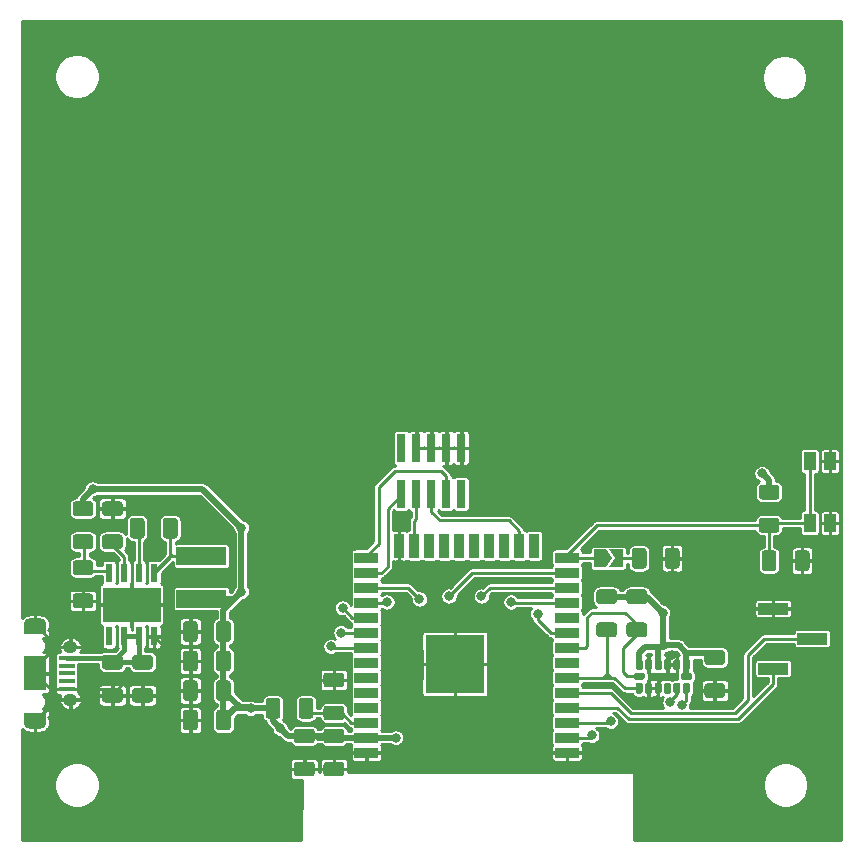
<source format=gbl>
G04 #@! TF.GenerationSoftware,KiCad,Pcbnew,5.1.6*
G04 #@! TF.CreationDate,2020-08-29T17:23:06+02:00*
G04 #@! TF.ProjectId,ESP32_lamp,45535033-325f-46c6-916d-702e6b696361,rev?*
G04 #@! TF.SameCoordinates,Original*
G04 #@! TF.FileFunction,Copper,L2,Bot*
G04 #@! TF.FilePolarity,Positive*
%FSLAX46Y46*%
G04 Gerber Fmt 4.6, Leading zero omitted, Abs format (unit mm)*
G04 Created by KiCad (PCBNEW 5.1.6) date 2020-08-29 17:23:06*
%MOMM*%
%LPD*%
G01*
G04 APERTURE LIST*
G04 #@! TA.AperFunction,SMDPad,CuDef*
%ADD10R,1.000000X1.550000*%
G04 #@! TD*
G04 #@! TA.AperFunction,SMDPad,CuDef*
%ADD11R,0.740000X2.400000*%
G04 #@! TD*
G04 #@! TA.AperFunction,SMDPad,CuDef*
%ADD12R,2.510000X1.000000*%
G04 #@! TD*
G04 #@! TA.AperFunction,SMDPad,CuDef*
%ADD13R,2.000000X0.900000*%
G04 #@! TD*
G04 #@! TA.AperFunction,SMDPad,CuDef*
%ADD14R,0.900000X2.000000*%
G04 #@! TD*
G04 #@! TA.AperFunction,SMDPad,CuDef*
%ADD15R,5.000000X5.000000*%
G04 #@! TD*
G04 #@! TA.AperFunction,SMDPad,CuDef*
%ADD16R,4.200000X1.500000*%
G04 #@! TD*
G04 #@! TA.AperFunction,ViaPad*
%ADD17C,0.600000*%
G04 #@! TD*
G04 #@! TA.AperFunction,SMDPad,CuDef*
%ADD18R,0.600000X1.550000*%
G04 #@! TD*
G04 #@! TA.AperFunction,Conductor*
%ADD19R,4.900000X2.950000*%
G04 #@! TD*
G04 #@! TA.AperFunction,SMDPad,CuDef*
%ADD20R,1.900000X0.875000*%
G04 #@! TD*
G04 #@! TA.AperFunction,SMDPad,CuDef*
%ADD21R,1.900000X2.900000*%
G04 #@! TD*
G04 #@! TA.AperFunction,SMDPad,CuDef*
%ADD22R,1.350000X0.400000*%
G04 #@! TD*
G04 #@! TA.AperFunction,ComponentPad*
%ADD23O,1.900000X1.000000*%
G04 #@! TD*
G04 #@! TA.AperFunction,ComponentPad*
%ADD24O,1.250000X1.050000*%
G04 #@! TD*
G04 #@! TA.AperFunction,SMDPad,CuDef*
%ADD25C,0.100000*%
G04 #@! TD*
G04 #@! TA.AperFunction,ViaPad*
%ADD26C,0.800000*%
G04 #@! TD*
G04 #@! TA.AperFunction,Conductor*
%ADD27C,0.250000*%
G04 #@! TD*
G04 #@! TA.AperFunction,Conductor*
%ADD28C,0.400000*%
G04 #@! TD*
G04 #@! TA.AperFunction,Conductor*
%ADD29C,0.500000*%
G04 #@! TD*
G04 #@! TA.AperFunction,Conductor*
%ADD30C,0.254000*%
G04 #@! TD*
G04 APERTURE END LIST*
D10*
X188750000Y-112575000D03*
X188750000Y-117825000D03*
X187050000Y-117825000D03*
X187050000Y-112575000D03*
G04 #@! TA.AperFunction,SMDPad,CuDef*
G36*
G01*
X182975000Y-117375000D02*
X184225000Y-117375000D01*
G75*
G02*
X184475000Y-117625000I0J-250000D01*
G01*
X184475000Y-118375000D01*
G75*
G02*
X184225000Y-118625000I-250000J0D01*
G01*
X182975000Y-118625000D01*
G75*
G02*
X182725000Y-118375000I0J250000D01*
G01*
X182725000Y-117625000D01*
G75*
G02*
X182975000Y-117375000I250000J0D01*
G01*
G37*
G04 #@! TD.AperFunction*
G04 #@! TA.AperFunction,SMDPad,CuDef*
G36*
G01*
X182975000Y-114575000D02*
X184225000Y-114575000D01*
G75*
G02*
X184475000Y-114825000I0J-250000D01*
G01*
X184475000Y-115575000D01*
G75*
G02*
X184225000Y-115825000I-250000J0D01*
G01*
X182975000Y-115825000D01*
G75*
G02*
X182725000Y-115575000I0J250000D01*
G01*
X182725000Y-114825000D01*
G75*
G02*
X182975000Y-114575000I250000J0D01*
G01*
G37*
G04 #@! TD.AperFunction*
G04 #@! TA.AperFunction,SMDPad,CuDef*
G36*
G01*
X185775000Y-121625000D02*
X185775000Y-120375000D01*
G75*
G02*
X186025000Y-120125000I250000J0D01*
G01*
X186775000Y-120125000D01*
G75*
G02*
X187025000Y-120375000I0J-250000D01*
G01*
X187025000Y-121625000D01*
G75*
G02*
X186775000Y-121875000I-250000J0D01*
G01*
X186025000Y-121875000D01*
G75*
G02*
X185775000Y-121625000I0J250000D01*
G01*
G37*
G04 #@! TD.AperFunction*
G04 #@! TA.AperFunction,SMDPad,CuDef*
G36*
G01*
X182975000Y-121625000D02*
X182975000Y-120375000D01*
G75*
G02*
X183225000Y-120125000I250000J0D01*
G01*
X183975000Y-120125000D01*
G75*
G02*
X184225000Y-120375000I0J-250000D01*
G01*
X184225000Y-121625000D01*
G75*
G02*
X183975000Y-121875000I-250000J0D01*
G01*
X183225000Y-121875000D01*
G75*
G02*
X182975000Y-121625000I0J250000D01*
G01*
G37*
G04 #@! TD.AperFunction*
D11*
X157540000Y-115350000D03*
X157540000Y-111450000D03*
X156270000Y-115350000D03*
X156270000Y-111450000D03*
X155000000Y-115350000D03*
X155000000Y-111450000D03*
X153730000Y-115350000D03*
X153730000Y-111450000D03*
X152460000Y-115350000D03*
X152460000Y-111450000D03*
G04 #@! TA.AperFunction,SMDPad,CuDef*
G36*
G01*
X174775000Y-121425000D02*
X174775000Y-120175000D01*
G75*
G02*
X175025000Y-119925000I250000J0D01*
G01*
X175775000Y-119925000D01*
G75*
G02*
X176025000Y-120175000I0J-250000D01*
G01*
X176025000Y-121425000D01*
G75*
G02*
X175775000Y-121675000I-250000J0D01*
G01*
X175025000Y-121675000D01*
G75*
G02*
X174775000Y-121425000I0J250000D01*
G01*
G37*
G04 #@! TD.AperFunction*
G04 #@! TA.AperFunction,SMDPad,CuDef*
G36*
G01*
X171975000Y-121425000D02*
X171975000Y-120175000D01*
G75*
G02*
X172225000Y-119925000I250000J0D01*
G01*
X172975000Y-119925000D01*
G75*
G02*
X173225000Y-120175000I0J-250000D01*
G01*
X173225000Y-121425000D01*
G75*
G02*
X172975000Y-121675000I-250000J0D01*
G01*
X172225000Y-121675000D01*
G75*
G02*
X171975000Y-121425000I0J250000D01*
G01*
G37*
G04 #@! TD.AperFunction*
D12*
X187255000Y-127600000D03*
X183945000Y-125060000D03*
X183945000Y-130140000D03*
G04 #@! TA.AperFunction,SMDPad,CuDef*
G36*
G01*
X178375000Y-131375000D02*
X179625000Y-131375000D01*
G75*
G02*
X179875000Y-131625000I0J-250000D01*
G01*
X179875000Y-132375000D01*
G75*
G02*
X179625000Y-132625000I-250000J0D01*
G01*
X178375000Y-132625000D01*
G75*
G02*
X178125000Y-132375000I0J250000D01*
G01*
X178125000Y-131625000D01*
G75*
G02*
X178375000Y-131375000I250000J0D01*
G01*
G37*
G04 #@! TD.AperFunction*
G04 #@! TA.AperFunction,SMDPad,CuDef*
G36*
G01*
X178375000Y-128575000D02*
X179625000Y-128575000D01*
G75*
G02*
X179875000Y-128825000I0J-250000D01*
G01*
X179875000Y-129575000D01*
G75*
G02*
X179625000Y-129825000I-250000J0D01*
G01*
X178375000Y-129825000D01*
G75*
G02*
X178125000Y-129575000I0J250000D01*
G01*
X178125000Y-128825000D01*
G75*
G02*
X178375000Y-128575000I250000J0D01*
G01*
G37*
G04 #@! TD.AperFunction*
D13*
X166500000Y-137255000D03*
X166500000Y-135985000D03*
X166500000Y-134715000D03*
X166500000Y-133445000D03*
X166500000Y-132175000D03*
X166500000Y-130905000D03*
X166500000Y-129635000D03*
X166500000Y-128365000D03*
X166500000Y-127095000D03*
X166500000Y-125825000D03*
X166500000Y-124555000D03*
X166500000Y-123285000D03*
X166500000Y-122015000D03*
X166500000Y-120745000D03*
D14*
X163715000Y-119745000D03*
X162445000Y-119745000D03*
X161175000Y-119745000D03*
X159905000Y-119745000D03*
X158635000Y-119745000D03*
X157365000Y-119745000D03*
X156095000Y-119745000D03*
X154825000Y-119745000D03*
X153555000Y-119745000D03*
X152285000Y-119745000D03*
D13*
X149500000Y-120745000D03*
X149500000Y-122015000D03*
X149500000Y-123285000D03*
X149500000Y-124555000D03*
X149500000Y-125825000D03*
X149500000Y-127095000D03*
X149500000Y-128365000D03*
X149500000Y-129635000D03*
X149500000Y-130905000D03*
X149500000Y-132175000D03*
X149500000Y-133445000D03*
X149500000Y-134715000D03*
X149500000Y-135985000D03*
X149500000Y-137255000D03*
D15*
X157000000Y-129755000D03*
G04 #@! TA.AperFunction,SMDPad,CuDef*
G36*
G01*
X135225000Y-126375000D02*
X135225000Y-127625000D01*
G75*
G02*
X134975000Y-127875000I-250000J0D01*
G01*
X134225000Y-127875000D01*
G75*
G02*
X133975000Y-127625000I0J250000D01*
G01*
X133975000Y-126375000D01*
G75*
G02*
X134225000Y-126125000I250000J0D01*
G01*
X134975000Y-126125000D01*
G75*
G02*
X135225000Y-126375000I0J-250000D01*
G01*
G37*
G04 #@! TD.AperFunction*
G04 #@! TA.AperFunction,SMDPad,CuDef*
G36*
G01*
X138025000Y-126375000D02*
X138025000Y-127625000D01*
G75*
G02*
X137775000Y-127875000I-250000J0D01*
G01*
X137025000Y-127875000D01*
G75*
G02*
X136775000Y-127625000I0J250000D01*
G01*
X136775000Y-126375000D01*
G75*
G02*
X137025000Y-126125000I250000J0D01*
G01*
X137775000Y-126125000D01*
G75*
G02*
X138025000Y-126375000I0J-250000D01*
G01*
G37*
G04 #@! TD.AperFunction*
G04 #@! TA.AperFunction,SMDPad,CuDef*
G36*
G01*
X173025000Y-124675000D02*
X171775000Y-124675000D01*
G75*
G02*
X171525000Y-124425000I0J250000D01*
G01*
X171525000Y-123675000D01*
G75*
G02*
X171775000Y-123425000I250000J0D01*
G01*
X173025000Y-123425000D01*
G75*
G02*
X173275000Y-123675000I0J-250000D01*
G01*
X173275000Y-124425000D01*
G75*
G02*
X173025000Y-124675000I-250000J0D01*
G01*
G37*
G04 #@! TD.AperFunction*
G04 #@! TA.AperFunction,SMDPad,CuDef*
G36*
G01*
X173025000Y-127475000D02*
X171775000Y-127475000D01*
G75*
G02*
X171525000Y-127225000I0J250000D01*
G01*
X171525000Y-126475000D01*
G75*
G02*
X171775000Y-126225000I250000J0D01*
G01*
X173025000Y-126225000D01*
G75*
G02*
X173275000Y-126475000I0J-250000D01*
G01*
X173275000Y-127225000D01*
G75*
G02*
X173025000Y-127475000I-250000J0D01*
G01*
G37*
G04 #@! TD.AperFunction*
G04 #@! TA.AperFunction,SMDPad,CuDef*
G36*
G01*
X170475000Y-124675000D02*
X169225000Y-124675000D01*
G75*
G02*
X168975000Y-124425000I0J250000D01*
G01*
X168975000Y-123675000D01*
G75*
G02*
X169225000Y-123425000I250000J0D01*
G01*
X170475000Y-123425000D01*
G75*
G02*
X170725000Y-123675000I0J-250000D01*
G01*
X170725000Y-124425000D01*
G75*
G02*
X170475000Y-124675000I-250000J0D01*
G01*
G37*
G04 #@! TD.AperFunction*
G04 #@! TA.AperFunction,SMDPad,CuDef*
G36*
G01*
X170475000Y-127475000D02*
X169225000Y-127475000D01*
G75*
G02*
X168975000Y-127225000I0J250000D01*
G01*
X168975000Y-126475000D01*
G75*
G02*
X169225000Y-126225000I250000J0D01*
G01*
X170475000Y-126225000D01*
G75*
G02*
X170725000Y-126475000I0J-250000D01*
G01*
X170725000Y-127225000D01*
G75*
G02*
X170475000Y-127475000I-250000J0D01*
G01*
G37*
G04 #@! TD.AperFunction*
G04 #@! TA.AperFunction,SMDPad,CuDef*
G36*
G01*
X124875000Y-123775000D02*
X126125000Y-123775000D01*
G75*
G02*
X126375000Y-124025000I0J-250000D01*
G01*
X126375000Y-124775000D01*
G75*
G02*
X126125000Y-125025000I-250000J0D01*
G01*
X124875000Y-125025000D01*
G75*
G02*
X124625000Y-124775000I0J250000D01*
G01*
X124625000Y-124025000D01*
G75*
G02*
X124875000Y-123775000I250000J0D01*
G01*
G37*
G04 #@! TD.AperFunction*
G04 #@! TA.AperFunction,SMDPad,CuDef*
G36*
G01*
X124875000Y-120975000D02*
X126125000Y-120975000D01*
G75*
G02*
X126375000Y-121225000I0J-250000D01*
G01*
X126375000Y-121975000D01*
G75*
G02*
X126125000Y-122225000I-250000J0D01*
G01*
X124875000Y-122225000D01*
G75*
G02*
X124625000Y-121975000I0J250000D01*
G01*
X124625000Y-121225000D01*
G75*
G02*
X124875000Y-120975000I250000J0D01*
G01*
G37*
G04 #@! TD.AperFunction*
G04 #@! TA.AperFunction,SMDPad,CuDef*
G36*
G01*
X142225000Y-132875000D02*
X142225000Y-134125000D01*
G75*
G02*
X141975000Y-134375000I-250000J0D01*
G01*
X141225000Y-134375000D01*
G75*
G02*
X140975000Y-134125000I0J250000D01*
G01*
X140975000Y-132875000D01*
G75*
G02*
X141225000Y-132625000I250000J0D01*
G01*
X141975000Y-132625000D01*
G75*
G02*
X142225000Y-132875000I0J-250000D01*
G01*
G37*
G04 #@! TD.AperFunction*
G04 #@! TA.AperFunction,SMDPad,CuDef*
G36*
G01*
X145025000Y-132875000D02*
X145025000Y-134125000D01*
G75*
G02*
X144775000Y-134375000I-250000J0D01*
G01*
X144025000Y-134375000D01*
G75*
G02*
X143775000Y-134125000I0J250000D01*
G01*
X143775000Y-132875000D01*
G75*
G02*
X144025000Y-132625000I250000J0D01*
G01*
X144775000Y-132625000D01*
G75*
G02*
X145025000Y-132875000I0J-250000D01*
G01*
G37*
G04 #@! TD.AperFunction*
G04 #@! TA.AperFunction,SMDPad,CuDef*
G36*
G01*
X124875000Y-118775000D02*
X126125000Y-118775000D01*
G75*
G02*
X126375000Y-119025000I0J-250000D01*
G01*
X126375000Y-119775000D01*
G75*
G02*
X126125000Y-120025000I-250000J0D01*
G01*
X124875000Y-120025000D01*
G75*
G02*
X124625000Y-119775000I0J250000D01*
G01*
X124625000Y-119025000D01*
G75*
G02*
X124875000Y-118775000I250000J0D01*
G01*
G37*
G04 #@! TD.AperFunction*
G04 #@! TA.AperFunction,SMDPad,CuDef*
G36*
G01*
X124875000Y-115975000D02*
X126125000Y-115975000D01*
G75*
G02*
X126375000Y-116225000I0J-250000D01*
G01*
X126375000Y-116975000D01*
G75*
G02*
X126125000Y-117225000I-250000J0D01*
G01*
X124875000Y-117225000D01*
G75*
G02*
X124625000Y-116975000I0J250000D01*
G01*
X124625000Y-116225000D01*
G75*
G02*
X124875000Y-115975000I250000J0D01*
G01*
G37*
G04 #@! TD.AperFunction*
G04 #@! TA.AperFunction,SMDPad,CuDef*
G36*
G01*
X146125000Y-133275000D02*
X147375000Y-133275000D01*
G75*
G02*
X147625000Y-133525000I0J-250000D01*
G01*
X147625000Y-134275000D01*
G75*
G02*
X147375000Y-134525000I-250000J0D01*
G01*
X146125000Y-134525000D01*
G75*
G02*
X145875000Y-134275000I0J250000D01*
G01*
X145875000Y-133525000D01*
G75*
G02*
X146125000Y-133275000I250000J0D01*
G01*
G37*
G04 #@! TD.AperFunction*
G04 #@! TA.AperFunction,SMDPad,CuDef*
G36*
G01*
X146125000Y-130475000D02*
X147375000Y-130475000D01*
G75*
G02*
X147625000Y-130725000I0J-250000D01*
G01*
X147625000Y-131475000D01*
G75*
G02*
X147375000Y-131725000I-250000J0D01*
G01*
X146125000Y-131725000D01*
G75*
G02*
X145875000Y-131475000I0J250000D01*
G01*
X145875000Y-130725000D01*
G75*
G02*
X146125000Y-130475000I250000J0D01*
G01*
G37*
G04 #@! TD.AperFunction*
G04 #@! TA.AperFunction,SMDPad,CuDef*
G36*
G01*
X144875000Y-136475000D02*
X143625000Y-136475000D01*
G75*
G02*
X143375000Y-136225000I0J250000D01*
G01*
X143375000Y-135475000D01*
G75*
G02*
X143625000Y-135225000I250000J0D01*
G01*
X144875000Y-135225000D01*
G75*
G02*
X145125000Y-135475000I0J-250000D01*
G01*
X145125000Y-136225000D01*
G75*
G02*
X144875000Y-136475000I-250000J0D01*
G01*
G37*
G04 #@! TD.AperFunction*
G04 #@! TA.AperFunction,SMDPad,CuDef*
G36*
G01*
X144875000Y-139275000D02*
X143625000Y-139275000D01*
G75*
G02*
X143375000Y-139025000I0J250000D01*
G01*
X143375000Y-138275000D01*
G75*
G02*
X143625000Y-138025000I250000J0D01*
G01*
X144875000Y-138025000D01*
G75*
G02*
X145125000Y-138275000I0J-250000D01*
G01*
X145125000Y-139025000D01*
G75*
G02*
X144875000Y-139275000I-250000J0D01*
G01*
G37*
G04 #@! TD.AperFunction*
G04 #@! TA.AperFunction,SMDPad,CuDef*
G36*
G01*
X147375000Y-136475000D02*
X146125000Y-136475000D01*
G75*
G02*
X145875000Y-136225000I0J250000D01*
G01*
X145875000Y-135475000D01*
G75*
G02*
X146125000Y-135225000I250000J0D01*
G01*
X147375000Y-135225000D01*
G75*
G02*
X147625000Y-135475000I0J-250000D01*
G01*
X147625000Y-136225000D01*
G75*
G02*
X147375000Y-136475000I-250000J0D01*
G01*
G37*
G04 #@! TD.AperFunction*
G04 #@! TA.AperFunction,SMDPad,CuDef*
G36*
G01*
X147375000Y-139275000D02*
X146125000Y-139275000D01*
G75*
G02*
X145875000Y-139025000I0J250000D01*
G01*
X145875000Y-138275000D01*
G75*
G02*
X146125000Y-138025000I250000J0D01*
G01*
X147375000Y-138025000D01*
G75*
G02*
X147625000Y-138275000I0J-250000D01*
G01*
X147625000Y-139025000D01*
G75*
G02*
X147375000Y-139275000I-250000J0D01*
G01*
G37*
G04 #@! TD.AperFunction*
G04 #@! TA.AperFunction,SMDPad,CuDef*
G36*
G01*
X135225000Y-133875000D02*
X135225000Y-135125000D01*
G75*
G02*
X134975000Y-135375000I-250000J0D01*
G01*
X134225000Y-135375000D01*
G75*
G02*
X133975000Y-135125000I0J250000D01*
G01*
X133975000Y-133875000D01*
G75*
G02*
X134225000Y-133625000I250000J0D01*
G01*
X134975000Y-133625000D01*
G75*
G02*
X135225000Y-133875000I0J-250000D01*
G01*
G37*
G04 #@! TD.AperFunction*
G04 #@! TA.AperFunction,SMDPad,CuDef*
G36*
G01*
X138025000Y-133875000D02*
X138025000Y-135125000D01*
G75*
G02*
X137775000Y-135375000I-250000J0D01*
G01*
X137025000Y-135375000D01*
G75*
G02*
X136775000Y-135125000I0J250000D01*
G01*
X136775000Y-133875000D01*
G75*
G02*
X137025000Y-133625000I250000J0D01*
G01*
X137775000Y-133625000D01*
G75*
G02*
X138025000Y-133875000I0J-250000D01*
G01*
G37*
G04 #@! TD.AperFunction*
G04 #@! TA.AperFunction,SMDPad,CuDef*
G36*
G01*
X135225000Y-131375000D02*
X135225000Y-132625000D01*
G75*
G02*
X134975000Y-132875000I-250000J0D01*
G01*
X134225000Y-132875000D01*
G75*
G02*
X133975000Y-132625000I0J250000D01*
G01*
X133975000Y-131375000D01*
G75*
G02*
X134225000Y-131125000I250000J0D01*
G01*
X134975000Y-131125000D01*
G75*
G02*
X135225000Y-131375000I0J-250000D01*
G01*
G37*
G04 #@! TD.AperFunction*
G04 #@! TA.AperFunction,SMDPad,CuDef*
G36*
G01*
X138025000Y-131375000D02*
X138025000Y-132625000D01*
G75*
G02*
X137775000Y-132875000I-250000J0D01*
G01*
X137025000Y-132875000D01*
G75*
G02*
X136775000Y-132625000I0J250000D01*
G01*
X136775000Y-131375000D01*
G75*
G02*
X137025000Y-131125000I250000J0D01*
G01*
X137775000Y-131125000D01*
G75*
G02*
X138025000Y-131375000I0J-250000D01*
G01*
G37*
G04 #@! TD.AperFunction*
G04 #@! TA.AperFunction,SMDPad,CuDef*
G36*
G01*
X135225000Y-128875000D02*
X135225000Y-130125000D01*
G75*
G02*
X134975000Y-130375000I-250000J0D01*
G01*
X134225000Y-130375000D01*
G75*
G02*
X133975000Y-130125000I0J250000D01*
G01*
X133975000Y-128875000D01*
G75*
G02*
X134225000Y-128625000I250000J0D01*
G01*
X134975000Y-128625000D01*
G75*
G02*
X135225000Y-128875000I0J-250000D01*
G01*
G37*
G04 #@! TD.AperFunction*
G04 #@! TA.AperFunction,SMDPad,CuDef*
G36*
G01*
X138025000Y-128875000D02*
X138025000Y-130125000D01*
G75*
G02*
X137775000Y-130375000I-250000J0D01*
G01*
X137025000Y-130375000D01*
G75*
G02*
X136775000Y-130125000I0J250000D01*
G01*
X136775000Y-128875000D01*
G75*
G02*
X137025000Y-128625000I250000J0D01*
G01*
X137775000Y-128625000D01*
G75*
G02*
X138025000Y-128875000I0J-250000D01*
G01*
G37*
G04 #@! TD.AperFunction*
G04 #@! TA.AperFunction,SMDPad,CuDef*
G36*
G01*
X130725000Y-117625000D02*
X130725000Y-118875000D01*
G75*
G02*
X130475000Y-119125000I-250000J0D01*
G01*
X129725000Y-119125000D01*
G75*
G02*
X129475000Y-118875000I0J250000D01*
G01*
X129475000Y-117625000D01*
G75*
G02*
X129725000Y-117375000I250000J0D01*
G01*
X130475000Y-117375000D01*
G75*
G02*
X130725000Y-117625000I0J-250000D01*
G01*
G37*
G04 #@! TD.AperFunction*
G04 #@! TA.AperFunction,SMDPad,CuDef*
G36*
G01*
X133525000Y-117625000D02*
X133525000Y-118875000D01*
G75*
G02*
X133275000Y-119125000I-250000J0D01*
G01*
X132525000Y-119125000D01*
G75*
G02*
X132275000Y-118875000I0J250000D01*
G01*
X132275000Y-117625000D01*
G75*
G02*
X132525000Y-117375000I250000J0D01*
G01*
X133275000Y-117375000D01*
G75*
G02*
X133525000Y-117625000I0J-250000D01*
G01*
G37*
G04 #@! TD.AperFunction*
G04 #@! TA.AperFunction,SMDPad,CuDef*
G36*
G01*
X128625000Y-117225000D02*
X127375000Y-117225000D01*
G75*
G02*
X127125000Y-116975000I0J250000D01*
G01*
X127125000Y-116225000D01*
G75*
G02*
X127375000Y-115975000I250000J0D01*
G01*
X128625000Y-115975000D01*
G75*
G02*
X128875000Y-116225000I0J-250000D01*
G01*
X128875000Y-116975000D01*
G75*
G02*
X128625000Y-117225000I-250000J0D01*
G01*
G37*
G04 #@! TD.AperFunction*
G04 #@! TA.AperFunction,SMDPad,CuDef*
G36*
G01*
X128625000Y-120025000D02*
X127375000Y-120025000D01*
G75*
G02*
X127125000Y-119775000I0J250000D01*
G01*
X127125000Y-119025000D01*
G75*
G02*
X127375000Y-118775000I250000J0D01*
G01*
X128625000Y-118775000D01*
G75*
G02*
X128875000Y-119025000I0J-250000D01*
G01*
X128875000Y-119775000D01*
G75*
G02*
X128625000Y-120025000I-250000J0D01*
G01*
G37*
G04 #@! TD.AperFunction*
G04 #@! TA.AperFunction,SMDPad,CuDef*
G36*
G01*
X129925000Y-131775000D02*
X131175000Y-131775000D01*
G75*
G02*
X131425000Y-132025000I0J-250000D01*
G01*
X131425000Y-132775000D01*
G75*
G02*
X131175000Y-133025000I-250000J0D01*
G01*
X129925000Y-133025000D01*
G75*
G02*
X129675000Y-132775000I0J250000D01*
G01*
X129675000Y-132025000D01*
G75*
G02*
X129925000Y-131775000I250000J0D01*
G01*
G37*
G04 #@! TD.AperFunction*
G04 #@! TA.AperFunction,SMDPad,CuDef*
G36*
G01*
X129925000Y-128975000D02*
X131175000Y-128975000D01*
G75*
G02*
X131425000Y-129225000I0J-250000D01*
G01*
X131425000Y-129975000D01*
G75*
G02*
X131175000Y-130225000I-250000J0D01*
G01*
X129925000Y-130225000D01*
G75*
G02*
X129675000Y-129975000I0J250000D01*
G01*
X129675000Y-129225000D01*
G75*
G02*
X129925000Y-128975000I250000J0D01*
G01*
G37*
G04 #@! TD.AperFunction*
G04 #@! TA.AperFunction,SMDPad,CuDef*
G36*
G01*
X127375000Y-131775000D02*
X128625000Y-131775000D01*
G75*
G02*
X128875000Y-132025000I0J-250000D01*
G01*
X128875000Y-132775000D01*
G75*
G02*
X128625000Y-133025000I-250000J0D01*
G01*
X127375000Y-133025000D01*
G75*
G02*
X127125000Y-132775000I0J250000D01*
G01*
X127125000Y-132025000D01*
G75*
G02*
X127375000Y-131775000I250000J0D01*
G01*
G37*
G04 #@! TD.AperFunction*
G04 #@! TA.AperFunction,SMDPad,CuDef*
G36*
G01*
X127375000Y-128975000D02*
X128625000Y-128975000D01*
G75*
G02*
X128875000Y-129225000I0J-250000D01*
G01*
X128875000Y-129975000D01*
G75*
G02*
X128625000Y-130225000I-250000J0D01*
G01*
X127375000Y-130225000D01*
G75*
G02*
X127125000Y-129975000I0J250000D01*
G01*
X127125000Y-129225000D01*
G75*
G02*
X127375000Y-128975000I250000J0D01*
G01*
G37*
G04 #@! TD.AperFunction*
D16*
X135530000Y-124220000D03*
X135530000Y-120620000D03*
G04 #@! TA.AperFunction,SMDPad,CuDef*
G36*
G01*
X172275000Y-130500000D02*
X172925000Y-130500000D01*
G75*
G02*
X173075000Y-130650000I0J-150000D01*
G01*
X173075000Y-130950000D01*
G75*
G02*
X172925000Y-131100000I-150000J0D01*
G01*
X172275000Y-131100000D01*
G75*
G02*
X172125000Y-130950000I0J150000D01*
G01*
X172125000Y-130650000D01*
G75*
G02*
X172275000Y-130500000I150000J0D01*
G01*
G37*
G04 #@! TD.AperFunction*
G04 #@! TA.AperFunction,SMDPad,CuDef*
G36*
G01*
X172450000Y-131325000D02*
X172750000Y-131325000D01*
G75*
G02*
X172900000Y-131475000I0J-150000D01*
G01*
X172900000Y-132125000D01*
G75*
G02*
X172750000Y-132275000I-150000J0D01*
G01*
X172450000Y-132275000D01*
G75*
G02*
X172300000Y-132125000I0J150000D01*
G01*
X172300000Y-131475000D01*
G75*
G02*
X172450000Y-131325000I150000J0D01*
G01*
G37*
G04 #@! TD.AperFunction*
G04 #@! TA.AperFunction,SMDPad,CuDef*
G36*
G01*
X173250000Y-131325000D02*
X173550000Y-131325000D01*
G75*
G02*
X173700000Y-131475000I0J-150000D01*
G01*
X173700000Y-132125000D01*
G75*
G02*
X173550000Y-132275000I-150000J0D01*
G01*
X173250000Y-132275000D01*
G75*
G02*
X173100000Y-132125000I0J150000D01*
G01*
X173100000Y-131475000D01*
G75*
G02*
X173250000Y-131325000I150000J0D01*
G01*
G37*
G04 #@! TD.AperFunction*
G04 #@! TA.AperFunction,SMDPad,CuDef*
G36*
G01*
X174050000Y-131325000D02*
X174350000Y-131325000D01*
G75*
G02*
X174500000Y-131475000I0J-150000D01*
G01*
X174500000Y-132125000D01*
G75*
G02*
X174350000Y-132275000I-150000J0D01*
G01*
X174050000Y-132275000D01*
G75*
G02*
X173900000Y-132125000I0J150000D01*
G01*
X173900000Y-131475000D01*
G75*
G02*
X174050000Y-131325000I150000J0D01*
G01*
G37*
G04 #@! TD.AperFunction*
G04 #@! TA.AperFunction,SMDPad,CuDef*
G36*
G01*
X174850000Y-131325000D02*
X175150000Y-131325000D01*
G75*
G02*
X175300000Y-131475000I0J-150000D01*
G01*
X175300000Y-132125000D01*
G75*
G02*
X175150000Y-132275000I-150000J0D01*
G01*
X174850000Y-132275000D01*
G75*
G02*
X174700000Y-132125000I0J150000D01*
G01*
X174700000Y-131475000D01*
G75*
G02*
X174850000Y-131325000I150000J0D01*
G01*
G37*
G04 #@! TD.AperFunction*
G04 #@! TA.AperFunction,SMDPad,CuDef*
G36*
G01*
X175650000Y-131325000D02*
X175950000Y-131325000D01*
G75*
G02*
X176100000Y-131475000I0J-150000D01*
G01*
X176100000Y-132125000D01*
G75*
G02*
X175950000Y-132275000I-150000J0D01*
G01*
X175650000Y-132275000D01*
G75*
G02*
X175500000Y-132125000I0J150000D01*
G01*
X175500000Y-131475000D01*
G75*
G02*
X175650000Y-131325000I150000J0D01*
G01*
G37*
G04 #@! TD.AperFunction*
G04 #@! TA.AperFunction,SMDPad,CuDef*
G36*
G01*
X176450000Y-131325000D02*
X176750000Y-131325000D01*
G75*
G02*
X176900000Y-131475000I0J-150000D01*
G01*
X176900000Y-132125000D01*
G75*
G02*
X176750000Y-132275000I-150000J0D01*
G01*
X176450000Y-132275000D01*
G75*
G02*
X176300000Y-132125000I0J150000D01*
G01*
X176300000Y-131475000D01*
G75*
G02*
X176450000Y-131325000I150000J0D01*
G01*
G37*
G04 #@! TD.AperFunction*
G04 #@! TA.AperFunction,SMDPad,CuDef*
G36*
G01*
X176275000Y-130500000D02*
X176925000Y-130500000D01*
G75*
G02*
X177075000Y-130650000I0J-150000D01*
G01*
X177075000Y-130950000D01*
G75*
G02*
X176925000Y-131100000I-150000J0D01*
G01*
X176275000Y-131100000D01*
G75*
G02*
X176125000Y-130950000I0J150000D01*
G01*
X176125000Y-130650000D01*
G75*
G02*
X176275000Y-130500000I150000J0D01*
G01*
G37*
G04 #@! TD.AperFunction*
G04 #@! TA.AperFunction,SMDPad,CuDef*
G36*
G01*
X176450000Y-129325000D02*
X176750000Y-129325000D01*
G75*
G02*
X176900000Y-129475000I0J-150000D01*
G01*
X176900000Y-130125000D01*
G75*
G02*
X176750000Y-130275000I-150000J0D01*
G01*
X176450000Y-130275000D01*
G75*
G02*
X176300000Y-130125000I0J150000D01*
G01*
X176300000Y-129475000D01*
G75*
G02*
X176450000Y-129325000I150000J0D01*
G01*
G37*
G04 #@! TD.AperFunction*
G04 #@! TA.AperFunction,SMDPad,CuDef*
G36*
G01*
X175650000Y-129325000D02*
X175950000Y-129325000D01*
G75*
G02*
X176100000Y-129475000I0J-150000D01*
G01*
X176100000Y-130125000D01*
G75*
G02*
X175950000Y-130275000I-150000J0D01*
G01*
X175650000Y-130275000D01*
G75*
G02*
X175500000Y-130125000I0J150000D01*
G01*
X175500000Y-129475000D01*
G75*
G02*
X175650000Y-129325000I150000J0D01*
G01*
G37*
G04 #@! TD.AperFunction*
G04 #@! TA.AperFunction,SMDPad,CuDef*
G36*
G01*
X174850000Y-129325000D02*
X175150000Y-129325000D01*
G75*
G02*
X175300000Y-129475000I0J-150000D01*
G01*
X175300000Y-130125000D01*
G75*
G02*
X175150000Y-130275000I-150000J0D01*
G01*
X174850000Y-130275000D01*
G75*
G02*
X174700000Y-130125000I0J150000D01*
G01*
X174700000Y-129475000D01*
G75*
G02*
X174850000Y-129325000I150000J0D01*
G01*
G37*
G04 #@! TD.AperFunction*
G04 #@! TA.AperFunction,SMDPad,CuDef*
G36*
G01*
X174050000Y-129325000D02*
X174350000Y-129325000D01*
G75*
G02*
X174500000Y-129475000I0J-150000D01*
G01*
X174500000Y-130125000D01*
G75*
G02*
X174350000Y-130275000I-150000J0D01*
G01*
X174050000Y-130275000D01*
G75*
G02*
X173900000Y-130125000I0J150000D01*
G01*
X173900000Y-129475000D01*
G75*
G02*
X174050000Y-129325000I150000J0D01*
G01*
G37*
G04 #@! TD.AperFunction*
G04 #@! TA.AperFunction,SMDPad,CuDef*
G36*
G01*
X173250000Y-129325000D02*
X173550000Y-129325000D01*
G75*
G02*
X173700000Y-129475000I0J-150000D01*
G01*
X173700000Y-130125000D01*
G75*
G02*
X173550000Y-130275000I-150000J0D01*
G01*
X173250000Y-130275000D01*
G75*
G02*
X173100000Y-130125000I0J150000D01*
G01*
X173100000Y-129475000D01*
G75*
G02*
X173250000Y-129325000I150000J0D01*
G01*
G37*
G04 #@! TD.AperFunction*
G04 #@! TA.AperFunction,SMDPad,CuDef*
G36*
G01*
X172450000Y-129325000D02*
X172750000Y-129325000D01*
G75*
G02*
X172900000Y-129475000I0J-150000D01*
G01*
X172900000Y-130125000D01*
G75*
G02*
X172750000Y-130275000I-150000J0D01*
G01*
X172450000Y-130275000D01*
G75*
G02*
X172300000Y-130125000I0J150000D01*
G01*
X172300000Y-129475000D01*
G75*
G02*
X172450000Y-129325000I150000J0D01*
G01*
G37*
G04 #@! TD.AperFunction*
D17*
X127680000Y-124070000D03*
X128980000Y-124070000D03*
X128980000Y-125370000D03*
X127680000Y-125370000D03*
X131580000Y-124070000D03*
X130280000Y-124070000D03*
X130280000Y-125370000D03*
X131580000Y-125370000D03*
D18*
X131535000Y-122020000D03*
X130265000Y-122020000D03*
X128995000Y-122020000D03*
X127725000Y-122020000D03*
X127725000Y-127420000D03*
X128995000Y-127420000D03*
X130265000Y-127420000D03*
X131535000Y-127420000D03*
D19*
X129630000Y-124720000D03*
D20*
X121450000Y-134287500D03*
X121450000Y-126812500D03*
D21*
X121450000Y-130550000D03*
D22*
X124125000Y-129900000D03*
D23*
X121450000Y-126375000D03*
X121450000Y-134725000D03*
D24*
X124450000Y-128325000D03*
D22*
X124125000Y-129250000D03*
X124125000Y-130550000D03*
X124125000Y-131200000D03*
X124125000Y-131850000D03*
D24*
X124450000Y-132775000D03*
G04 #@! TA.AperFunction,SMDPad,CuDef*
D25*
G36*
X170275000Y-120800000D02*
G01*
X169775000Y-121550000D01*
X168775000Y-121550000D01*
X168775000Y-120050000D01*
X169775000Y-120050000D01*
X170275000Y-120800000D01*
G37*
G04 #@! TD.AperFunction*
G04 #@! TA.AperFunction,SMDPad,CuDef*
G36*
X171225000Y-121550000D02*
G01*
X170075000Y-121550000D01*
X170575000Y-120800000D01*
X170075000Y-120050000D01*
X171225000Y-120050000D01*
X171225000Y-121550000D01*
G37*
G04 #@! TD.AperFunction*
D26*
X149400000Y-112300000D03*
X149250000Y-109500000D03*
X149500000Y-107000000D03*
X152500000Y-106000000D03*
X155250000Y-106000000D03*
X158000000Y-106000000D03*
X159500000Y-108000000D03*
X159750000Y-110750000D03*
X133000000Y-134500000D03*
X133250000Y-132000000D03*
X133000000Y-129750000D03*
X133000000Y-127250000D03*
X144750000Y-131250000D03*
X159934292Y-113984990D03*
X173600000Y-133000000D03*
X175400000Y-129000000D03*
X173600000Y-136000000D03*
X180600000Y-132200000D03*
X179800000Y-135800000D03*
X183600000Y-126400000D03*
X187200000Y-130000000D03*
X123800000Y-110000000D03*
X125800000Y-108000000D03*
X125800000Y-112000000D03*
X153400000Y-81600000D03*
X155200000Y-80200000D03*
X156800000Y-81600000D03*
X184200000Y-108600000D03*
X184200000Y-111800000D03*
X185600000Y-110200000D03*
X139600000Y-127200000D03*
X139400000Y-129800000D03*
X139200000Y-132000000D03*
X188800000Y-110600000D03*
X188700000Y-114300000D03*
X188800000Y-116100000D03*
X188800000Y-119500000D03*
X167200000Y-117900000D03*
X170300000Y-118900000D03*
X181000000Y-119200000D03*
X181500000Y-117000000D03*
X152400000Y-131300000D03*
X152000000Y-136000000D03*
X174600000Y-125400000D03*
X138930000Y-123620000D03*
X138930000Y-118220000D03*
X126330000Y-114920000D03*
X142200000Y-135200000D03*
X139700000Y-133500000D03*
X183000000Y-113600000D03*
X175200000Y-133000000D03*
X170200000Y-134600000D03*
X176200000Y-133200000D03*
X168600000Y-135800000D03*
X146500000Y-128250000D03*
X147345000Y-127095000D03*
X147500000Y-125000000D03*
X159250000Y-124000000D03*
X151250000Y-124500000D03*
X164000000Y-125500000D03*
X156500000Y-124000000D03*
X161750000Y-124500000D03*
X154000000Y-124250000D03*
D27*
X132410000Y-128295000D02*
X131535000Y-127420000D01*
X128445000Y-131850000D02*
X128850000Y-131445000D01*
X124125000Y-131850000D02*
X128445000Y-131850000D01*
X128850000Y-131445000D02*
X130715000Y-131445000D01*
X132410000Y-129750000D02*
X132410000Y-128295000D01*
X130715000Y-131445000D02*
X132410000Y-129750000D01*
X123675000Y-132775000D02*
X124450000Y-132775000D01*
X121450000Y-130550000D02*
X123675000Y-132775000D01*
X121450000Y-134287500D02*
X121712500Y-134287500D01*
X123225000Y-132775000D02*
X124450000Y-132775000D01*
X121712500Y-134287500D02*
X123225000Y-132775000D01*
X121450000Y-130550000D02*
X121450000Y-130050000D01*
X121450000Y-130050000D02*
X122500000Y-129000000D01*
X122500000Y-127425000D02*
X121450000Y-126375000D01*
X122500000Y-129000000D02*
X122500000Y-127425000D01*
X123175000Y-128325000D02*
X124450000Y-128325000D01*
X121450000Y-130050000D02*
X123175000Y-128325000D01*
X134600000Y-127000000D02*
X133250000Y-127000000D01*
X134600000Y-134500000D02*
X133000000Y-134500000D01*
X134600000Y-132000000D02*
X133250000Y-132000000D01*
X133250000Y-129500000D02*
X133000000Y-129750000D01*
X134600000Y-129500000D02*
X133250000Y-129500000D01*
X133250000Y-127000000D02*
X133000000Y-127250000D01*
X144900000Y-131100000D02*
X144750000Y-131250000D01*
X146750000Y-131100000D02*
X144900000Y-131100000D01*
X144250000Y-138650000D02*
X146750000Y-138650000D01*
X149500000Y-137255000D02*
X149500000Y-138250000D01*
X149100000Y-138650000D02*
X146750000Y-138650000D01*
X149500000Y-138250000D02*
X149100000Y-138650000D01*
X174200000Y-131800000D02*
X173400000Y-131800000D01*
X173400000Y-131800000D02*
X173400000Y-129800000D01*
X175800000Y-129800000D02*
X175000000Y-129800000D01*
X174200000Y-131325000D02*
X174200000Y-131800000D01*
X175000000Y-130525000D02*
X174200000Y-131325000D01*
X175000000Y-129800000D02*
X175000000Y-130525000D01*
X174200000Y-132400000D02*
X173600000Y-133000000D01*
X174200000Y-131800000D02*
X174200000Y-132400000D01*
X175000000Y-129400000D02*
X175400000Y-129000000D01*
X175000000Y-129800000D02*
X175000000Y-129400000D01*
X180400000Y-132000000D02*
X180600000Y-132200000D01*
X179000000Y-132000000D02*
X180400000Y-132000000D01*
X183945000Y-126055000D02*
X183600000Y-126400000D01*
X183945000Y-125060000D02*
X183945000Y-126055000D01*
X153730000Y-111450000D02*
X157540000Y-111450000D01*
X159050000Y-111450000D02*
X159750000Y-110750000D01*
X157540000Y-111450000D02*
X159050000Y-111450000D01*
X188750000Y-110650000D02*
X188800000Y-110600000D01*
X188750000Y-112575000D02*
X188750000Y-110650000D01*
X188750000Y-114250000D02*
X188700000Y-114300000D01*
X188750000Y-112575000D02*
X188750000Y-114250000D01*
X188750000Y-116150000D02*
X188800000Y-116100000D01*
X188750000Y-117825000D02*
X188750000Y-116150000D01*
X188750000Y-119450000D02*
X188800000Y-119500000D01*
X188750000Y-117825000D02*
X188750000Y-119450000D01*
X150550000Y-119550000D02*
X149500000Y-120600000D01*
X150550000Y-114750000D02*
X150550000Y-119550000D01*
X149500000Y-120600000D02*
X149500000Y-120745000D01*
X155800000Y-113400000D02*
X151900000Y-113400000D01*
X151900000Y-113400000D02*
X150550000Y-114750000D01*
X156270000Y-113870000D02*
X155800000Y-113400000D01*
X156270000Y-115350000D02*
X156270000Y-113870000D01*
X155000000Y-115350000D02*
X155000000Y-116900000D01*
X155000000Y-116900000D02*
X155700000Y-117600000D01*
X161550000Y-117600000D02*
X162445000Y-118495000D01*
X162445000Y-118495000D02*
X162445000Y-119745000D01*
X155700000Y-117600000D02*
X161550000Y-117600000D01*
X153555000Y-117645000D02*
X153555000Y-119745000D01*
X153730000Y-117470000D02*
X153730000Y-116250010D01*
X153555000Y-117645000D02*
X153730000Y-117470000D01*
X152200000Y-116400000D02*
X152600000Y-116000000D01*
X149500000Y-122015000D02*
X150785000Y-122015000D01*
X150785000Y-122015000D02*
X151300000Y-121500000D01*
X151300000Y-121500000D02*
X151300000Y-116600000D01*
X152460000Y-115440000D02*
X152460000Y-115350000D01*
X151300000Y-116600000D02*
X152460000Y-115440000D01*
X135225000Y-120315000D02*
X135530000Y-120620000D01*
X131535000Y-121990000D02*
X132905000Y-120620000D01*
X131535000Y-122020000D02*
X131535000Y-121990000D01*
X132900000Y-120400000D02*
X133120000Y-120620000D01*
X132900000Y-118250000D02*
X132900000Y-120400000D01*
X133120000Y-120620000D02*
X132905000Y-120620000D01*
X135530000Y-120620000D02*
X133120000Y-120620000D01*
X132900000Y-120655000D02*
X131535000Y-122020000D01*
X132900000Y-118250000D02*
X132900000Y-120655000D01*
D28*
X127650000Y-129250000D02*
X128000000Y-129600000D01*
X124125000Y-129250000D02*
X127650000Y-129250000D01*
X128995000Y-128605000D02*
X128000000Y-129600000D01*
X128995000Y-127420000D02*
X128995000Y-128605000D01*
X128995000Y-127420000D02*
X130265000Y-127420000D01*
X130550000Y-129600000D02*
X128000000Y-129600000D01*
X130550000Y-129600000D02*
X130550000Y-129250000D01*
X130265000Y-128965000D02*
X130265000Y-127420000D01*
X130550000Y-129250000D02*
X130265000Y-128965000D01*
D27*
X128995000Y-122020000D02*
X128995000Y-120685000D01*
X128130000Y-119820000D02*
X128130000Y-119395000D01*
X128995000Y-120685000D02*
X128130000Y-119820000D01*
X130265000Y-118415000D02*
X130100000Y-118250000D01*
X130265000Y-122020000D02*
X130265000Y-118415000D01*
X125630000Y-121845000D02*
X125630000Y-119595000D01*
X127550000Y-121845000D02*
X127725000Y-122020000D01*
X125630000Y-121845000D02*
X127550000Y-121845000D01*
D29*
X126330000Y-114920000D02*
X135630000Y-114920000D01*
X138330000Y-124220000D02*
X138775000Y-123775000D01*
X135530000Y-124220000D02*
X138330000Y-124220000D01*
D27*
X138775000Y-123775000D02*
X138930000Y-123620000D01*
D29*
X138930000Y-118220000D02*
X135630000Y-114920000D01*
X138930000Y-123620000D02*
X138930000Y-118220000D01*
X149500000Y-135985000D02*
X145385000Y-135985000D01*
X146750000Y-135850000D02*
X144250000Y-135850000D01*
X144250000Y-135850000D02*
X142850000Y-135850000D01*
X141600000Y-134600000D02*
X141600000Y-133500000D01*
X138900000Y-133500000D02*
X137400000Y-132000000D01*
X138400000Y-133500000D02*
X137400000Y-134500000D01*
X138900000Y-133500000D02*
X138400000Y-133500000D01*
X137400000Y-132000000D02*
X137400000Y-134500000D01*
X137400000Y-132000000D02*
X137400000Y-129500000D01*
X137400000Y-129500000D02*
X137400000Y-127000000D01*
X137400000Y-125150000D02*
X138930000Y-123620000D01*
X137400000Y-127000000D02*
X137400000Y-125150000D01*
X176600000Y-130800000D02*
X176600000Y-129800000D01*
X172600000Y-128800000D02*
X172600000Y-129800000D01*
X173100000Y-128300000D02*
X172600000Y-128800000D01*
X176600000Y-129800000D02*
X176600000Y-128800000D01*
X174200000Y-128450000D02*
X174350000Y-128300000D01*
X174200000Y-129800000D02*
X174200000Y-128450000D01*
X174350000Y-128300000D02*
X173100000Y-128300000D01*
X174600000Y-128200000D02*
X174700000Y-128300000D01*
X174600000Y-125400000D02*
X174600000Y-128200000D01*
X174700000Y-128300000D02*
X174350000Y-128300000D01*
X173250000Y-124050000D02*
X172400000Y-124050000D01*
X174600000Y-125400000D02*
X173250000Y-124050000D01*
X172400000Y-124050000D02*
X169850000Y-124050000D01*
X178600000Y-128800000D02*
X179000000Y-129200000D01*
X176600000Y-128800000D02*
X178600000Y-128800000D01*
X176600000Y-128800000D02*
X175949998Y-128149998D01*
X175949998Y-128149998D02*
X174850002Y-128149998D01*
X174850002Y-128149998D02*
X174700000Y-128300000D01*
X151985000Y-135985000D02*
X152000000Y-136000000D01*
X149500000Y-135985000D02*
X151985000Y-135985000D01*
X125500000Y-115750000D02*
X126330000Y-114920000D01*
X125500000Y-116600000D02*
X125500000Y-115750000D01*
X142850000Y-135850000D02*
X142200000Y-135200000D01*
X142200000Y-135200000D02*
X141600000Y-134600000D01*
X139600000Y-133400000D02*
X139700000Y-133500000D01*
X139000000Y-133400000D02*
X139600000Y-133400000D01*
X139700000Y-133500000D02*
X138900000Y-133500000D01*
X141600000Y-133500000D02*
X139700000Y-133500000D01*
X183600000Y-114200000D02*
X183000000Y-113600000D01*
X183600000Y-115200000D02*
X183600000Y-114200000D01*
D27*
X166500000Y-133445000D02*
X170745000Y-133445000D01*
X170745000Y-133445000D02*
X171700000Y-134400000D01*
X180990000Y-134400000D02*
X183945000Y-131445000D01*
X171700000Y-134400000D02*
X180990000Y-134400000D01*
X183945000Y-130140000D02*
X183945000Y-131445000D01*
X170175000Y-132175000D02*
X166500000Y-132175000D01*
X171925002Y-133925002D02*
X170175000Y-132175000D01*
X180674998Y-133925002D02*
X171925002Y-133925002D01*
X181800000Y-132800000D02*
X180674998Y-133925002D01*
X181800000Y-129000000D02*
X181800000Y-132800000D01*
X183200000Y-127600000D02*
X181800000Y-129000000D01*
X187255000Y-127600000D02*
X183200000Y-127600000D01*
X172400000Y-126850000D02*
X172400000Y-126400000D01*
X172400000Y-126400000D02*
X171400000Y-125400000D01*
X171400000Y-125400000D02*
X168600000Y-125400000D01*
X168600000Y-125400000D02*
X168200000Y-125800000D01*
X168200000Y-125800000D02*
X168200000Y-128200000D01*
X168035000Y-128365000D02*
X166500000Y-128365000D01*
X168200000Y-128200000D02*
X168035000Y-128365000D01*
X172400000Y-126850000D02*
X172400000Y-127200000D01*
X172400000Y-127200000D02*
X171200000Y-128400000D01*
X171200000Y-128400000D02*
X171200000Y-130400000D01*
X171600000Y-130800000D02*
X172600000Y-130800000D01*
X171200000Y-130400000D02*
X171600000Y-130800000D01*
X169850000Y-126850000D02*
X169850000Y-130550000D01*
X172600000Y-131800000D02*
X171400000Y-131800000D01*
X167895000Y-130905000D02*
X166500000Y-130905000D01*
X171400000Y-131800000D02*
X170505000Y-130905000D01*
X168295000Y-130905000D02*
X167895000Y-130905000D01*
X169850000Y-130860000D02*
X169895000Y-130905000D01*
X169850000Y-130560000D02*
X169505000Y-130905000D01*
X169850000Y-130550000D02*
X169850000Y-130560000D01*
X169505000Y-130905000D02*
X167895000Y-130905000D01*
X169895000Y-130905000D02*
X169505000Y-130905000D01*
X169850000Y-130550000D02*
X169850000Y-130860000D01*
X169850000Y-130550000D02*
X169850000Y-130660000D01*
X170305000Y-130905000D02*
X169895000Y-130905000D01*
X170205000Y-130905000D02*
X169850000Y-130550000D01*
X170305000Y-130905000D02*
X170205000Y-130905000D01*
X170505000Y-130905000D02*
X170305000Y-130905000D01*
X166500000Y-134715000D02*
X168715000Y-134715000D01*
X175200000Y-132875000D02*
X175800000Y-132275000D01*
X175800000Y-132275000D02*
X175800000Y-131800000D01*
X175200000Y-133000000D02*
X175200000Y-132875000D01*
X170085000Y-134715000D02*
X170200000Y-134600000D01*
X166500000Y-134715000D02*
X170085000Y-134715000D01*
X176600000Y-132800000D02*
X176200000Y-133200000D01*
X176600000Y-131800000D02*
X176600000Y-132800000D01*
X168415000Y-135985000D02*
X168600000Y-135800000D01*
X166500000Y-135985000D02*
X168415000Y-135985000D01*
X149385000Y-134600000D02*
X149500000Y-134715000D01*
X149500000Y-134715000D02*
X148215000Y-134715000D01*
X147400000Y-133900000D02*
X146750000Y-133900000D01*
X148215000Y-134715000D02*
X147400000Y-133900000D01*
X144800000Y-133900000D02*
X144400000Y-133500000D01*
X146750000Y-133900000D02*
X144800000Y-133900000D01*
X146615000Y-128365000D02*
X146500000Y-128250000D01*
X149500000Y-128365000D02*
X146615000Y-128365000D01*
X149500000Y-127095000D02*
X147345000Y-127095000D01*
X148325000Y-125825000D02*
X147500000Y-125000000D01*
X149500000Y-125825000D02*
X148325000Y-125825000D01*
X159965000Y-123285000D02*
X159250000Y-124000000D01*
X166500000Y-123285000D02*
X159965000Y-123285000D01*
X151195000Y-124555000D02*
X151250000Y-124500000D01*
X149500000Y-124555000D02*
X151195000Y-124555000D01*
X164000000Y-126000000D02*
X164000000Y-125500000D01*
X165095000Y-127095000D02*
X164000000Y-126000000D01*
X166500000Y-127095000D02*
X165095000Y-127095000D01*
X158485000Y-122015000D02*
X156500000Y-124000000D01*
X166500000Y-122015000D02*
X158485000Y-122015000D01*
X161805000Y-124555000D02*
X161750000Y-124500000D01*
X166500000Y-124555000D02*
X161805000Y-124555000D01*
X153035000Y-123285000D02*
X154000000Y-124250000D01*
X149500000Y-123285000D02*
X153035000Y-123285000D01*
X170725000Y-120800000D02*
X172600000Y-120800000D01*
X169220000Y-120745000D02*
X169275000Y-120800000D01*
X166500000Y-120745000D02*
X169220000Y-120745000D01*
X183775000Y-117825000D02*
X183600000Y-118000000D01*
X187050000Y-117825000D02*
X183775000Y-117825000D01*
X166500000Y-120745000D02*
X166500000Y-120500000D01*
X169000000Y-118000000D02*
X183600000Y-118000000D01*
X166500000Y-120500000D02*
X169000000Y-118000000D01*
X183600000Y-118000000D02*
X183600000Y-121000000D01*
X187050000Y-117825000D02*
X187050000Y-112575000D01*
D30*
G36*
X189648001Y-144648000D02*
G01*
X172127000Y-144648000D01*
X172127000Y-139810207D01*
X183073000Y-139810207D01*
X183073000Y-140189793D01*
X183147053Y-140562085D01*
X183292315Y-140912777D01*
X183503201Y-141228391D01*
X183771609Y-141496799D01*
X184087223Y-141707685D01*
X184437915Y-141852947D01*
X184810207Y-141927000D01*
X185189793Y-141927000D01*
X185562085Y-141852947D01*
X185912777Y-141707685D01*
X186228391Y-141496799D01*
X186496799Y-141228391D01*
X186707685Y-140912777D01*
X186852947Y-140562085D01*
X186927000Y-140189793D01*
X186927000Y-139810207D01*
X186852947Y-139437915D01*
X186707685Y-139087223D01*
X186496799Y-138771609D01*
X186228391Y-138503201D01*
X185912777Y-138292315D01*
X185562085Y-138147053D01*
X185189793Y-138073000D01*
X184810207Y-138073000D01*
X184437915Y-138147053D01*
X184087223Y-138292315D01*
X183771609Y-138503201D01*
X183503201Y-138771609D01*
X183292315Y-139087223D01*
X183147053Y-139437915D01*
X183073000Y-139810207D01*
X172127000Y-139810207D01*
X172127000Y-139000000D01*
X172124560Y-138975224D01*
X172117333Y-138951399D01*
X172105597Y-138929443D01*
X172089803Y-138910197D01*
X172070557Y-138894403D01*
X172048601Y-138882667D01*
X172024776Y-138875440D01*
X172000000Y-138873000D01*
X147952360Y-138873000D01*
X147952000Y-138754750D01*
X147870250Y-138673000D01*
X146773000Y-138673000D01*
X146773000Y-138693000D01*
X146727000Y-138693000D01*
X146727000Y-138673000D01*
X145629750Y-138673000D01*
X145548000Y-138754750D01*
X145547640Y-138873000D01*
X145452360Y-138873000D01*
X145452000Y-138754750D01*
X145370250Y-138673000D01*
X144273000Y-138673000D01*
X144273000Y-138693000D01*
X144227000Y-138693000D01*
X144227000Y-138673000D01*
X143129750Y-138673000D01*
X143048000Y-138754750D01*
X143046418Y-139275000D01*
X143052732Y-139339103D01*
X143071430Y-139400743D01*
X143101794Y-139457550D01*
X143142657Y-139507343D01*
X143192450Y-139548206D01*
X143249257Y-139578570D01*
X143310897Y-139597268D01*
X143375000Y-139603582D01*
X144063721Y-139602167D01*
X143986093Y-144648000D01*
X120352000Y-144648000D01*
X120352000Y-139810207D01*
X123073000Y-139810207D01*
X123073000Y-140189793D01*
X123147053Y-140562085D01*
X123292315Y-140912777D01*
X123503201Y-141228391D01*
X123771609Y-141496799D01*
X124087223Y-141707685D01*
X124437915Y-141852947D01*
X124810207Y-141927000D01*
X125189793Y-141927000D01*
X125562085Y-141852947D01*
X125912777Y-141707685D01*
X126228391Y-141496799D01*
X126496799Y-141228391D01*
X126707685Y-140912777D01*
X126852947Y-140562085D01*
X126927000Y-140189793D01*
X126927000Y-139810207D01*
X126852947Y-139437915D01*
X126707685Y-139087223D01*
X126496799Y-138771609D01*
X126228391Y-138503201D01*
X125912777Y-138292315D01*
X125562085Y-138147053D01*
X125189793Y-138073000D01*
X124810207Y-138073000D01*
X124437915Y-138147053D01*
X124087223Y-138292315D01*
X123771609Y-138503201D01*
X123503201Y-138771609D01*
X123292315Y-139087223D01*
X123147053Y-139437915D01*
X123073000Y-139810207D01*
X120352000Y-139810207D01*
X120352000Y-138025000D01*
X143046418Y-138025000D01*
X143048000Y-138545250D01*
X143129750Y-138627000D01*
X144227000Y-138627000D01*
X144227000Y-137779750D01*
X144273000Y-137779750D01*
X144273000Y-138627000D01*
X145370250Y-138627000D01*
X145452000Y-138545250D01*
X145453582Y-138025000D01*
X145546418Y-138025000D01*
X145548000Y-138545250D01*
X145629750Y-138627000D01*
X146727000Y-138627000D01*
X146727000Y-137779750D01*
X146773000Y-137779750D01*
X146773000Y-138627000D01*
X147870250Y-138627000D01*
X147952000Y-138545250D01*
X147953582Y-138025000D01*
X147947268Y-137960897D01*
X147928570Y-137899257D01*
X147898206Y-137842450D01*
X147857343Y-137792657D01*
X147807550Y-137751794D01*
X147750743Y-137721430D01*
X147696580Y-137705000D01*
X148171418Y-137705000D01*
X148177732Y-137769103D01*
X148196430Y-137830743D01*
X148226794Y-137887550D01*
X148267657Y-137937343D01*
X148317450Y-137978206D01*
X148374257Y-138008570D01*
X148435897Y-138027268D01*
X148500000Y-138033582D01*
X149395250Y-138032000D01*
X149477000Y-137950250D01*
X149477000Y-137278000D01*
X149523000Y-137278000D01*
X149523000Y-137950250D01*
X149604750Y-138032000D01*
X150500000Y-138033582D01*
X150564103Y-138027268D01*
X150625743Y-138008570D01*
X150682550Y-137978206D01*
X150732343Y-137937343D01*
X150773206Y-137887550D01*
X150803570Y-137830743D01*
X150822268Y-137769103D01*
X150828582Y-137705000D01*
X165171418Y-137705000D01*
X165177732Y-137769103D01*
X165196430Y-137830743D01*
X165226794Y-137887550D01*
X165267657Y-137937343D01*
X165317450Y-137978206D01*
X165374257Y-138008570D01*
X165435897Y-138027268D01*
X165500000Y-138033582D01*
X166395250Y-138032000D01*
X166477000Y-137950250D01*
X166477000Y-137278000D01*
X166523000Y-137278000D01*
X166523000Y-137950250D01*
X166604750Y-138032000D01*
X167500000Y-138033582D01*
X167564103Y-138027268D01*
X167625743Y-138008570D01*
X167682550Y-137978206D01*
X167732343Y-137937343D01*
X167773206Y-137887550D01*
X167803570Y-137830743D01*
X167822268Y-137769103D01*
X167828582Y-137705000D01*
X167827000Y-137359750D01*
X167745250Y-137278000D01*
X166523000Y-137278000D01*
X166477000Y-137278000D01*
X165254750Y-137278000D01*
X165173000Y-137359750D01*
X165171418Y-137705000D01*
X150828582Y-137705000D01*
X150827000Y-137359750D01*
X150745250Y-137278000D01*
X149523000Y-137278000D01*
X149477000Y-137278000D01*
X148254750Y-137278000D01*
X148173000Y-137359750D01*
X148171418Y-137705000D01*
X147696580Y-137705000D01*
X147689103Y-137702732D01*
X147625000Y-137696418D01*
X146854750Y-137698000D01*
X146773000Y-137779750D01*
X146727000Y-137779750D01*
X146645250Y-137698000D01*
X145875000Y-137696418D01*
X145810897Y-137702732D01*
X145749257Y-137721430D01*
X145692450Y-137751794D01*
X145642657Y-137792657D01*
X145601794Y-137842450D01*
X145571430Y-137899257D01*
X145552732Y-137960897D01*
X145546418Y-138025000D01*
X145453582Y-138025000D01*
X145447268Y-137960897D01*
X145428570Y-137899257D01*
X145398206Y-137842450D01*
X145357343Y-137792657D01*
X145307550Y-137751794D01*
X145250743Y-137721430D01*
X145189103Y-137702732D01*
X145125000Y-137696418D01*
X144354750Y-137698000D01*
X144273000Y-137779750D01*
X144227000Y-137779750D01*
X144145250Y-137698000D01*
X143375000Y-137696418D01*
X143310897Y-137702732D01*
X143249257Y-137721430D01*
X143192450Y-137751794D01*
X143142657Y-137792657D01*
X143101794Y-137842450D01*
X143071430Y-137899257D01*
X143052732Y-137960897D01*
X143046418Y-138025000D01*
X120352000Y-138025000D01*
X120352000Y-135232935D01*
X120398959Y-135293513D01*
X120521419Y-135399847D01*
X120662271Y-135480246D01*
X120816102Y-135531622D01*
X120977000Y-135552000D01*
X121427000Y-135552000D01*
X121427000Y-134244500D01*
X121473000Y-134244500D01*
X121473000Y-135552000D01*
X121923000Y-135552000D01*
X122083898Y-135531622D01*
X122237729Y-135480246D01*
X122378581Y-135399847D01*
X122407196Y-135375000D01*
X133646418Y-135375000D01*
X133652732Y-135439103D01*
X133671430Y-135500743D01*
X133701794Y-135557550D01*
X133742657Y-135607343D01*
X133792450Y-135648206D01*
X133849257Y-135678570D01*
X133910897Y-135697268D01*
X133975000Y-135703582D01*
X134495250Y-135702000D01*
X134577000Y-135620250D01*
X134577000Y-134523000D01*
X134623000Y-134523000D01*
X134623000Y-135620250D01*
X134704750Y-135702000D01*
X135225000Y-135703582D01*
X135289103Y-135697268D01*
X135350743Y-135678570D01*
X135407550Y-135648206D01*
X135457343Y-135607343D01*
X135498206Y-135557550D01*
X135528570Y-135500743D01*
X135547268Y-135439103D01*
X135553582Y-135375000D01*
X135552000Y-134604750D01*
X135470250Y-134523000D01*
X134623000Y-134523000D01*
X134577000Y-134523000D01*
X133729750Y-134523000D01*
X133648000Y-134604750D01*
X133646418Y-135375000D01*
X122407196Y-135375000D01*
X122501041Y-135293513D01*
X122600404Y-135165332D01*
X122672850Y-135020229D01*
X122712904Y-134877038D01*
X122701292Y-134855005D01*
X122703570Y-134850743D01*
X122722268Y-134789103D01*
X122726316Y-134748002D01*
X122727000Y-134748002D01*
X122727000Y-134741061D01*
X122728582Y-134725000D01*
X122727000Y-134392250D01*
X122645250Y-134310500D01*
X122613301Y-134310500D01*
X122600404Y-134284668D01*
X122584770Y-134264500D01*
X122645250Y-134264500D01*
X122727000Y-134182750D01*
X122728582Y-133850000D01*
X122722268Y-133785897D01*
X122703570Y-133724257D01*
X122673206Y-133667450D01*
X122632343Y-133617657D01*
X122582550Y-133576794D01*
X122525743Y-133546430D01*
X122464103Y-133527732D01*
X122400000Y-133521418D01*
X122108101Y-133521964D01*
X122120981Y-133511157D01*
X122144885Y-133486747D01*
X122169135Y-133462665D01*
X122172462Y-133458586D01*
X122224436Y-133393943D01*
X122243150Y-133365345D01*
X122262252Y-133337024D01*
X122264724Y-133332377D01*
X122303152Y-133258870D01*
X122315939Y-133227221D01*
X122329193Y-133195690D01*
X122330714Y-133190651D01*
X122354133Y-133111079D01*
X122360529Y-133077552D01*
X122367406Y-133044046D01*
X122367920Y-133038807D01*
X122375438Y-132956204D01*
X122375263Y-132930950D01*
X123512395Y-132930950D01*
X123554052Y-133079796D01*
X123628809Y-133229221D01*
X123731281Y-133361191D01*
X123857530Y-133470634D01*
X124002704Y-133553344D01*
X124161225Y-133606142D01*
X124327000Y-133627000D01*
X124427000Y-133627000D01*
X124427000Y-132798000D01*
X124473000Y-132798000D01*
X124473000Y-133627000D01*
X124573000Y-133627000D01*
X124588895Y-133625000D01*
X133646418Y-133625000D01*
X133648000Y-134395250D01*
X133729750Y-134477000D01*
X134577000Y-134477000D01*
X134577000Y-133379750D01*
X134623000Y-133379750D01*
X134623000Y-134477000D01*
X135470250Y-134477000D01*
X135552000Y-134395250D01*
X135553582Y-133625000D01*
X135547268Y-133560897D01*
X135528570Y-133499257D01*
X135498206Y-133442450D01*
X135457343Y-133392657D01*
X135407550Y-133351794D01*
X135350743Y-133321430D01*
X135289103Y-133302732D01*
X135225000Y-133296418D01*
X134704750Y-133298000D01*
X134623000Y-133379750D01*
X134577000Y-133379750D01*
X134495250Y-133298000D01*
X133975000Y-133296418D01*
X133910897Y-133302732D01*
X133849257Y-133321430D01*
X133792450Y-133351794D01*
X133742657Y-133392657D01*
X133701794Y-133442450D01*
X133671430Y-133499257D01*
X133652732Y-133560897D01*
X133646418Y-133625000D01*
X124588895Y-133625000D01*
X124738775Y-133606142D01*
X124897296Y-133553344D01*
X125042470Y-133470634D01*
X125168719Y-133361191D01*
X125271191Y-133229221D01*
X125345948Y-133079796D01*
X125361283Y-133025000D01*
X126796418Y-133025000D01*
X126802732Y-133089103D01*
X126821430Y-133150743D01*
X126851794Y-133207550D01*
X126892657Y-133257343D01*
X126942450Y-133298206D01*
X126999257Y-133328570D01*
X127060897Y-133347268D01*
X127125000Y-133353582D01*
X127895250Y-133352000D01*
X127977000Y-133270250D01*
X127977000Y-132423000D01*
X128023000Y-132423000D01*
X128023000Y-133270250D01*
X128104750Y-133352000D01*
X128875000Y-133353582D01*
X128939103Y-133347268D01*
X129000743Y-133328570D01*
X129057550Y-133298206D01*
X129107343Y-133257343D01*
X129148206Y-133207550D01*
X129178570Y-133150743D01*
X129197268Y-133089103D01*
X129203582Y-133025000D01*
X129346418Y-133025000D01*
X129352732Y-133089103D01*
X129371430Y-133150743D01*
X129401794Y-133207550D01*
X129442657Y-133257343D01*
X129492450Y-133298206D01*
X129549257Y-133328570D01*
X129610897Y-133347268D01*
X129675000Y-133353582D01*
X130445250Y-133352000D01*
X130527000Y-133270250D01*
X130527000Y-132423000D01*
X130573000Y-132423000D01*
X130573000Y-133270250D01*
X130654750Y-133352000D01*
X131425000Y-133353582D01*
X131489103Y-133347268D01*
X131550743Y-133328570D01*
X131607550Y-133298206D01*
X131657343Y-133257343D01*
X131698206Y-133207550D01*
X131728570Y-133150743D01*
X131747268Y-133089103D01*
X131753582Y-133025000D01*
X131753126Y-132875000D01*
X133646418Y-132875000D01*
X133652732Y-132939103D01*
X133671430Y-133000743D01*
X133701794Y-133057550D01*
X133742657Y-133107343D01*
X133792450Y-133148206D01*
X133849257Y-133178570D01*
X133910897Y-133197268D01*
X133975000Y-133203582D01*
X134495250Y-133202000D01*
X134577000Y-133120250D01*
X134577000Y-132023000D01*
X134623000Y-132023000D01*
X134623000Y-133120250D01*
X134704750Y-133202000D01*
X135225000Y-133203582D01*
X135289103Y-133197268D01*
X135350743Y-133178570D01*
X135407550Y-133148206D01*
X135457343Y-133107343D01*
X135498206Y-133057550D01*
X135528570Y-133000743D01*
X135547268Y-132939103D01*
X135553582Y-132875000D01*
X135552000Y-132104750D01*
X135470250Y-132023000D01*
X134623000Y-132023000D01*
X134577000Y-132023000D01*
X133729750Y-132023000D01*
X133648000Y-132104750D01*
X133646418Y-132875000D01*
X131753126Y-132875000D01*
X131752000Y-132504750D01*
X131670250Y-132423000D01*
X130573000Y-132423000D01*
X130527000Y-132423000D01*
X129429750Y-132423000D01*
X129348000Y-132504750D01*
X129346418Y-133025000D01*
X129203582Y-133025000D01*
X129202000Y-132504750D01*
X129120250Y-132423000D01*
X128023000Y-132423000D01*
X127977000Y-132423000D01*
X126879750Y-132423000D01*
X126798000Y-132504750D01*
X126796418Y-133025000D01*
X125361283Y-133025000D01*
X125387605Y-132930950D01*
X125319907Y-132798000D01*
X124473000Y-132798000D01*
X124427000Y-132798000D01*
X123580093Y-132798000D01*
X123512395Y-132930950D01*
X122375263Y-132930950D01*
X122375200Y-132922033D01*
X122375438Y-132887861D01*
X122374924Y-132882621D01*
X122366253Y-132800131D01*
X122359386Y-132766680D01*
X122352981Y-132733102D01*
X122351460Y-132728062D01*
X122326933Y-132648827D01*
X122313696Y-132617337D01*
X122300891Y-132585644D01*
X122298420Y-132580996D01*
X122258968Y-132508032D01*
X122239874Y-132479724D01*
X122221153Y-132451116D01*
X122217827Y-132447037D01*
X122164955Y-132383125D01*
X122140718Y-132359057D01*
X122116799Y-132334632D01*
X122112743Y-132331276D01*
X122108771Y-132328037D01*
X122400000Y-132328582D01*
X122464103Y-132322268D01*
X122525743Y-132303570D01*
X122582550Y-132273206D01*
X122632343Y-132232343D01*
X122673206Y-132182550D01*
X122703570Y-132125743D01*
X122722268Y-132064103D01*
X122723657Y-132050000D01*
X123121418Y-132050000D01*
X123127732Y-132114103D01*
X123146430Y-132175743D01*
X123176794Y-132232550D01*
X123217657Y-132282343D01*
X123267450Y-132323206D01*
X123324257Y-132353570D01*
X123385897Y-132372268D01*
X123450000Y-132378582D01*
X123600099Y-132378166D01*
X123554052Y-132470204D01*
X123512395Y-132619050D01*
X123580093Y-132752000D01*
X124427000Y-132752000D01*
X124427000Y-132732000D01*
X124473000Y-132732000D01*
X124473000Y-132752000D01*
X125319907Y-132752000D01*
X125387605Y-132619050D01*
X125345948Y-132470204D01*
X125271191Y-132320779D01*
X125168719Y-132188809D01*
X125113996Y-132141371D01*
X125122268Y-132114103D01*
X125128582Y-132050000D01*
X125127000Y-131954750D01*
X125045250Y-131873000D01*
X124148000Y-131873000D01*
X124148000Y-131893000D01*
X124102000Y-131893000D01*
X124102000Y-131873000D01*
X123204750Y-131873000D01*
X123123000Y-131954750D01*
X123121418Y-132050000D01*
X122723657Y-132050000D01*
X122728582Y-132000000D01*
X122727000Y-130654750D01*
X122645250Y-130573000D01*
X121473000Y-130573000D01*
X121473000Y-130593000D01*
X121427000Y-130593000D01*
X121427000Y-130573000D01*
X121407000Y-130573000D01*
X121407000Y-130527000D01*
X121427000Y-130527000D01*
X121427000Y-130507000D01*
X121473000Y-130507000D01*
X121473000Y-130527000D01*
X122645250Y-130527000D01*
X122727000Y-130445250D01*
X122728582Y-129100000D01*
X122723658Y-129050000D01*
X123121418Y-129050000D01*
X123121418Y-129450000D01*
X123127732Y-129514103D01*
X123146205Y-129575000D01*
X123127732Y-129635897D01*
X123121418Y-129700000D01*
X123121418Y-130100000D01*
X123127732Y-130164103D01*
X123146205Y-130225000D01*
X123127732Y-130285897D01*
X123121418Y-130350000D01*
X123121418Y-130750000D01*
X123127732Y-130814103D01*
X123146205Y-130875000D01*
X123127732Y-130935897D01*
X123121418Y-131000000D01*
X123121418Y-131400000D01*
X123127732Y-131464103D01*
X123146205Y-131525000D01*
X123127732Y-131585897D01*
X123121418Y-131650000D01*
X123123000Y-131745250D01*
X123204750Y-131827000D01*
X124102000Y-131827000D01*
X124102000Y-131807000D01*
X124148000Y-131807000D01*
X124148000Y-131827000D01*
X125045250Y-131827000D01*
X125097250Y-131775000D01*
X126796418Y-131775000D01*
X126798000Y-132295250D01*
X126879750Y-132377000D01*
X127977000Y-132377000D01*
X127977000Y-131529750D01*
X128023000Y-131529750D01*
X128023000Y-132377000D01*
X129120250Y-132377000D01*
X129202000Y-132295250D01*
X129203582Y-131775000D01*
X129346418Y-131775000D01*
X129348000Y-132295250D01*
X129429750Y-132377000D01*
X130527000Y-132377000D01*
X130527000Y-131529750D01*
X130573000Y-131529750D01*
X130573000Y-132377000D01*
X131670250Y-132377000D01*
X131752000Y-132295250D01*
X131753582Y-131775000D01*
X131747268Y-131710897D01*
X131728570Y-131649257D01*
X131698206Y-131592450D01*
X131657343Y-131542657D01*
X131607550Y-131501794D01*
X131550743Y-131471430D01*
X131489103Y-131452732D01*
X131425000Y-131446418D01*
X130654750Y-131448000D01*
X130573000Y-131529750D01*
X130527000Y-131529750D01*
X130445250Y-131448000D01*
X129675000Y-131446418D01*
X129610897Y-131452732D01*
X129549257Y-131471430D01*
X129492450Y-131501794D01*
X129442657Y-131542657D01*
X129401794Y-131592450D01*
X129371430Y-131649257D01*
X129352732Y-131710897D01*
X129346418Y-131775000D01*
X129203582Y-131775000D01*
X129197268Y-131710897D01*
X129178570Y-131649257D01*
X129148206Y-131592450D01*
X129107343Y-131542657D01*
X129057550Y-131501794D01*
X129000743Y-131471430D01*
X128939103Y-131452732D01*
X128875000Y-131446418D01*
X128104750Y-131448000D01*
X128023000Y-131529750D01*
X127977000Y-131529750D01*
X127895250Y-131448000D01*
X127125000Y-131446418D01*
X127060897Y-131452732D01*
X126999257Y-131471430D01*
X126942450Y-131501794D01*
X126892657Y-131542657D01*
X126851794Y-131592450D01*
X126821430Y-131649257D01*
X126802732Y-131710897D01*
X126796418Y-131775000D01*
X125097250Y-131775000D01*
X125127000Y-131745250D01*
X125128582Y-131650000D01*
X125122268Y-131585897D01*
X125103795Y-131525000D01*
X125122268Y-131464103D01*
X125128582Y-131400000D01*
X125128582Y-131125000D01*
X133646418Y-131125000D01*
X133648000Y-131895250D01*
X133729750Y-131977000D01*
X134577000Y-131977000D01*
X134577000Y-130879750D01*
X134623000Y-130879750D01*
X134623000Y-131977000D01*
X135470250Y-131977000D01*
X135552000Y-131895250D01*
X135553582Y-131125000D01*
X135547268Y-131060897D01*
X135528570Y-130999257D01*
X135498206Y-130942450D01*
X135457343Y-130892657D01*
X135407550Y-130851794D01*
X135350743Y-130821430D01*
X135289103Y-130802732D01*
X135225000Y-130796418D01*
X134704750Y-130798000D01*
X134623000Y-130879750D01*
X134577000Y-130879750D01*
X134495250Y-130798000D01*
X133975000Y-130796418D01*
X133910897Y-130802732D01*
X133849257Y-130821430D01*
X133792450Y-130851794D01*
X133742657Y-130892657D01*
X133701794Y-130942450D01*
X133671430Y-130999257D01*
X133652732Y-131060897D01*
X133646418Y-131125000D01*
X125128582Y-131125000D01*
X125128582Y-131000000D01*
X125122268Y-130935897D01*
X125103795Y-130875000D01*
X125122268Y-130814103D01*
X125128582Y-130750000D01*
X125128582Y-130350000D01*
X125122268Y-130285897D01*
X125103795Y-130225000D01*
X125122268Y-130164103D01*
X125128582Y-130100000D01*
X125128582Y-129777000D01*
X126796418Y-129777000D01*
X126796418Y-129975000D01*
X126807535Y-130087876D01*
X126840460Y-130196414D01*
X126893927Y-130296443D01*
X126965881Y-130384119D01*
X127053557Y-130456073D01*
X127153586Y-130509540D01*
X127262124Y-130542465D01*
X127375000Y-130553582D01*
X128625000Y-130553582D01*
X128737876Y-130542465D01*
X128846414Y-130509540D01*
X128946443Y-130456073D01*
X129034119Y-130384119D01*
X129106073Y-130296443D01*
X129159540Y-130196414D01*
X129180597Y-130127000D01*
X129369403Y-130127000D01*
X129390460Y-130196414D01*
X129443927Y-130296443D01*
X129515881Y-130384119D01*
X129603557Y-130456073D01*
X129703586Y-130509540D01*
X129812124Y-130542465D01*
X129925000Y-130553582D01*
X131175000Y-130553582D01*
X131287876Y-130542465D01*
X131396414Y-130509540D01*
X131496443Y-130456073D01*
X131584119Y-130384119D01*
X131591602Y-130375000D01*
X133646418Y-130375000D01*
X133652732Y-130439103D01*
X133671430Y-130500743D01*
X133701794Y-130557550D01*
X133742657Y-130607343D01*
X133792450Y-130648206D01*
X133849257Y-130678570D01*
X133910897Y-130697268D01*
X133975000Y-130703582D01*
X134495250Y-130702000D01*
X134577000Y-130620250D01*
X134577000Y-129523000D01*
X134623000Y-129523000D01*
X134623000Y-130620250D01*
X134704750Y-130702000D01*
X135225000Y-130703582D01*
X135289103Y-130697268D01*
X135350743Y-130678570D01*
X135407550Y-130648206D01*
X135457343Y-130607343D01*
X135498206Y-130557550D01*
X135528570Y-130500743D01*
X135547268Y-130439103D01*
X135553582Y-130375000D01*
X135552000Y-129604750D01*
X135470250Y-129523000D01*
X134623000Y-129523000D01*
X134577000Y-129523000D01*
X133729750Y-129523000D01*
X133648000Y-129604750D01*
X133646418Y-130375000D01*
X131591602Y-130375000D01*
X131656073Y-130296443D01*
X131709540Y-130196414D01*
X131742465Y-130087876D01*
X131753582Y-129975000D01*
X131753582Y-129225000D01*
X131742465Y-129112124D01*
X131709540Y-129003586D01*
X131656073Y-128903557D01*
X131584119Y-128815881D01*
X131496443Y-128743927D01*
X131396414Y-128690460D01*
X131287876Y-128657535D01*
X131175000Y-128646418D01*
X130792000Y-128646418D01*
X130792000Y-128625000D01*
X133646418Y-128625000D01*
X133648000Y-129395250D01*
X133729750Y-129477000D01*
X134577000Y-129477000D01*
X134577000Y-128379750D01*
X134623000Y-128379750D01*
X134623000Y-129477000D01*
X135470250Y-129477000D01*
X135552000Y-129395250D01*
X135553582Y-128625000D01*
X135547268Y-128560897D01*
X135528570Y-128499257D01*
X135498206Y-128442450D01*
X135457343Y-128392657D01*
X135407550Y-128351794D01*
X135350743Y-128321430D01*
X135289103Y-128302732D01*
X135225000Y-128296418D01*
X134704750Y-128298000D01*
X134623000Y-128379750D01*
X134577000Y-128379750D01*
X134495250Y-128298000D01*
X133975000Y-128296418D01*
X133910897Y-128302732D01*
X133849257Y-128321430D01*
X133792450Y-128351794D01*
X133742657Y-128392657D01*
X133701794Y-128442450D01*
X133671430Y-128499257D01*
X133652732Y-128560897D01*
X133646418Y-128625000D01*
X130792000Y-128625000D01*
X130792000Y-128431728D01*
X130797343Y-128427343D01*
X130838206Y-128377550D01*
X130868570Y-128320743D01*
X130887268Y-128259103D01*
X130893582Y-128195000D01*
X130906418Y-128195000D01*
X130912732Y-128259103D01*
X130931430Y-128320743D01*
X130961794Y-128377550D01*
X131002657Y-128427343D01*
X131052450Y-128468206D01*
X131109257Y-128498570D01*
X131170897Y-128517268D01*
X131235000Y-128523582D01*
X131430250Y-128522000D01*
X131512000Y-128440250D01*
X131512000Y-127443000D01*
X131558000Y-127443000D01*
X131558000Y-128440250D01*
X131639750Y-128522000D01*
X131835000Y-128523582D01*
X131899103Y-128517268D01*
X131960743Y-128498570D01*
X132017550Y-128468206D01*
X132067343Y-128427343D01*
X132108206Y-128377550D01*
X132138570Y-128320743D01*
X132157268Y-128259103D01*
X132163582Y-128195000D01*
X132162827Y-127875000D01*
X133646418Y-127875000D01*
X133652732Y-127939103D01*
X133671430Y-128000743D01*
X133701794Y-128057550D01*
X133742657Y-128107343D01*
X133792450Y-128148206D01*
X133849257Y-128178570D01*
X133910897Y-128197268D01*
X133975000Y-128203582D01*
X134495250Y-128202000D01*
X134577000Y-128120250D01*
X134577000Y-127023000D01*
X134623000Y-127023000D01*
X134623000Y-128120250D01*
X134704750Y-128202000D01*
X135225000Y-128203582D01*
X135289103Y-128197268D01*
X135350743Y-128178570D01*
X135407550Y-128148206D01*
X135457343Y-128107343D01*
X135498206Y-128057550D01*
X135528570Y-128000743D01*
X135547268Y-127939103D01*
X135553582Y-127875000D01*
X135552000Y-127104750D01*
X135470250Y-127023000D01*
X134623000Y-127023000D01*
X134577000Y-127023000D01*
X133729750Y-127023000D01*
X133648000Y-127104750D01*
X133646418Y-127875000D01*
X132162827Y-127875000D01*
X132162000Y-127524750D01*
X132080250Y-127443000D01*
X131558000Y-127443000D01*
X131512000Y-127443000D01*
X130989750Y-127443000D01*
X130908000Y-127524750D01*
X130906418Y-128195000D01*
X130893582Y-128195000D01*
X130893582Y-126645000D01*
X130887268Y-126580897D01*
X130869634Y-126522766D01*
X130930353Y-126522807D01*
X130912732Y-126580897D01*
X130906418Y-126645000D01*
X130908000Y-127315250D01*
X130989750Y-127397000D01*
X131512000Y-127397000D01*
X131512000Y-127377000D01*
X131558000Y-127377000D01*
X131558000Y-127397000D01*
X132080250Y-127397000D01*
X132162000Y-127315250D01*
X132163582Y-126645000D01*
X132157268Y-126580897D01*
X132138570Y-126519257D01*
X132137837Y-126517885D01*
X132144103Y-126517268D01*
X132205743Y-126498570D01*
X132262550Y-126468206D01*
X132312343Y-126427343D01*
X132353206Y-126377550D01*
X132383570Y-126320743D01*
X132402268Y-126259103D01*
X132408582Y-126195000D01*
X132408502Y-126125000D01*
X133646418Y-126125000D01*
X133648000Y-126895250D01*
X133729750Y-126977000D01*
X134577000Y-126977000D01*
X134577000Y-125879750D01*
X134623000Y-125879750D01*
X134623000Y-126977000D01*
X135470250Y-126977000D01*
X135552000Y-126895250D01*
X135553582Y-126125000D01*
X135547268Y-126060897D01*
X135528570Y-125999257D01*
X135498206Y-125942450D01*
X135457343Y-125892657D01*
X135407550Y-125851794D01*
X135350743Y-125821430D01*
X135289103Y-125802732D01*
X135225000Y-125796418D01*
X134704750Y-125798000D01*
X134623000Y-125879750D01*
X134577000Y-125879750D01*
X134495250Y-125798000D01*
X133975000Y-125796418D01*
X133910897Y-125802732D01*
X133849257Y-125821430D01*
X133792450Y-125851794D01*
X133742657Y-125892657D01*
X133701794Y-125942450D01*
X133671430Y-125999257D01*
X133652732Y-126060897D01*
X133646418Y-126125000D01*
X132408502Y-126125000D01*
X132407000Y-124824750D01*
X132325250Y-124743000D01*
X131611664Y-124743000D01*
X131581737Y-124739969D01*
X131550068Y-124743000D01*
X130311664Y-124743000D01*
X130281737Y-124739969D01*
X130250068Y-124743000D01*
X129653000Y-124743000D01*
X129653000Y-125338336D01*
X129649969Y-125368263D01*
X129653000Y-125399932D01*
X129653000Y-126440250D01*
X129686014Y-126473264D01*
X129661430Y-126519257D01*
X129642732Y-126580897D01*
X129636418Y-126645000D01*
X129636418Y-126893000D01*
X129623582Y-126893000D01*
X129623582Y-126645000D01*
X129617268Y-126580897D01*
X129598570Y-126519257D01*
X129573986Y-126473264D01*
X129607000Y-126440250D01*
X129607000Y-125401664D01*
X129610031Y-125371737D01*
X129607000Y-125340068D01*
X129607000Y-124743000D01*
X129011664Y-124743000D01*
X128981737Y-124739969D01*
X128950068Y-124743000D01*
X127711664Y-124743000D01*
X127681737Y-124739969D01*
X127650068Y-124743000D01*
X126934750Y-124743000D01*
X126853000Y-124824750D01*
X126851418Y-126195000D01*
X126857732Y-126259103D01*
X126876430Y-126320743D01*
X126906794Y-126377550D01*
X126947657Y-126427343D01*
X126997450Y-126468206D01*
X127054257Y-126498570D01*
X127115897Y-126517268D01*
X127122163Y-126517885D01*
X127121430Y-126519257D01*
X127102732Y-126580897D01*
X127096418Y-126645000D01*
X127096418Y-128195000D01*
X127102732Y-128259103D01*
X127121430Y-128320743D01*
X127151794Y-128377550D01*
X127192657Y-128427343D01*
X127242450Y-128468206D01*
X127299257Y-128498570D01*
X127360897Y-128517268D01*
X127425000Y-128523582D01*
X128025000Y-128523582D01*
X128089103Y-128517268D01*
X128150743Y-128498570D01*
X128207550Y-128468206D01*
X128257343Y-128427343D01*
X128298206Y-128377550D01*
X128328570Y-128320743D01*
X128347268Y-128259103D01*
X128353582Y-128195000D01*
X128353582Y-126645000D01*
X128347268Y-126580897D01*
X128329647Y-126522807D01*
X128390366Y-126522766D01*
X128372732Y-126580897D01*
X128366418Y-126645000D01*
X128366418Y-128195000D01*
X128372732Y-128259103D01*
X128391430Y-128320743D01*
X128421794Y-128377550D01*
X128446750Y-128407960D01*
X128208292Y-128646418D01*
X127375000Y-128646418D01*
X127262124Y-128657535D01*
X127153586Y-128690460D01*
X127092708Y-128723000D01*
X125299318Y-128723000D01*
X125345948Y-128629796D01*
X125387605Y-128480950D01*
X125319907Y-128348000D01*
X124473000Y-128348000D01*
X124473000Y-128368000D01*
X124427000Y-128368000D01*
X124427000Y-128348000D01*
X123580093Y-128348000D01*
X123512395Y-128480950D01*
X123554052Y-128629796D01*
X123599890Y-128721418D01*
X123450000Y-128721418D01*
X123385897Y-128727732D01*
X123324257Y-128746430D01*
X123267450Y-128776794D01*
X123217657Y-128817657D01*
X123176794Y-128867450D01*
X123146430Y-128924257D01*
X123127732Y-128985897D01*
X123121418Y-129050000D01*
X122723658Y-129050000D01*
X122722268Y-129035897D01*
X122703570Y-128974257D01*
X122673206Y-128917450D01*
X122632343Y-128867657D01*
X122582550Y-128826794D01*
X122525743Y-128796430D01*
X122464103Y-128777732D01*
X122400000Y-128771418D01*
X122108101Y-128771964D01*
X122120981Y-128761157D01*
X122144885Y-128736747D01*
X122169135Y-128712665D01*
X122172462Y-128708586D01*
X122224436Y-128643943D01*
X122243150Y-128615345D01*
X122262252Y-128587024D01*
X122264724Y-128582377D01*
X122303152Y-128508870D01*
X122315939Y-128477221D01*
X122329193Y-128445690D01*
X122330714Y-128440651D01*
X122354133Y-128361079D01*
X122360529Y-128327552D01*
X122367406Y-128294046D01*
X122367920Y-128288807D01*
X122375438Y-128206204D01*
X122375200Y-128172033D01*
X122375220Y-128169050D01*
X123512395Y-128169050D01*
X123580093Y-128302000D01*
X124427000Y-128302000D01*
X124427000Y-127473000D01*
X124473000Y-127473000D01*
X124473000Y-128302000D01*
X125319907Y-128302000D01*
X125387605Y-128169050D01*
X125345948Y-128020204D01*
X125271191Y-127870779D01*
X125168719Y-127738809D01*
X125042470Y-127629366D01*
X124897296Y-127546656D01*
X124738775Y-127493858D01*
X124573000Y-127473000D01*
X124473000Y-127473000D01*
X124427000Y-127473000D01*
X124327000Y-127473000D01*
X124161225Y-127493858D01*
X124002704Y-127546656D01*
X123857530Y-127629366D01*
X123731281Y-127738809D01*
X123628809Y-127870779D01*
X123554052Y-128020204D01*
X123512395Y-128169050D01*
X122375220Y-128169050D01*
X122375438Y-128137861D01*
X122374924Y-128132621D01*
X122366253Y-128050131D01*
X122359386Y-128016680D01*
X122352981Y-127983102D01*
X122351460Y-127978062D01*
X122326933Y-127898827D01*
X122313696Y-127867337D01*
X122300891Y-127835644D01*
X122298420Y-127830996D01*
X122258968Y-127758032D01*
X122239874Y-127729724D01*
X122221153Y-127701116D01*
X122217827Y-127697037D01*
X122164955Y-127633125D01*
X122140718Y-127609057D01*
X122116799Y-127584632D01*
X122112743Y-127581276D01*
X122108771Y-127578037D01*
X122400000Y-127578582D01*
X122464103Y-127572268D01*
X122525743Y-127553570D01*
X122582550Y-127523206D01*
X122632343Y-127482343D01*
X122673206Y-127432550D01*
X122703570Y-127375743D01*
X122722268Y-127314103D01*
X122728582Y-127250000D01*
X122727000Y-126917250D01*
X122645250Y-126835500D01*
X122584770Y-126835500D01*
X122600404Y-126815332D01*
X122613301Y-126789500D01*
X122645250Y-126789500D01*
X122727000Y-126707750D01*
X122728582Y-126375000D01*
X122727000Y-126358939D01*
X122727000Y-126351998D01*
X122726316Y-126351998D01*
X122722268Y-126310897D01*
X122703570Y-126249257D01*
X122701292Y-126244995D01*
X122712904Y-126222962D01*
X122672850Y-126079771D01*
X122600404Y-125934668D01*
X122501041Y-125806487D01*
X122378581Y-125700153D01*
X122237729Y-125619754D01*
X122083898Y-125568378D01*
X121923000Y-125548000D01*
X121473000Y-125548000D01*
X121473000Y-126855500D01*
X121427000Y-126855500D01*
X121427000Y-125548000D01*
X120977000Y-125548000D01*
X120816102Y-125568378D01*
X120662271Y-125619754D01*
X120521419Y-125700153D01*
X120398959Y-125806487D01*
X120352000Y-125867065D01*
X120352000Y-125025000D01*
X124296418Y-125025000D01*
X124302732Y-125089103D01*
X124321430Y-125150743D01*
X124351794Y-125207550D01*
X124392657Y-125257343D01*
X124442450Y-125298206D01*
X124499257Y-125328570D01*
X124560897Y-125347268D01*
X124625000Y-125353582D01*
X125395250Y-125352000D01*
X125477000Y-125270250D01*
X125477000Y-124423000D01*
X125523000Y-124423000D01*
X125523000Y-125270250D01*
X125604750Y-125352000D01*
X126375000Y-125353582D01*
X126439103Y-125347268D01*
X126500743Y-125328570D01*
X126557550Y-125298206D01*
X126607343Y-125257343D01*
X126648206Y-125207550D01*
X126678570Y-125150743D01*
X126697268Y-125089103D01*
X126703582Y-125025000D01*
X126702000Y-124504750D01*
X126620250Y-124423000D01*
X125523000Y-124423000D01*
X125477000Y-124423000D01*
X124379750Y-124423000D01*
X124298000Y-124504750D01*
X124296418Y-125025000D01*
X120352000Y-125025000D01*
X120352000Y-123775000D01*
X124296418Y-123775000D01*
X124298000Y-124295250D01*
X124379750Y-124377000D01*
X125477000Y-124377000D01*
X125477000Y-123529750D01*
X125523000Y-123529750D01*
X125523000Y-124377000D01*
X126620250Y-124377000D01*
X126702000Y-124295250D01*
X126703582Y-123775000D01*
X126697268Y-123710897D01*
X126678570Y-123649257D01*
X126648206Y-123592450D01*
X126607343Y-123542657D01*
X126557550Y-123501794D01*
X126500743Y-123471430D01*
X126439103Y-123452732D01*
X126375000Y-123446418D01*
X125604750Y-123448000D01*
X125523000Y-123529750D01*
X125477000Y-123529750D01*
X125395250Y-123448000D01*
X124625000Y-123446418D01*
X124560897Y-123452732D01*
X124499257Y-123471430D01*
X124442450Y-123501794D01*
X124392657Y-123542657D01*
X124351794Y-123592450D01*
X124321430Y-123649257D01*
X124302732Y-123710897D01*
X124296418Y-123775000D01*
X120352000Y-123775000D01*
X120352000Y-119025000D01*
X124296418Y-119025000D01*
X124296418Y-119775000D01*
X124307535Y-119887876D01*
X124340460Y-119996414D01*
X124393927Y-120096443D01*
X124465881Y-120184119D01*
X124553557Y-120256073D01*
X124653586Y-120309540D01*
X124762124Y-120342465D01*
X124875000Y-120353582D01*
X125178001Y-120353582D01*
X125178001Y-120646418D01*
X124875000Y-120646418D01*
X124762124Y-120657535D01*
X124653586Y-120690460D01*
X124553557Y-120743927D01*
X124465881Y-120815881D01*
X124393927Y-120903557D01*
X124340460Y-121003586D01*
X124307535Y-121112124D01*
X124296418Y-121225000D01*
X124296418Y-121975000D01*
X124307535Y-122087876D01*
X124340460Y-122196414D01*
X124393927Y-122296443D01*
X124465881Y-122384119D01*
X124553557Y-122456073D01*
X124653586Y-122509540D01*
X124762124Y-122542465D01*
X124875000Y-122553582D01*
X126125000Y-122553582D01*
X126237876Y-122542465D01*
X126346414Y-122509540D01*
X126446443Y-122456073D01*
X126534119Y-122384119D01*
X126605616Y-122297000D01*
X127096418Y-122297000D01*
X127096418Y-122795000D01*
X127102732Y-122859103D01*
X127121430Y-122920743D01*
X127122163Y-122922115D01*
X127115897Y-122922732D01*
X127054257Y-122941430D01*
X126997450Y-122971794D01*
X126947657Y-123012657D01*
X126906794Y-123062450D01*
X126876430Y-123119257D01*
X126857732Y-123180897D01*
X126851418Y-123245000D01*
X126853000Y-124615250D01*
X126934750Y-124697000D01*
X127648336Y-124697000D01*
X127678263Y-124700031D01*
X127709932Y-124697000D01*
X128948336Y-124697000D01*
X128978263Y-124700031D01*
X129009932Y-124697000D01*
X129607000Y-124697000D01*
X129607000Y-124101664D01*
X129610031Y-124071737D01*
X129607000Y-124040068D01*
X129607000Y-122999750D01*
X129573986Y-122966736D01*
X129598570Y-122920743D01*
X129617268Y-122859103D01*
X129623582Y-122795000D01*
X129623582Y-121245000D01*
X129617268Y-121180897D01*
X129598570Y-121119257D01*
X129568206Y-121062450D01*
X129527343Y-121012657D01*
X129477550Y-120971794D01*
X129447000Y-120955465D01*
X129447000Y-120707205D01*
X129449187Y-120685000D01*
X129440460Y-120596392D01*
X129414614Y-120511190D01*
X129402543Y-120488607D01*
X129372643Y-120432667D01*
X129316159Y-120363841D01*
X129298905Y-120349681D01*
X129078845Y-120129621D01*
X129106073Y-120096443D01*
X129159540Y-119996414D01*
X129192465Y-119887876D01*
X129203582Y-119775000D01*
X129203582Y-119120963D01*
X129243927Y-119196443D01*
X129315881Y-119284119D01*
X129403557Y-119356073D01*
X129503586Y-119409540D01*
X129612124Y-119442465D01*
X129725000Y-119453582D01*
X129813001Y-119453582D01*
X129813000Y-120955465D01*
X129782450Y-120971794D01*
X129732657Y-121012657D01*
X129691794Y-121062450D01*
X129661430Y-121119257D01*
X129642732Y-121180897D01*
X129636418Y-121245000D01*
X129636418Y-122795000D01*
X129642732Y-122859103D01*
X129661430Y-122920743D01*
X129686014Y-122966736D01*
X129653000Y-122999750D01*
X129653000Y-124038336D01*
X129649969Y-124068263D01*
X129653000Y-124099932D01*
X129653000Y-124697000D01*
X130248336Y-124697000D01*
X130278263Y-124700031D01*
X130309932Y-124697000D01*
X131548336Y-124697000D01*
X131578263Y-124700031D01*
X131609932Y-124697000D01*
X132325250Y-124697000D01*
X132407000Y-124615250D01*
X132408582Y-123245000D01*
X132402268Y-123180897D01*
X132383570Y-123119257D01*
X132353206Y-123062450D01*
X132312343Y-123012657D01*
X132262550Y-122971794D01*
X132205743Y-122941430D01*
X132144103Y-122922732D01*
X132137837Y-122922115D01*
X132138570Y-122920743D01*
X132157268Y-122859103D01*
X132163582Y-122795000D01*
X132163582Y-122030641D01*
X133101418Y-121092806D01*
X133101418Y-121370000D01*
X133107732Y-121434103D01*
X133126430Y-121495743D01*
X133156794Y-121552550D01*
X133197657Y-121602343D01*
X133247450Y-121643206D01*
X133304257Y-121673570D01*
X133365897Y-121692268D01*
X133430000Y-121698582D01*
X137630000Y-121698582D01*
X137694103Y-121692268D01*
X137755743Y-121673570D01*
X137812550Y-121643206D01*
X137862343Y-121602343D01*
X137903206Y-121552550D01*
X137933570Y-121495743D01*
X137952268Y-121434103D01*
X137958582Y-121370000D01*
X137958582Y-119870000D01*
X137952268Y-119805897D01*
X137933570Y-119744257D01*
X137903206Y-119687450D01*
X137862343Y-119637657D01*
X137812550Y-119596794D01*
X137755743Y-119566430D01*
X137694103Y-119547732D01*
X137630000Y-119541418D01*
X133430000Y-119541418D01*
X133365897Y-119547732D01*
X133352000Y-119551948D01*
X133352000Y-119445998D01*
X133387876Y-119442465D01*
X133496414Y-119409540D01*
X133596443Y-119356073D01*
X133684119Y-119284119D01*
X133756073Y-119196443D01*
X133809540Y-119096414D01*
X133842465Y-118987876D01*
X133853582Y-118875000D01*
X133853582Y-117625000D01*
X133842465Y-117512124D01*
X133809540Y-117403586D01*
X133756073Y-117303557D01*
X133684119Y-117215881D01*
X133596443Y-117143927D01*
X133496414Y-117090460D01*
X133387876Y-117057535D01*
X133275000Y-117046418D01*
X132525000Y-117046418D01*
X132412124Y-117057535D01*
X132303586Y-117090460D01*
X132203557Y-117143927D01*
X132115881Y-117215881D01*
X132043927Y-117303557D01*
X131990460Y-117403586D01*
X131957535Y-117512124D01*
X131946418Y-117625000D01*
X131946418Y-118875000D01*
X131957535Y-118987876D01*
X131990460Y-119096414D01*
X132043927Y-119196443D01*
X132115881Y-119284119D01*
X132203557Y-119356073D01*
X132303586Y-119409540D01*
X132412124Y-119442465D01*
X132448000Y-119445998D01*
X132448001Y-120377786D01*
X132445813Y-120400000D01*
X132448001Y-120422214D01*
X132448001Y-120437775D01*
X131948163Y-120937614D01*
X131899103Y-120922732D01*
X131835000Y-120916418D01*
X131235000Y-120916418D01*
X131170897Y-120922732D01*
X131109257Y-120941430D01*
X131052450Y-120971794D01*
X131002657Y-121012657D01*
X130961794Y-121062450D01*
X130931430Y-121119257D01*
X130912732Y-121180897D01*
X130906418Y-121245000D01*
X130906418Y-122795000D01*
X130912732Y-122859103D01*
X130930353Y-122917193D01*
X130869634Y-122917234D01*
X130887268Y-122859103D01*
X130893582Y-122795000D01*
X130893582Y-121245000D01*
X130887268Y-121180897D01*
X130868570Y-121119257D01*
X130838206Y-121062450D01*
X130797343Y-121012657D01*
X130747550Y-120971794D01*
X130717000Y-120955465D01*
X130717000Y-119398536D01*
X130796443Y-119356073D01*
X130884119Y-119284119D01*
X130956073Y-119196443D01*
X131009540Y-119096414D01*
X131042465Y-118987876D01*
X131053582Y-118875000D01*
X131053582Y-117625000D01*
X131042465Y-117512124D01*
X131009540Y-117403586D01*
X130956073Y-117303557D01*
X130884119Y-117215881D01*
X130796443Y-117143927D01*
X130696414Y-117090460D01*
X130587876Y-117057535D01*
X130475000Y-117046418D01*
X129725000Y-117046418D01*
X129612124Y-117057535D01*
X129503586Y-117090460D01*
X129403557Y-117143927D01*
X129315881Y-117215881D01*
X129243927Y-117303557D01*
X129190460Y-117403586D01*
X129157535Y-117512124D01*
X129146418Y-117625000D01*
X129146418Y-118779037D01*
X129106073Y-118703557D01*
X129034119Y-118615881D01*
X128946443Y-118543927D01*
X128846414Y-118490460D01*
X128737876Y-118457535D01*
X128625000Y-118446418D01*
X127375000Y-118446418D01*
X127262124Y-118457535D01*
X127153586Y-118490460D01*
X127053557Y-118543927D01*
X126965881Y-118615881D01*
X126893927Y-118703557D01*
X126840460Y-118803586D01*
X126807535Y-118912124D01*
X126796418Y-119025000D01*
X126796418Y-119775000D01*
X126807535Y-119887876D01*
X126840460Y-119996414D01*
X126893927Y-120096443D01*
X126965881Y-120184119D01*
X127053557Y-120256073D01*
X127153586Y-120309540D01*
X127262124Y-120342465D01*
X127375000Y-120353582D01*
X128024359Y-120353582D01*
X128543001Y-120872225D01*
X128543001Y-120955464D01*
X128512450Y-120971794D01*
X128462657Y-121012657D01*
X128421794Y-121062450D01*
X128391430Y-121119257D01*
X128372732Y-121180897D01*
X128366418Y-121245000D01*
X128366418Y-122795000D01*
X128372732Y-122859103D01*
X128390366Y-122917234D01*
X128329647Y-122917193D01*
X128347268Y-122859103D01*
X128353582Y-122795000D01*
X128353582Y-121245000D01*
X128347268Y-121180897D01*
X128328570Y-121119257D01*
X128298206Y-121062450D01*
X128257343Y-121012657D01*
X128207550Y-120971794D01*
X128150743Y-120941430D01*
X128089103Y-120922732D01*
X128025000Y-120916418D01*
X127425000Y-120916418D01*
X127360897Y-120922732D01*
X127299257Y-120941430D01*
X127242450Y-120971794D01*
X127192657Y-121012657D01*
X127151794Y-121062450D01*
X127121430Y-121119257D01*
X127102732Y-121180897D01*
X127096418Y-121245000D01*
X127096418Y-121393000D01*
X126703582Y-121393000D01*
X126703582Y-121225000D01*
X126692465Y-121112124D01*
X126659540Y-121003586D01*
X126606073Y-120903557D01*
X126534119Y-120815881D01*
X126446443Y-120743927D01*
X126346414Y-120690460D01*
X126237876Y-120657535D01*
X126125000Y-120646418D01*
X126082000Y-120646418D01*
X126082000Y-120353582D01*
X126125000Y-120353582D01*
X126237876Y-120342465D01*
X126346414Y-120309540D01*
X126446443Y-120256073D01*
X126534119Y-120184119D01*
X126606073Y-120096443D01*
X126659540Y-119996414D01*
X126692465Y-119887876D01*
X126703582Y-119775000D01*
X126703582Y-119025000D01*
X126692465Y-118912124D01*
X126659540Y-118803586D01*
X126606073Y-118703557D01*
X126534119Y-118615881D01*
X126446443Y-118543927D01*
X126346414Y-118490460D01*
X126237876Y-118457535D01*
X126125000Y-118446418D01*
X124875000Y-118446418D01*
X124762124Y-118457535D01*
X124653586Y-118490460D01*
X124553557Y-118543927D01*
X124465881Y-118615881D01*
X124393927Y-118703557D01*
X124340460Y-118803586D01*
X124307535Y-118912124D01*
X124296418Y-119025000D01*
X120352000Y-119025000D01*
X120352000Y-116225000D01*
X124296418Y-116225000D01*
X124296418Y-116975000D01*
X124307535Y-117087876D01*
X124340460Y-117196414D01*
X124393927Y-117296443D01*
X124465881Y-117384119D01*
X124553557Y-117456073D01*
X124653586Y-117509540D01*
X124762124Y-117542465D01*
X124875000Y-117553582D01*
X126125000Y-117553582D01*
X126237876Y-117542465D01*
X126346414Y-117509540D01*
X126446443Y-117456073D01*
X126534119Y-117384119D01*
X126606073Y-117296443D01*
X126644260Y-117225000D01*
X126796418Y-117225000D01*
X126802732Y-117289103D01*
X126821430Y-117350743D01*
X126851794Y-117407550D01*
X126892657Y-117457343D01*
X126942450Y-117498206D01*
X126999257Y-117528570D01*
X127060897Y-117547268D01*
X127125000Y-117553582D01*
X127895250Y-117552000D01*
X127977000Y-117470250D01*
X127977000Y-116623000D01*
X128023000Y-116623000D01*
X128023000Y-117470250D01*
X128104750Y-117552000D01*
X128875000Y-117553582D01*
X128939103Y-117547268D01*
X129000743Y-117528570D01*
X129057550Y-117498206D01*
X129107343Y-117457343D01*
X129148206Y-117407550D01*
X129178570Y-117350743D01*
X129197268Y-117289103D01*
X129203582Y-117225000D01*
X129202000Y-116704750D01*
X129120250Y-116623000D01*
X128023000Y-116623000D01*
X127977000Y-116623000D01*
X126879750Y-116623000D01*
X126798000Y-116704750D01*
X126796418Y-117225000D01*
X126644260Y-117225000D01*
X126659540Y-117196414D01*
X126692465Y-117087876D01*
X126703582Y-116975000D01*
X126703582Y-116225000D01*
X126692465Y-116112124D01*
X126659540Y-116003586D01*
X126644261Y-115975000D01*
X126796418Y-115975000D01*
X126798000Y-116495250D01*
X126879750Y-116577000D01*
X127977000Y-116577000D01*
X127977000Y-115729750D01*
X128023000Y-115729750D01*
X128023000Y-116577000D01*
X129120250Y-116577000D01*
X129202000Y-116495250D01*
X129203582Y-115975000D01*
X129197268Y-115910897D01*
X129178570Y-115849257D01*
X129148206Y-115792450D01*
X129107343Y-115742657D01*
X129057550Y-115701794D01*
X129000743Y-115671430D01*
X128939103Y-115652732D01*
X128875000Y-115646418D01*
X128104750Y-115648000D01*
X128023000Y-115729750D01*
X127977000Y-115729750D01*
X127895250Y-115648000D01*
X127125000Y-115646418D01*
X127060897Y-115652732D01*
X126999257Y-115671430D01*
X126942450Y-115701794D01*
X126892657Y-115742657D01*
X126851794Y-115792450D01*
X126821430Y-115849257D01*
X126802732Y-115910897D01*
X126796418Y-115975000D01*
X126644261Y-115975000D01*
X126606073Y-115903557D01*
X126534119Y-115815881D01*
X126446443Y-115743927D01*
X126365396Y-115700606D01*
X126423322Y-115642680D01*
X126542058Y-115619062D01*
X126674364Y-115564259D01*
X126775025Y-115497000D01*
X135390999Y-115497000D01*
X138207320Y-118313321D01*
X138230938Y-118432058D01*
X138285741Y-118564364D01*
X138353001Y-118665026D01*
X138353000Y-123174975D01*
X138285741Y-123275636D01*
X138230938Y-123407942D01*
X138207320Y-123526678D01*
X138141549Y-123592450D01*
X138090999Y-123643000D01*
X137958582Y-123643000D01*
X137958582Y-123470000D01*
X137952268Y-123405897D01*
X137933570Y-123344257D01*
X137903206Y-123287450D01*
X137862343Y-123237657D01*
X137812550Y-123196794D01*
X137755743Y-123166430D01*
X137694103Y-123147732D01*
X137630000Y-123141418D01*
X133430000Y-123141418D01*
X133365897Y-123147732D01*
X133304257Y-123166430D01*
X133247450Y-123196794D01*
X133197657Y-123237657D01*
X133156794Y-123287450D01*
X133126430Y-123344257D01*
X133107732Y-123405897D01*
X133101418Y-123470000D01*
X133101418Y-124970000D01*
X133107732Y-125034103D01*
X133126430Y-125095743D01*
X133156794Y-125152550D01*
X133197657Y-125202343D01*
X133247450Y-125243206D01*
X133304257Y-125273570D01*
X133365897Y-125292268D01*
X133430000Y-125298582D01*
X136823001Y-125298582D01*
X136823001Y-125834571D01*
X136803586Y-125840460D01*
X136703557Y-125893927D01*
X136615881Y-125965881D01*
X136543927Y-126053557D01*
X136490460Y-126153586D01*
X136457535Y-126262124D01*
X136446418Y-126375000D01*
X136446418Y-127625000D01*
X136457535Y-127737876D01*
X136490460Y-127846414D01*
X136543927Y-127946443D01*
X136615881Y-128034119D01*
X136703557Y-128106073D01*
X136803586Y-128159540D01*
X136823001Y-128165429D01*
X136823000Y-128334571D01*
X136803586Y-128340460D01*
X136703557Y-128393927D01*
X136615881Y-128465881D01*
X136543927Y-128553557D01*
X136490460Y-128653586D01*
X136457535Y-128762124D01*
X136446418Y-128875000D01*
X136446418Y-130125000D01*
X136457535Y-130237876D01*
X136490460Y-130346414D01*
X136543927Y-130446443D01*
X136615881Y-130534119D01*
X136703557Y-130606073D01*
X136803586Y-130659540D01*
X136823001Y-130665429D01*
X136823000Y-130834571D01*
X136803586Y-130840460D01*
X136703557Y-130893927D01*
X136615881Y-130965881D01*
X136543927Y-131053557D01*
X136490460Y-131153586D01*
X136457535Y-131262124D01*
X136446418Y-131375000D01*
X136446418Y-132625000D01*
X136457535Y-132737876D01*
X136490460Y-132846414D01*
X136543927Y-132946443D01*
X136615881Y-133034119D01*
X136703557Y-133106073D01*
X136803586Y-133159540D01*
X136823000Y-133165429D01*
X136823001Y-133334571D01*
X136803586Y-133340460D01*
X136703557Y-133393927D01*
X136615881Y-133465881D01*
X136543927Y-133553557D01*
X136490460Y-133653586D01*
X136457535Y-133762124D01*
X136446418Y-133875000D01*
X136446418Y-135125000D01*
X136457535Y-135237876D01*
X136490460Y-135346414D01*
X136543927Y-135446443D01*
X136615881Y-135534119D01*
X136703557Y-135606073D01*
X136803586Y-135659540D01*
X136912124Y-135692465D01*
X137025000Y-135703582D01*
X137775000Y-135703582D01*
X137887876Y-135692465D01*
X137996414Y-135659540D01*
X138096443Y-135606073D01*
X138184119Y-135534119D01*
X138256073Y-135446443D01*
X138309540Y-135346414D01*
X138342465Y-135237876D01*
X138353582Y-135125000D01*
X138353582Y-134362419D01*
X138639001Y-134077000D01*
X138871670Y-134077000D01*
X138899999Y-134079790D01*
X138928328Y-134077000D01*
X139254975Y-134077000D01*
X139355636Y-134144259D01*
X139487942Y-134199062D01*
X139628397Y-134227000D01*
X139771603Y-134227000D01*
X139912058Y-134199062D01*
X140044364Y-134144259D01*
X140145025Y-134077000D01*
X140646418Y-134077000D01*
X140646418Y-134125000D01*
X140657535Y-134237876D01*
X140690460Y-134346414D01*
X140743927Y-134446443D01*
X140815881Y-134534119D01*
X140903557Y-134606073D01*
X141003586Y-134659540D01*
X141026766Y-134666572D01*
X141031349Y-134713111D01*
X141038464Y-134736564D01*
X141064343Y-134821875D01*
X141117921Y-134922114D01*
X141190026Y-135009974D01*
X141212038Y-135028039D01*
X141477320Y-135293322D01*
X141500938Y-135412058D01*
X141555741Y-135544364D01*
X141635302Y-135663436D01*
X141736564Y-135764698D01*
X141855636Y-135844259D01*
X141987942Y-135899062D01*
X142106679Y-135922680D01*
X142421961Y-136237962D01*
X142440026Y-136259974D01*
X142527885Y-136332079D01*
X142628124Y-136385657D01*
X142672782Y-136399204D01*
X142736888Y-136418651D01*
X142794886Y-136424363D01*
X142821664Y-136427000D01*
X142821669Y-136427000D01*
X142850000Y-136429790D01*
X142878331Y-136427000D01*
X143084571Y-136427000D01*
X143090460Y-136446414D01*
X143143927Y-136546443D01*
X143215881Y-136634119D01*
X143303557Y-136706073D01*
X143403586Y-136759540D01*
X143512124Y-136792465D01*
X143625000Y-136803582D01*
X144875000Y-136803582D01*
X144987876Y-136792465D01*
X145096414Y-136759540D01*
X145196443Y-136706073D01*
X145284119Y-136634119D01*
X145344305Y-136560783D01*
X145356664Y-136562000D01*
X145656694Y-136562000D01*
X145715881Y-136634119D01*
X145803557Y-136706073D01*
X145903586Y-136759540D01*
X146012124Y-136792465D01*
X146125000Y-136803582D01*
X147375000Y-136803582D01*
X147487876Y-136792465D01*
X147596414Y-136759540D01*
X147696443Y-136706073D01*
X147784119Y-136634119D01*
X147843306Y-136562000D01*
X148197102Y-136562000D01*
X148226794Y-136617550D01*
X148228805Y-136620000D01*
X148226794Y-136622450D01*
X148196430Y-136679257D01*
X148177732Y-136740897D01*
X148171418Y-136805000D01*
X148173000Y-137150250D01*
X148254750Y-137232000D01*
X149477000Y-137232000D01*
X149477000Y-137212000D01*
X149523000Y-137212000D01*
X149523000Y-137232000D01*
X150745250Y-137232000D01*
X150827000Y-137150250D01*
X150828582Y-136805000D01*
X150822268Y-136740897D01*
X150803570Y-136679257D01*
X150773206Y-136622450D01*
X150771195Y-136620000D01*
X150773206Y-136617550D01*
X150802898Y-136562000D01*
X151533866Y-136562000D01*
X151536564Y-136564698D01*
X151655636Y-136644259D01*
X151787942Y-136699062D01*
X151928397Y-136727000D01*
X152071603Y-136727000D01*
X152212058Y-136699062D01*
X152344364Y-136644259D01*
X152463436Y-136564698D01*
X152564698Y-136463436D01*
X152644259Y-136344364D01*
X152699062Y-136212058D01*
X152727000Y-136071603D01*
X152727000Y-135928397D01*
X152699062Y-135787942D01*
X152644259Y-135655636D01*
X152564698Y-135536564D01*
X152463436Y-135435302D01*
X152344364Y-135355741D01*
X152212058Y-135300938D01*
X152071603Y-135273000D01*
X151928397Y-135273000D01*
X151787942Y-135300938D01*
X151655636Y-135355741D01*
X151577425Y-135408000D01*
X150802898Y-135408000D01*
X150773206Y-135352450D01*
X150771195Y-135350000D01*
X150773206Y-135347550D01*
X150803570Y-135290743D01*
X150822268Y-135229103D01*
X150828582Y-135165000D01*
X150828582Y-134265000D01*
X150822268Y-134200897D01*
X150803570Y-134139257D01*
X150773206Y-134082450D01*
X150771195Y-134080000D01*
X150773206Y-134077550D01*
X150803570Y-134020743D01*
X150822268Y-133959103D01*
X150828582Y-133895000D01*
X150828582Y-132995000D01*
X150822268Y-132930897D01*
X150803570Y-132869257D01*
X150773206Y-132812450D01*
X150771195Y-132810000D01*
X150773206Y-132807550D01*
X150803570Y-132750743D01*
X150822268Y-132689103D01*
X150828582Y-132625000D01*
X150828582Y-132255000D01*
X154171418Y-132255000D01*
X154177732Y-132319103D01*
X154196430Y-132380743D01*
X154226794Y-132437550D01*
X154267657Y-132487343D01*
X154317450Y-132528206D01*
X154374257Y-132558570D01*
X154435897Y-132577268D01*
X154500000Y-132583582D01*
X156895250Y-132582000D01*
X156977000Y-132500250D01*
X156977000Y-129778000D01*
X157023000Y-129778000D01*
X157023000Y-132500250D01*
X157104750Y-132582000D01*
X159500000Y-132583582D01*
X159564103Y-132577268D01*
X159625743Y-132558570D01*
X159682550Y-132528206D01*
X159732343Y-132487343D01*
X159773206Y-132437550D01*
X159803570Y-132380743D01*
X159822268Y-132319103D01*
X159828582Y-132255000D01*
X159827000Y-129859750D01*
X159745250Y-129778000D01*
X157023000Y-129778000D01*
X156977000Y-129778000D01*
X154254750Y-129778000D01*
X154173000Y-129859750D01*
X154171418Y-132255000D01*
X150828582Y-132255000D01*
X150828582Y-131725000D01*
X150822268Y-131660897D01*
X150803570Y-131599257D01*
X150773206Y-131542450D01*
X150771195Y-131540000D01*
X150773206Y-131537550D01*
X150803570Y-131480743D01*
X150822268Y-131419103D01*
X150828582Y-131355000D01*
X150828582Y-130455000D01*
X150822268Y-130390897D01*
X150803570Y-130329257D01*
X150773206Y-130272450D01*
X150771195Y-130270000D01*
X150773206Y-130267550D01*
X150803570Y-130210743D01*
X150822268Y-130149103D01*
X150828582Y-130085000D01*
X150828582Y-129185000D01*
X150822268Y-129120897D01*
X150803570Y-129059257D01*
X150773206Y-129002450D01*
X150771195Y-129000000D01*
X150773206Y-128997550D01*
X150803570Y-128940743D01*
X150822268Y-128879103D01*
X150828582Y-128815000D01*
X150828582Y-127915000D01*
X150822268Y-127850897D01*
X150803570Y-127789257D01*
X150773206Y-127732450D01*
X150771195Y-127730000D01*
X150773206Y-127727550D01*
X150803570Y-127670743D01*
X150822268Y-127609103D01*
X150828582Y-127545000D01*
X150828582Y-127255000D01*
X154171418Y-127255000D01*
X154173000Y-129650250D01*
X154254750Y-129732000D01*
X156977000Y-129732000D01*
X156977000Y-127009750D01*
X157023000Y-127009750D01*
X157023000Y-129732000D01*
X159745250Y-129732000D01*
X159827000Y-129650250D01*
X159828582Y-127255000D01*
X159822268Y-127190897D01*
X159803570Y-127129257D01*
X159773206Y-127072450D01*
X159732343Y-127022657D01*
X159682550Y-126981794D01*
X159625743Y-126951430D01*
X159564103Y-126932732D01*
X159500000Y-126926418D01*
X157104750Y-126928000D01*
X157023000Y-127009750D01*
X156977000Y-127009750D01*
X156895250Y-126928000D01*
X154500000Y-126926418D01*
X154435897Y-126932732D01*
X154374257Y-126951430D01*
X154317450Y-126981794D01*
X154267657Y-127022657D01*
X154226794Y-127072450D01*
X154196430Y-127129257D01*
X154177732Y-127190897D01*
X154171418Y-127255000D01*
X150828582Y-127255000D01*
X150828582Y-126645000D01*
X150822268Y-126580897D01*
X150803570Y-126519257D01*
X150773206Y-126462450D01*
X150771195Y-126460000D01*
X150773206Y-126457550D01*
X150803570Y-126400743D01*
X150822268Y-126339103D01*
X150828582Y-126275000D01*
X150828582Y-125375000D01*
X150822268Y-125310897D01*
X150803570Y-125249257D01*
X150773206Y-125192450D01*
X150771195Y-125190000D01*
X150773206Y-125187550D01*
X150803570Y-125130743D01*
X150817362Y-125085276D01*
X150905636Y-125144259D01*
X151037942Y-125199062D01*
X151178397Y-125227000D01*
X151321603Y-125227000D01*
X151462058Y-125199062D01*
X151594364Y-125144259D01*
X151713436Y-125064698D01*
X151814698Y-124963436D01*
X151894259Y-124844364D01*
X151949062Y-124712058D01*
X151977000Y-124571603D01*
X151977000Y-124428397D01*
X151949062Y-124287942D01*
X151894259Y-124155636D01*
X151814698Y-124036564D01*
X151713436Y-123935302D01*
X151594364Y-123855741D01*
X151462058Y-123800938D01*
X151321603Y-123773000D01*
X151178397Y-123773000D01*
X151037942Y-123800938D01*
X150905636Y-123855741D01*
X150786564Y-123935302D01*
X150782336Y-123939530D01*
X150773206Y-123922450D01*
X150771195Y-123920000D01*
X150773206Y-123917550D01*
X150803570Y-123860743D01*
X150822268Y-123799103D01*
X150828385Y-123737000D01*
X152847777Y-123737000D01*
X153275683Y-124164907D01*
X153273000Y-124178397D01*
X153273000Y-124321603D01*
X153300938Y-124462058D01*
X153355741Y-124594364D01*
X153435302Y-124713436D01*
X153536564Y-124814698D01*
X153655636Y-124894259D01*
X153787942Y-124949062D01*
X153928397Y-124977000D01*
X154071603Y-124977000D01*
X154212058Y-124949062D01*
X154344364Y-124894259D01*
X154463436Y-124814698D01*
X154564698Y-124713436D01*
X154644259Y-124594364D01*
X154699062Y-124462058D01*
X154727000Y-124321603D01*
X154727000Y-124178397D01*
X154699062Y-124037942D01*
X154653687Y-123928397D01*
X155773000Y-123928397D01*
X155773000Y-124071603D01*
X155800938Y-124212058D01*
X155855741Y-124344364D01*
X155935302Y-124463436D01*
X156036564Y-124564698D01*
X156155636Y-124644259D01*
X156287942Y-124699062D01*
X156428397Y-124727000D01*
X156571603Y-124727000D01*
X156712058Y-124699062D01*
X156844364Y-124644259D01*
X156963436Y-124564698D01*
X157064698Y-124463436D01*
X157144259Y-124344364D01*
X157199062Y-124212058D01*
X157227000Y-124071603D01*
X157227000Y-123928397D01*
X157224317Y-123914907D01*
X158672224Y-122467000D01*
X165171615Y-122467000D01*
X165177732Y-122529103D01*
X165196430Y-122590743D01*
X165226794Y-122647550D01*
X165228805Y-122650000D01*
X165226794Y-122652450D01*
X165196430Y-122709257D01*
X165177732Y-122770897D01*
X165171615Y-122833000D01*
X159987205Y-122833000D01*
X159965000Y-122830813D01*
X159876392Y-122839540D01*
X159811902Y-122859103D01*
X159791190Y-122865386D01*
X159712667Y-122907357D01*
X159643841Y-122963841D01*
X159629681Y-122981095D01*
X159335093Y-123275683D01*
X159321603Y-123273000D01*
X159178397Y-123273000D01*
X159037942Y-123300938D01*
X158905636Y-123355741D01*
X158786564Y-123435302D01*
X158685302Y-123536564D01*
X158605741Y-123655636D01*
X158550938Y-123787942D01*
X158523000Y-123928397D01*
X158523000Y-124071603D01*
X158550938Y-124212058D01*
X158605741Y-124344364D01*
X158685302Y-124463436D01*
X158786564Y-124564698D01*
X158905636Y-124644259D01*
X159037942Y-124699062D01*
X159178397Y-124727000D01*
X159321603Y-124727000D01*
X159462058Y-124699062D01*
X159594364Y-124644259D01*
X159713436Y-124564698D01*
X159814698Y-124463436D01*
X159894259Y-124344364D01*
X159949062Y-124212058D01*
X159977000Y-124071603D01*
X159977000Y-123928397D01*
X159974317Y-123914907D01*
X160152224Y-123737000D01*
X165171615Y-123737000D01*
X165177732Y-123799103D01*
X165196430Y-123860743D01*
X165226794Y-123917550D01*
X165228805Y-123920000D01*
X165226794Y-123922450D01*
X165196430Y-123979257D01*
X165177732Y-124040897D01*
X165171615Y-124103000D01*
X162359089Y-124103000D01*
X162314698Y-124036564D01*
X162213436Y-123935302D01*
X162094364Y-123855741D01*
X161962058Y-123800938D01*
X161821603Y-123773000D01*
X161678397Y-123773000D01*
X161537942Y-123800938D01*
X161405636Y-123855741D01*
X161286564Y-123935302D01*
X161185302Y-124036564D01*
X161105741Y-124155636D01*
X161050938Y-124287942D01*
X161023000Y-124428397D01*
X161023000Y-124571603D01*
X161050938Y-124712058D01*
X161105741Y-124844364D01*
X161185302Y-124963436D01*
X161286564Y-125064698D01*
X161405636Y-125144259D01*
X161537942Y-125199062D01*
X161678397Y-125227000D01*
X161821603Y-125227000D01*
X161962058Y-125199062D01*
X162094364Y-125144259D01*
X162213436Y-125064698D01*
X162271134Y-125007000D01*
X163464866Y-125007000D01*
X163435302Y-125036564D01*
X163355741Y-125155636D01*
X163300938Y-125287942D01*
X163273000Y-125428397D01*
X163273000Y-125571603D01*
X163300938Y-125712058D01*
X163355741Y-125844364D01*
X163435302Y-125963436D01*
X163536564Y-126064698D01*
X163553286Y-126075871D01*
X163554540Y-126088607D01*
X163565580Y-126125000D01*
X163580386Y-126173809D01*
X163622357Y-126252332D01*
X163678841Y-126321159D01*
X163696100Y-126335323D01*
X164759681Y-127398905D01*
X164773841Y-127416159D01*
X164842667Y-127472643D01*
X164890541Y-127498232D01*
X164921190Y-127514614D01*
X165006392Y-127540460D01*
X165095000Y-127549187D01*
X165117205Y-127547000D01*
X165171615Y-127547000D01*
X165177732Y-127609103D01*
X165196430Y-127670743D01*
X165226794Y-127727550D01*
X165228805Y-127730000D01*
X165226794Y-127732450D01*
X165196430Y-127789257D01*
X165177732Y-127850897D01*
X165171418Y-127915000D01*
X165171418Y-128815000D01*
X165177732Y-128879103D01*
X165196430Y-128940743D01*
X165226794Y-128997550D01*
X165228805Y-129000000D01*
X165226794Y-129002450D01*
X165196430Y-129059257D01*
X165177732Y-129120897D01*
X165171418Y-129185000D01*
X165171418Y-130085000D01*
X165177732Y-130149103D01*
X165196430Y-130210743D01*
X165226794Y-130267550D01*
X165228805Y-130270000D01*
X165226794Y-130272450D01*
X165196430Y-130329257D01*
X165177732Y-130390897D01*
X165171418Y-130455000D01*
X165171418Y-131355000D01*
X165177732Y-131419103D01*
X165196430Y-131480743D01*
X165226794Y-131537550D01*
X165228805Y-131540000D01*
X165226794Y-131542450D01*
X165196430Y-131599257D01*
X165177732Y-131660897D01*
X165171418Y-131725000D01*
X165171418Y-132625000D01*
X165177732Y-132689103D01*
X165196430Y-132750743D01*
X165226794Y-132807550D01*
X165228805Y-132810000D01*
X165226794Y-132812450D01*
X165196430Y-132869257D01*
X165177732Y-132930897D01*
X165171418Y-132995000D01*
X165171418Y-133895000D01*
X165177732Y-133959103D01*
X165196430Y-134020743D01*
X165226794Y-134077550D01*
X165228805Y-134080000D01*
X165226794Y-134082450D01*
X165196430Y-134139257D01*
X165177732Y-134200897D01*
X165171418Y-134265000D01*
X165171418Y-135165000D01*
X165177732Y-135229103D01*
X165196430Y-135290743D01*
X165226794Y-135347550D01*
X165228805Y-135350000D01*
X165226794Y-135352450D01*
X165196430Y-135409257D01*
X165177732Y-135470897D01*
X165171418Y-135535000D01*
X165171418Y-136435000D01*
X165177732Y-136499103D01*
X165196430Y-136560743D01*
X165226794Y-136617550D01*
X165228805Y-136620000D01*
X165226794Y-136622450D01*
X165196430Y-136679257D01*
X165177732Y-136740897D01*
X165171418Y-136805000D01*
X165173000Y-137150250D01*
X165254750Y-137232000D01*
X166477000Y-137232000D01*
X166477000Y-137212000D01*
X166523000Y-137212000D01*
X166523000Y-137232000D01*
X167745250Y-137232000D01*
X167827000Y-137150250D01*
X167828582Y-136805000D01*
X167822268Y-136740897D01*
X167803570Y-136679257D01*
X167773206Y-136622450D01*
X167771195Y-136620000D01*
X167773206Y-136617550D01*
X167803570Y-136560743D01*
X167822268Y-136499103D01*
X167828385Y-136437000D01*
X168244772Y-136437000D01*
X168255636Y-136444259D01*
X168387942Y-136499062D01*
X168528397Y-136527000D01*
X168671603Y-136527000D01*
X168812058Y-136499062D01*
X168944364Y-136444259D01*
X169063436Y-136364698D01*
X169164698Y-136263436D01*
X169244259Y-136144364D01*
X169299062Y-136012058D01*
X169327000Y-135871603D01*
X169327000Y-135728397D01*
X169299062Y-135587942D01*
X169244259Y-135455636D01*
X169164698Y-135336564D01*
X169063436Y-135235302D01*
X168961214Y-135167000D01*
X169740009Y-135167000D01*
X169855636Y-135244259D01*
X169987942Y-135299062D01*
X170128397Y-135327000D01*
X170271603Y-135327000D01*
X170412058Y-135299062D01*
X170544364Y-135244259D01*
X170663436Y-135164698D01*
X170764698Y-135063436D01*
X170844259Y-134944364D01*
X170899062Y-134812058D01*
X170927000Y-134671603D01*
X170927000Y-134528397D01*
X170899062Y-134387942D01*
X170844259Y-134255636D01*
X170764698Y-134136564D01*
X170663436Y-134035302D01*
X170544364Y-133955741D01*
X170412058Y-133900938D01*
X170392260Y-133897000D01*
X170557777Y-133897000D01*
X171364681Y-134703905D01*
X171378841Y-134721159D01*
X171447667Y-134777643D01*
X171496243Y-134803607D01*
X171526190Y-134819614D01*
X171611392Y-134845460D01*
X171700000Y-134854187D01*
X171722205Y-134852000D01*
X180967795Y-134852000D01*
X180990000Y-134854187D01*
X181012205Y-134852000D01*
X181078607Y-134845460D01*
X181163810Y-134819614D01*
X181242333Y-134777643D01*
X181311159Y-134721159D01*
X181325323Y-134703900D01*
X184248911Y-131780314D01*
X184266159Y-131766159D01*
X184322643Y-131697333D01*
X184364614Y-131618810D01*
X184373346Y-131590026D01*
X184390460Y-131533608D01*
X184399187Y-131445001D01*
X184397000Y-131422796D01*
X184397000Y-130968582D01*
X185200000Y-130968582D01*
X185264103Y-130962268D01*
X185325743Y-130943570D01*
X185382550Y-130913206D01*
X185432343Y-130872343D01*
X185473206Y-130822550D01*
X185503570Y-130765743D01*
X185522268Y-130704103D01*
X185528582Y-130640000D01*
X185528582Y-129640000D01*
X185522268Y-129575897D01*
X185503570Y-129514257D01*
X185473206Y-129457450D01*
X185432343Y-129407657D01*
X185382550Y-129366794D01*
X185325743Y-129336430D01*
X185264103Y-129317732D01*
X185200000Y-129311418D01*
X182690000Y-129311418D01*
X182625897Y-129317732D01*
X182564257Y-129336430D01*
X182507450Y-129366794D01*
X182457657Y-129407657D01*
X182416794Y-129457450D01*
X182386430Y-129514257D01*
X182367732Y-129575897D01*
X182361418Y-129640000D01*
X182361418Y-130640000D01*
X182367732Y-130704103D01*
X182386430Y-130765743D01*
X182416794Y-130822550D01*
X182457657Y-130872343D01*
X182507450Y-130913206D01*
X182564257Y-130943570D01*
X182625897Y-130962268D01*
X182690000Y-130968582D01*
X183493001Y-130968582D01*
X183493001Y-131257774D01*
X182252000Y-132498776D01*
X182252000Y-129187223D01*
X183387224Y-128052000D01*
X185671418Y-128052000D01*
X185671418Y-128100000D01*
X185677732Y-128164103D01*
X185696430Y-128225743D01*
X185726794Y-128282550D01*
X185767657Y-128332343D01*
X185817450Y-128373206D01*
X185874257Y-128403570D01*
X185935897Y-128422268D01*
X186000000Y-128428582D01*
X188510000Y-128428582D01*
X188574103Y-128422268D01*
X188635743Y-128403570D01*
X188692550Y-128373206D01*
X188742343Y-128332343D01*
X188783206Y-128282550D01*
X188813570Y-128225743D01*
X188832268Y-128164103D01*
X188838582Y-128100000D01*
X188838582Y-127100000D01*
X188832268Y-127035897D01*
X188813570Y-126974257D01*
X188783206Y-126917450D01*
X188742343Y-126867657D01*
X188692550Y-126826794D01*
X188635743Y-126796430D01*
X188574103Y-126777732D01*
X188510000Y-126771418D01*
X186000000Y-126771418D01*
X185935897Y-126777732D01*
X185874257Y-126796430D01*
X185817450Y-126826794D01*
X185767657Y-126867657D01*
X185726794Y-126917450D01*
X185696430Y-126974257D01*
X185677732Y-127035897D01*
X185671418Y-127100000D01*
X185671418Y-127148000D01*
X183222205Y-127148000D01*
X183200000Y-127145813D01*
X183111392Y-127154540D01*
X183056607Y-127171159D01*
X183026190Y-127180386D01*
X182947667Y-127222357D01*
X182878841Y-127278841D01*
X182864681Y-127296095D01*
X181496100Y-128664677D01*
X181478841Y-128678841D01*
X181422357Y-128747668D01*
X181384857Y-128817826D01*
X181380386Y-128826191D01*
X181354540Y-128911393D01*
X181345813Y-129000000D01*
X181348000Y-129022205D01*
X181348001Y-132612774D01*
X180487775Y-133473002D01*
X176873818Y-133473002D01*
X176899062Y-133412058D01*
X176927000Y-133271603D01*
X176927000Y-133128397D01*
X176924702Y-133116842D01*
X176977643Y-133052333D01*
X177019614Y-132973810D01*
X177040518Y-132904898D01*
X177045460Y-132888608D01*
X177054187Y-132800001D01*
X177052000Y-132777796D01*
X177052000Y-132625000D01*
X177796418Y-132625000D01*
X177802732Y-132689103D01*
X177821430Y-132750743D01*
X177851794Y-132807550D01*
X177892657Y-132857343D01*
X177942450Y-132898206D01*
X177999257Y-132928570D01*
X178060897Y-132947268D01*
X178125000Y-132953582D01*
X178895250Y-132952000D01*
X178977000Y-132870250D01*
X178977000Y-132023000D01*
X179023000Y-132023000D01*
X179023000Y-132870250D01*
X179104750Y-132952000D01*
X179875000Y-132953582D01*
X179939103Y-132947268D01*
X180000743Y-132928570D01*
X180057550Y-132898206D01*
X180107343Y-132857343D01*
X180148206Y-132807550D01*
X180178570Y-132750743D01*
X180197268Y-132689103D01*
X180203582Y-132625000D01*
X180202000Y-132104750D01*
X180120250Y-132023000D01*
X179023000Y-132023000D01*
X178977000Y-132023000D01*
X177879750Y-132023000D01*
X177798000Y-132104750D01*
X177796418Y-132625000D01*
X177052000Y-132625000D01*
X177052000Y-132493289D01*
X177088409Y-132463409D01*
X177147926Y-132390886D01*
X177192152Y-132308145D01*
X177219386Y-132218367D01*
X177228582Y-132125000D01*
X177228582Y-131475000D01*
X177219386Y-131381633D01*
X177217374Y-131375000D01*
X177796418Y-131375000D01*
X177798000Y-131895250D01*
X177879750Y-131977000D01*
X178977000Y-131977000D01*
X178977000Y-131129750D01*
X179023000Y-131129750D01*
X179023000Y-131977000D01*
X180120250Y-131977000D01*
X180202000Y-131895250D01*
X180203582Y-131375000D01*
X180197268Y-131310897D01*
X180178570Y-131249257D01*
X180148206Y-131192450D01*
X180107343Y-131142657D01*
X180057550Y-131101794D01*
X180000743Y-131071430D01*
X179939103Y-131052732D01*
X179875000Y-131046418D01*
X179104750Y-131048000D01*
X179023000Y-131129750D01*
X178977000Y-131129750D01*
X178895250Y-131048000D01*
X178125000Y-131046418D01*
X178060897Y-131052732D01*
X177999257Y-131071430D01*
X177942450Y-131101794D01*
X177892657Y-131142657D01*
X177851794Y-131192450D01*
X177821430Y-131249257D01*
X177802732Y-131310897D01*
X177796418Y-131375000D01*
X177217374Y-131375000D01*
X177205518Y-131335918D01*
X177263409Y-131288409D01*
X177322926Y-131215886D01*
X177367152Y-131133145D01*
X177394386Y-131043367D01*
X177403582Y-130950000D01*
X177403582Y-130650000D01*
X177394386Y-130556633D01*
X177367152Y-130466855D01*
X177322926Y-130384114D01*
X177263409Y-130311591D01*
X177205518Y-130264082D01*
X177219386Y-130218367D01*
X177228582Y-130125000D01*
X177228582Y-129475000D01*
X177219386Y-129381633D01*
X177217981Y-129377000D01*
X177796418Y-129377000D01*
X177796418Y-129575000D01*
X177807535Y-129687876D01*
X177840460Y-129796414D01*
X177893927Y-129896443D01*
X177965881Y-129984119D01*
X178053557Y-130056073D01*
X178153586Y-130109540D01*
X178262124Y-130142465D01*
X178375000Y-130153582D01*
X179625000Y-130153582D01*
X179737876Y-130142465D01*
X179846414Y-130109540D01*
X179946443Y-130056073D01*
X180034119Y-129984119D01*
X180106073Y-129896443D01*
X180159540Y-129796414D01*
X180192465Y-129687876D01*
X180203582Y-129575000D01*
X180203582Y-128825000D01*
X180192465Y-128712124D01*
X180159540Y-128603586D01*
X180106073Y-128503557D01*
X180034119Y-128415881D01*
X179946443Y-128343927D01*
X179846414Y-128290460D01*
X179737876Y-128257535D01*
X179625000Y-128246418D01*
X178762785Y-128246418D01*
X178757770Y-128244897D01*
X178713111Y-128231349D01*
X178656185Y-128225743D01*
X178628336Y-128223000D01*
X178628331Y-128223000D01*
X178600000Y-128220210D01*
X178571669Y-128223000D01*
X176839001Y-128223000D01*
X176378037Y-127762036D01*
X176359972Y-127740024D01*
X176272113Y-127667919D01*
X176171874Y-127614341D01*
X176107768Y-127594895D01*
X176063109Y-127581347D01*
X176008043Y-127575924D01*
X175978334Y-127572998D01*
X175978329Y-127572998D01*
X175949998Y-127570208D01*
X175921667Y-127572998D01*
X175177000Y-127572998D01*
X175177000Y-125845025D01*
X175244259Y-125744364D01*
X175299062Y-125612058D01*
X175309416Y-125560000D01*
X182361418Y-125560000D01*
X182367732Y-125624103D01*
X182386430Y-125685743D01*
X182416794Y-125742550D01*
X182457657Y-125792343D01*
X182507450Y-125833206D01*
X182564257Y-125863570D01*
X182625897Y-125882268D01*
X182690000Y-125888582D01*
X183840250Y-125887000D01*
X183922000Y-125805250D01*
X183922000Y-125083000D01*
X183968000Y-125083000D01*
X183968000Y-125805250D01*
X184049750Y-125887000D01*
X185200000Y-125888582D01*
X185264103Y-125882268D01*
X185325743Y-125863570D01*
X185382550Y-125833206D01*
X185432343Y-125792343D01*
X185473206Y-125742550D01*
X185503570Y-125685743D01*
X185522268Y-125624103D01*
X185528582Y-125560000D01*
X185527000Y-125164750D01*
X185445250Y-125083000D01*
X183968000Y-125083000D01*
X183922000Y-125083000D01*
X182444750Y-125083000D01*
X182363000Y-125164750D01*
X182361418Y-125560000D01*
X175309416Y-125560000D01*
X175327000Y-125471603D01*
X175327000Y-125328397D01*
X175299062Y-125187942D01*
X175244259Y-125055636D01*
X175164698Y-124936564D01*
X175063436Y-124835302D01*
X174944364Y-124755741D01*
X174812058Y-124700938D01*
X174693321Y-124677320D01*
X174576001Y-124560000D01*
X182361418Y-124560000D01*
X182363000Y-124955250D01*
X182444750Y-125037000D01*
X183922000Y-125037000D01*
X183922000Y-124314750D01*
X183968000Y-124314750D01*
X183968000Y-125037000D01*
X185445250Y-125037000D01*
X185527000Y-124955250D01*
X185528582Y-124560000D01*
X185522268Y-124495897D01*
X185503570Y-124434257D01*
X185473206Y-124377450D01*
X185432343Y-124327657D01*
X185382550Y-124286794D01*
X185325743Y-124256430D01*
X185264103Y-124237732D01*
X185200000Y-124231418D01*
X184049750Y-124233000D01*
X183968000Y-124314750D01*
X183922000Y-124314750D01*
X183840250Y-124233000D01*
X182690000Y-124231418D01*
X182625897Y-124237732D01*
X182564257Y-124256430D01*
X182507450Y-124286794D01*
X182457657Y-124327657D01*
X182416794Y-124377450D01*
X182386430Y-124434257D01*
X182367732Y-124495897D01*
X182361418Y-124560000D01*
X174576001Y-124560000D01*
X173678039Y-123662038D01*
X173659974Y-123640026D01*
X173594876Y-123586600D01*
X173592465Y-123562124D01*
X173559540Y-123453586D01*
X173506073Y-123353557D01*
X173434119Y-123265881D01*
X173346443Y-123193927D01*
X173246414Y-123140460D01*
X173137876Y-123107535D01*
X173025000Y-123096418D01*
X171775000Y-123096418D01*
X171662124Y-123107535D01*
X171553586Y-123140460D01*
X171453557Y-123193927D01*
X171365881Y-123265881D01*
X171293927Y-123353557D01*
X171240460Y-123453586D01*
X171234571Y-123473000D01*
X171015429Y-123473000D01*
X171009540Y-123453586D01*
X170956073Y-123353557D01*
X170884119Y-123265881D01*
X170796443Y-123193927D01*
X170696414Y-123140460D01*
X170587876Y-123107535D01*
X170475000Y-123096418D01*
X169225000Y-123096418D01*
X169112124Y-123107535D01*
X169003586Y-123140460D01*
X168903557Y-123193927D01*
X168815881Y-123265881D01*
X168743927Y-123353557D01*
X168690460Y-123453586D01*
X168657535Y-123562124D01*
X168646418Y-123675000D01*
X168646418Y-124425000D01*
X168657535Y-124537876D01*
X168690460Y-124646414D01*
X168743927Y-124746443D01*
X168815881Y-124834119D01*
X168903557Y-124906073D01*
X168981996Y-124948000D01*
X168622204Y-124948000D01*
X168599999Y-124945813D01*
X168511392Y-124954540D01*
X168509052Y-124955250D01*
X168426190Y-124980386D01*
X168347667Y-125022357D01*
X168278841Y-125078841D01*
X168264685Y-125096090D01*
X167896100Y-125464677D01*
X167878841Y-125478841D01*
X167828582Y-125540083D01*
X167828582Y-125375000D01*
X167822268Y-125310897D01*
X167803570Y-125249257D01*
X167773206Y-125192450D01*
X167771195Y-125190000D01*
X167773206Y-125187550D01*
X167803570Y-125130743D01*
X167822268Y-125069103D01*
X167828582Y-125005000D01*
X167828582Y-124105000D01*
X167822268Y-124040897D01*
X167803570Y-123979257D01*
X167773206Y-123922450D01*
X167771195Y-123920000D01*
X167773206Y-123917550D01*
X167803570Y-123860743D01*
X167822268Y-123799103D01*
X167828582Y-123735000D01*
X167828582Y-122835000D01*
X167822268Y-122770897D01*
X167803570Y-122709257D01*
X167773206Y-122652450D01*
X167771195Y-122650000D01*
X167773206Y-122647550D01*
X167803570Y-122590743D01*
X167822268Y-122529103D01*
X167828582Y-122465000D01*
X167828582Y-121565000D01*
X167822268Y-121500897D01*
X167803570Y-121439257D01*
X167773206Y-121382450D01*
X167771195Y-121380000D01*
X167773206Y-121377550D01*
X167803570Y-121320743D01*
X167822268Y-121259103D01*
X167828385Y-121197000D01*
X168446418Y-121197000D01*
X168446418Y-121550000D01*
X168452732Y-121614103D01*
X168471430Y-121675743D01*
X168501794Y-121732550D01*
X168542657Y-121782343D01*
X168592450Y-121823206D01*
X168649257Y-121853570D01*
X168710897Y-121872268D01*
X168775000Y-121878582D01*
X169775000Y-121878582D01*
X169839440Y-121872201D01*
X169901060Y-121853438D01*
X169925005Y-121840607D01*
X169949257Y-121853570D01*
X170010897Y-121872268D01*
X170075000Y-121878582D01*
X171225000Y-121878582D01*
X171289103Y-121872268D01*
X171350743Y-121853570D01*
X171407550Y-121823206D01*
X171457343Y-121782343D01*
X171498206Y-121732550D01*
X171528570Y-121675743D01*
X171547268Y-121614103D01*
X171553582Y-121550000D01*
X171553582Y-121252000D01*
X171646418Y-121252000D01*
X171646418Y-121425000D01*
X171657535Y-121537876D01*
X171690460Y-121646414D01*
X171743927Y-121746443D01*
X171815881Y-121834119D01*
X171903557Y-121906073D01*
X172003586Y-121959540D01*
X172112124Y-121992465D01*
X172225000Y-122003582D01*
X172975000Y-122003582D01*
X173087876Y-121992465D01*
X173196414Y-121959540D01*
X173296443Y-121906073D01*
X173384119Y-121834119D01*
X173456073Y-121746443D01*
X173494260Y-121675000D01*
X174446418Y-121675000D01*
X174452732Y-121739103D01*
X174471430Y-121800743D01*
X174501794Y-121857550D01*
X174542657Y-121907343D01*
X174592450Y-121948206D01*
X174649257Y-121978570D01*
X174710897Y-121997268D01*
X174775000Y-122003582D01*
X175295250Y-122002000D01*
X175377000Y-121920250D01*
X175377000Y-120823000D01*
X175423000Y-120823000D01*
X175423000Y-121920250D01*
X175504750Y-122002000D01*
X176025000Y-122003582D01*
X176089103Y-121997268D01*
X176150743Y-121978570D01*
X176207550Y-121948206D01*
X176257343Y-121907343D01*
X176298206Y-121857550D01*
X176328570Y-121800743D01*
X176347268Y-121739103D01*
X176353582Y-121675000D01*
X176352000Y-120904750D01*
X176270250Y-120823000D01*
X175423000Y-120823000D01*
X175377000Y-120823000D01*
X174529750Y-120823000D01*
X174448000Y-120904750D01*
X174446418Y-121675000D01*
X173494260Y-121675000D01*
X173509540Y-121646414D01*
X173542465Y-121537876D01*
X173553582Y-121425000D01*
X173553582Y-120175000D01*
X173542465Y-120062124D01*
X173509540Y-119953586D01*
X173494261Y-119925000D01*
X174446418Y-119925000D01*
X174448000Y-120695250D01*
X174529750Y-120777000D01*
X175377000Y-120777000D01*
X175377000Y-119679750D01*
X175423000Y-119679750D01*
X175423000Y-120777000D01*
X176270250Y-120777000D01*
X176352000Y-120695250D01*
X176353582Y-119925000D01*
X176347268Y-119860897D01*
X176328570Y-119799257D01*
X176298206Y-119742450D01*
X176257343Y-119692657D01*
X176207550Y-119651794D01*
X176150743Y-119621430D01*
X176089103Y-119602732D01*
X176025000Y-119596418D01*
X175504750Y-119598000D01*
X175423000Y-119679750D01*
X175377000Y-119679750D01*
X175295250Y-119598000D01*
X174775000Y-119596418D01*
X174710897Y-119602732D01*
X174649257Y-119621430D01*
X174592450Y-119651794D01*
X174542657Y-119692657D01*
X174501794Y-119742450D01*
X174471430Y-119799257D01*
X174452732Y-119860897D01*
X174446418Y-119925000D01*
X173494261Y-119925000D01*
X173456073Y-119853557D01*
X173384119Y-119765881D01*
X173296443Y-119693927D01*
X173196414Y-119640460D01*
X173087876Y-119607535D01*
X172975000Y-119596418D01*
X172225000Y-119596418D01*
X172112124Y-119607535D01*
X172003586Y-119640460D01*
X171903557Y-119693927D01*
X171815881Y-119765881D01*
X171743927Y-119853557D01*
X171690460Y-119953586D01*
X171657535Y-120062124D01*
X171646418Y-120175000D01*
X171646418Y-120348000D01*
X171553582Y-120348000D01*
X171553582Y-120050000D01*
X171547268Y-119985897D01*
X171528570Y-119924257D01*
X171498206Y-119867450D01*
X171457343Y-119817657D01*
X171407550Y-119776794D01*
X171350743Y-119746430D01*
X171289103Y-119727732D01*
X171225000Y-119721418D01*
X170075000Y-119721418D01*
X170011234Y-119727665D01*
X169949575Y-119746298D01*
X169925005Y-119759398D01*
X169900743Y-119746430D01*
X169839103Y-119727732D01*
X169775000Y-119721418D01*
X168775000Y-119721418D01*
X168710897Y-119727732D01*
X168649257Y-119746430D01*
X168592450Y-119776794D01*
X168542657Y-119817657D01*
X168501794Y-119867450D01*
X168471430Y-119924257D01*
X168452732Y-119985897D01*
X168446418Y-120050000D01*
X168446418Y-120293000D01*
X167828385Y-120293000D01*
X167822268Y-120230897D01*
X167803570Y-120169257D01*
X167773206Y-120112450D01*
X167732343Y-120062657D01*
X167682550Y-120021794D01*
X167640113Y-119999111D01*
X169187224Y-118452000D01*
X182404002Y-118452000D01*
X182407535Y-118487876D01*
X182440460Y-118596414D01*
X182493927Y-118696443D01*
X182565881Y-118784119D01*
X182653557Y-118856073D01*
X182753586Y-118909540D01*
X182862124Y-118942465D01*
X182975000Y-118953582D01*
X183148000Y-118953582D01*
X183148001Y-119804002D01*
X183112124Y-119807535D01*
X183003586Y-119840460D01*
X182903557Y-119893927D01*
X182815881Y-119965881D01*
X182743927Y-120053557D01*
X182690460Y-120153586D01*
X182657535Y-120262124D01*
X182646418Y-120375000D01*
X182646418Y-121625000D01*
X182657535Y-121737876D01*
X182690460Y-121846414D01*
X182743927Y-121946443D01*
X182815881Y-122034119D01*
X182903557Y-122106073D01*
X183003586Y-122159540D01*
X183112124Y-122192465D01*
X183225000Y-122203582D01*
X183975000Y-122203582D01*
X184087876Y-122192465D01*
X184196414Y-122159540D01*
X184296443Y-122106073D01*
X184384119Y-122034119D01*
X184456073Y-121946443D01*
X184494260Y-121875000D01*
X185446418Y-121875000D01*
X185452732Y-121939103D01*
X185471430Y-122000743D01*
X185501794Y-122057550D01*
X185542657Y-122107343D01*
X185592450Y-122148206D01*
X185649257Y-122178570D01*
X185710897Y-122197268D01*
X185775000Y-122203582D01*
X186295250Y-122202000D01*
X186377000Y-122120250D01*
X186377000Y-121023000D01*
X186423000Y-121023000D01*
X186423000Y-122120250D01*
X186504750Y-122202000D01*
X187025000Y-122203582D01*
X187089103Y-122197268D01*
X187150743Y-122178570D01*
X187207550Y-122148206D01*
X187257343Y-122107343D01*
X187298206Y-122057550D01*
X187328570Y-122000743D01*
X187347268Y-121939103D01*
X187353582Y-121875000D01*
X187352000Y-121104750D01*
X187270250Y-121023000D01*
X186423000Y-121023000D01*
X186377000Y-121023000D01*
X185529750Y-121023000D01*
X185448000Y-121104750D01*
X185446418Y-121875000D01*
X184494260Y-121875000D01*
X184509540Y-121846414D01*
X184542465Y-121737876D01*
X184553582Y-121625000D01*
X184553582Y-120375000D01*
X184542465Y-120262124D01*
X184509540Y-120153586D01*
X184494261Y-120125000D01*
X185446418Y-120125000D01*
X185448000Y-120895250D01*
X185529750Y-120977000D01*
X186377000Y-120977000D01*
X186377000Y-119879750D01*
X186423000Y-119879750D01*
X186423000Y-120977000D01*
X187270250Y-120977000D01*
X187352000Y-120895250D01*
X187353582Y-120125000D01*
X187347268Y-120060897D01*
X187328570Y-119999257D01*
X187298206Y-119942450D01*
X187257343Y-119892657D01*
X187207550Y-119851794D01*
X187150743Y-119821430D01*
X187089103Y-119802732D01*
X187025000Y-119796418D01*
X186504750Y-119798000D01*
X186423000Y-119879750D01*
X186377000Y-119879750D01*
X186295250Y-119798000D01*
X185775000Y-119796418D01*
X185710897Y-119802732D01*
X185649257Y-119821430D01*
X185592450Y-119851794D01*
X185542657Y-119892657D01*
X185501794Y-119942450D01*
X185471430Y-119999257D01*
X185452732Y-120060897D01*
X185446418Y-120125000D01*
X184494261Y-120125000D01*
X184456073Y-120053557D01*
X184384119Y-119965881D01*
X184296443Y-119893927D01*
X184196414Y-119840460D01*
X184087876Y-119807535D01*
X184052000Y-119804002D01*
X184052000Y-118953582D01*
X184225000Y-118953582D01*
X184337876Y-118942465D01*
X184446414Y-118909540D01*
X184546443Y-118856073D01*
X184634119Y-118784119D01*
X184706073Y-118696443D01*
X184759540Y-118596414D01*
X184792465Y-118487876D01*
X184803582Y-118375000D01*
X184803582Y-118277000D01*
X186221418Y-118277000D01*
X186221418Y-118600000D01*
X186227732Y-118664103D01*
X186246430Y-118725743D01*
X186276794Y-118782550D01*
X186317657Y-118832343D01*
X186367450Y-118873206D01*
X186424257Y-118903570D01*
X186485897Y-118922268D01*
X186550000Y-118928582D01*
X187550000Y-118928582D01*
X187614103Y-118922268D01*
X187675743Y-118903570D01*
X187732550Y-118873206D01*
X187782343Y-118832343D01*
X187823206Y-118782550D01*
X187853570Y-118725743D01*
X187872268Y-118664103D01*
X187878582Y-118600000D01*
X187921418Y-118600000D01*
X187927732Y-118664103D01*
X187946430Y-118725743D01*
X187976794Y-118782550D01*
X188017657Y-118832343D01*
X188067450Y-118873206D01*
X188124257Y-118903570D01*
X188185897Y-118922268D01*
X188250000Y-118928582D01*
X188645250Y-118927000D01*
X188727000Y-118845250D01*
X188727000Y-117848000D01*
X188773000Y-117848000D01*
X188773000Y-118845250D01*
X188854750Y-118927000D01*
X189250000Y-118928582D01*
X189314103Y-118922268D01*
X189375743Y-118903570D01*
X189432550Y-118873206D01*
X189482343Y-118832343D01*
X189523206Y-118782550D01*
X189553570Y-118725743D01*
X189572268Y-118664103D01*
X189578582Y-118600000D01*
X189577000Y-117929750D01*
X189495250Y-117848000D01*
X188773000Y-117848000D01*
X188727000Y-117848000D01*
X188004750Y-117848000D01*
X187923000Y-117929750D01*
X187921418Y-118600000D01*
X187878582Y-118600000D01*
X187878582Y-117050000D01*
X187921418Y-117050000D01*
X187923000Y-117720250D01*
X188004750Y-117802000D01*
X188727000Y-117802000D01*
X188727000Y-116804750D01*
X188773000Y-116804750D01*
X188773000Y-117802000D01*
X189495250Y-117802000D01*
X189577000Y-117720250D01*
X189578582Y-117050000D01*
X189572268Y-116985897D01*
X189553570Y-116924257D01*
X189523206Y-116867450D01*
X189482343Y-116817657D01*
X189432550Y-116776794D01*
X189375743Y-116746430D01*
X189314103Y-116727732D01*
X189250000Y-116721418D01*
X188854750Y-116723000D01*
X188773000Y-116804750D01*
X188727000Y-116804750D01*
X188645250Y-116723000D01*
X188250000Y-116721418D01*
X188185897Y-116727732D01*
X188124257Y-116746430D01*
X188067450Y-116776794D01*
X188017657Y-116817657D01*
X187976794Y-116867450D01*
X187946430Y-116924257D01*
X187927732Y-116985897D01*
X187921418Y-117050000D01*
X187878582Y-117050000D01*
X187872268Y-116985897D01*
X187853570Y-116924257D01*
X187823206Y-116867450D01*
X187782343Y-116817657D01*
X187732550Y-116776794D01*
X187675743Y-116746430D01*
X187614103Y-116727732D01*
X187550000Y-116721418D01*
X187502000Y-116721418D01*
X187502000Y-113678582D01*
X187550000Y-113678582D01*
X187614103Y-113672268D01*
X187675743Y-113653570D01*
X187732550Y-113623206D01*
X187782343Y-113582343D01*
X187823206Y-113532550D01*
X187853570Y-113475743D01*
X187872268Y-113414103D01*
X187878582Y-113350000D01*
X187921418Y-113350000D01*
X187927732Y-113414103D01*
X187946430Y-113475743D01*
X187976794Y-113532550D01*
X188017657Y-113582343D01*
X188067450Y-113623206D01*
X188124257Y-113653570D01*
X188185897Y-113672268D01*
X188250000Y-113678582D01*
X188645250Y-113677000D01*
X188727000Y-113595250D01*
X188727000Y-112598000D01*
X188773000Y-112598000D01*
X188773000Y-113595250D01*
X188854750Y-113677000D01*
X189250000Y-113678582D01*
X189314103Y-113672268D01*
X189375743Y-113653570D01*
X189432550Y-113623206D01*
X189482343Y-113582343D01*
X189523206Y-113532550D01*
X189553570Y-113475743D01*
X189572268Y-113414103D01*
X189578582Y-113350000D01*
X189577000Y-112679750D01*
X189495250Y-112598000D01*
X188773000Y-112598000D01*
X188727000Y-112598000D01*
X188004750Y-112598000D01*
X187923000Y-112679750D01*
X187921418Y-113350000D01*
X187878582Y-113350000D01*
X187878582Y-111800000D01*
X187921418Y-111800000D01*
X187923000Y-112470250D01*
X188004750Y-112552000D01*
X188727000Y-112552000D01*
X188727000Y-111554750D01*
X188773000Y-111554750D01*
X188773000Y-112552000D01*
X189495250Y-112552000D01*
X189577000Y-112470250D01*
X189578582Y-111800000D01*
X189572268Y-111735897D01*
X189553570Y-111674257D01*
X189523206Y-111617450D01*
X189482343Y-111567657D01*
X189432550Y-111526794D01*
X189375743Y-111496430D01*
X189314103Y-111477732D01*
X189250000Y-111471418D01*
X188854750Y-111473000D01*
X188773000Y-111554750D01*
X188727000Y-111554750D01*
X188645250Y-111473000D01*
X188250000Y-111471418D01*
X188185897Y-111477732D01*
X188124257Y-111496430D01*
X188067450Y-111526794D01*
X188017657Y-111567657D01*
X187976794Y-111617450D01*
X187946430Y-111674257D01*
X187927732Y-111735897D01*
X187921418Y-111800000D01*
X187878582Y-111800000D01*
X187872268Y-111735897D01*
X187853570Y-111674257D01*
X187823206Y-111617450D01*
X187782343Y-111567657D01*
X187732550Y-111526794D01*
X187675743Y-111496430D01*
X187614103Y-111477732D01*
X187550000Y-111471418D01*
X186550000Y-111471418D01*
X186485897Y-111477732D01*
X186424257Y-111496430D01*
X186367450Y-111526794D01*
X186317657Y-111567657D01*
X186276794Y-111617450D01*
X186246430Y-111674257D01*
X186227732Y-111735897D01*
X186221418Y-111800000D01*
X186221418Y-113350000D01*
X186227732Y-113414103D01*
X186246430Y-113475743D01*
X186276794Y-113532550D01*
X186317657Y-113582343D01*
X186367450Y-113623206D01*
X186424257Y-113653570D01*
X186485897Y-113672268D01*
X186550000Y-113678582D01*
X186598001Y-113678582D01*
X186598000Y-116721418D01*
X186550000Y-116721418D01*
X186485897Y-116727732D01*
X186424257Y-116746430D01*
X186367450Y-116776794D01*
X186317657Y-116817657D01*
X186276794Y-116867450D01*
X186246430Y-116924257D01*
X186227732Y-116985897D01*
X186221418Y-117050000D01*
X186221418Y-117373000D01*
X184743191Y-117373000D01*
X184706073Y-117303557D01*
X184634119Y-117215881D01*
X184546443Y-117143927D01*
X184446414Y-117090460D01*
X184337876Y-117057535D01*
X184225000Y-117046418D01*
X182975000Y-117046418D01*
X182862124Y-117057535D01*
X182753586Y-117090460D01*
X182653557Y-117143927D01*
X182565881Y-117215881D01*
X182493927Y-117303557D01*
X182440460Y-117403586D01*
X182407535Y-117512124D01*
X182404002Y-117548000D01*
X169022205Y-117548000D01*
X169000000Y-117545813D01*
X168911392Y-117554540D01*
X168826190Y-117580386D01*
X168747667Y-117622357D01*
X168678841Y-117678841D01*
X168664681Y-117696095D01*
X166394359Y-119966418D01*
X165500000Y-119966418D01*
X165435897Y-119972732D01*
X165374257Y-119991430D01*
X165317450Y-120021794D01*
X165267657Y-120062657D01*
X165226794Y-120112450D01*
X165196430Y-120169257D01*
X165177732Y-120230897D01*
X165171418Y-120295000D01*
X165171418Y-121195000D01*
X165177732Y-121259103D01*
X165196430Y-121320743D01*
X165226794Y-121377550D01*
X165228805Y-121380000D01*
X165226794Y-121382450D01*
X165196430Y-121439257D01*
X165177732Y-121500897D01*
X165171615Y-121563000D01*
X158507205Y-121563000D01*
X158485000Y-121560813D01*
X158396392Y-121569540D01*
X158333537Y-121588607D01*
X158311190Y-121595386D01*
X158232667Y-121637357D01*
X158163841Y-121693841D01*
X158149681Y-121711095D01*
X156585093Y-123275683D01*
X156571603Y-123273000D01*
X156428397Y-123273000D01*
X156287942Y-123300938D01*
X156155636Y-123355741D01*
X156036564Y-123435302D01*
X155935302Y-123536564D01*
X155855741Y-123655636D01*
X155800938Y-123787942D01*
X155773000Y-123928397D01*
X154653687Y-123928397D01*
X154644259Y-123905636D01*
X154564698Y-123786564D01*
X154463436Y-123685302D01*
X154344364Y-123605741D01*
X154212058Y-123550938D01*
X154071603Y-123523000D01*
X153928397Y-123523000D01*
X153914907Y-123525683D01*
X153370323Y-122981100D01*
X153356159Y-122963841D01*
X153287333Y-122907357D01*
X153208810Y-122865386D01*
X153123607Y-122839540D01*
X153057205Y-122833000D01*
X153035000Y-122830813D01*
X153012795Y-122833000D01*
X150828385Y-122833000D01*
X150822268Y-122770897D01*
X150803570Y-122709257D01*
X150773206Y-122652450D01*
X150771195Y-122650000D01*
X150773206Y-122647550D01*
X150803570Y-122590743D01*
X150822268Y-122529103D01*
X150828582Y-122465000D01*
X150828582Y-122464895D01*
X150873607Y-122460460D01*
X150958810Y-122434614D01*
X151037333Y-122392643D01*
X151106159Y-122336159D01*
X151120323Y-122318900D01*
X151603906Y-121835318D01*
X151621159Y-121821159D01*
X151677643Y-121752333D01*
X151719614Y-121673810D01*
X151721121Y-121668841D01*
X151745460Y-121588608D01*
X151754187Y-121500000D01*
X151752000Y-121477795D01*
X151752000Y-121061536D01*
X151770897Y-121067268D01*
X151835000Y-121073582D01*
X152180250Y-121072000D01*
X152262000Y-120990250D01*
X152262000Y-119768000D01*
X152242000Y-119768000D01*
X152242000Y-119722000D01*
X152262000Y-119722000D01*
X152262000Y-118499750D01*
X152180250Y-118418000D01*
X151835000Y-118416418D01*
X151770897Y-118422732D01*
X151752000Y-118428464D01*
X151752000Y-116787223D01*
X151813269Y-116725955D01*
X151816794Y-116732550D01*
X151857657Y-116782343D01*
X151907450Y-116823206D01*
X151964257Y-116853570D01*
X152025897Y-116872268D01*
X152090000Y-116878582D01*
X152830000Y-116878582D01*
X152894103Y-116872268D01*
X152955743Y-116853570D01*
X153012550Y-116823206D01*
X153062343Y-116782343D01*
X153095000Y-116742549D01*
X153127657Y-116782343D01*
X153177450Y-116823206D01*
X153234257Y-116853570D01*
X153278000Y-116866839D01*
X153278000Y-117282777D01*
X153251100Y-117309677D01*
X153233841Y-117323841D01*
X153177357Y-117392668D01*
X153148125Y-117447358D01*
X153135386Y-117471191D01*
X153109540Y-117556393D01*
X153100813Y-117645000D01*
X153103000Y-117667205D01*
X153103000Y-118416615D01*
X153040897Y-118422732D01*
X152979257Y-118441430D01*
X152922450Y-118471794D01*
X152920000Y-118473805D01*
X152917550Y-118471794D01*
X152860743Y-118441430D01*
X152799103Y-118422732D01*
X152735000Y-118416418D01*
X152389750Y-118418000D01*
X152308000Y-118499750D01*
X152308000Y-119722000D01*
X152328000Y-119722000D01*
X152328000Y-119768000D01*
X152308000Y-119768000D01*
X152308000Y-120990250D01*
X152389750Y-121072000D01*
X152735000Y-121073582D01*
X152799103Y-121067268D01*
X152860743Y-121048570D01*
X152917550Y-121018206D01*
X152920000Y-121016195D01*
X152922450Y-121018206D01*
X152979257Y-121048570D01*
X153040897Y-121067268D01*
X153105000Y-121073582D01*
X154005000Y-121073582D01*
X154069103Y-121067268D01*
X154130743Y-121048570D01*
X154187550Y-121018206D01*
X154190000Y-121016195D01*
X154192450Y-121018206D01*
X154249257Y-121048570D01*
X154310897Y-121067268D01*
X154375000Y-121073582D01*
X155275000Y-121073582D01*
X155339103Y-121067268D01*
X155400743Y-121048570D01*
X155457550Y-121018206D01*
X155460000Y-121016195D01*
X155462450Y-121018206D01*
X155519257Y-121048570D01*
X155580897Y-121067268D01*
X155645000Y-121073582D01*
X156545000Y-121073582D01*
X156609103Y-121067268D01*
X156670743Y-121048570D01*
X156727550Y-121018206D01*
X156730000Y-121016195D01*
X156732450Y-121018206D01*
X156789257Y-121048570D01*
X156850897Y-121067268D01*
X156915000Y-121073582D01*
X157815000Y-121073582D01*
X157879103Y-121067268D01*
X157940743Y-121048570D01*
X157997550Y-121018206D01*
X158000000Y-121016195D01*
X158002450Y-121018206D01*
X158059257Y-121048570D01*
X158120897Y-121067268D01*
X158185000Y-121073582D01*
X159085000Y-121073582D01*
X159149103Y-121067268D01*
X159210743Y-121048570D01*
X159267550Y-121018206D01*
X159270000Y-121016195D01*
X159272450Y-121018206D01*
X159329257Y-121048570D01*
X159390897Y-121067268D01*
X159455000Y-121073582D01*
X160355000Y-121073582D01*
X160419103Y-121067268D01*
X160480743Y-121048570D01*
X160537550Y-121018206D01*
X160540000Y-121016195D01*
X160542450Y-121018206D01*
X160599257Y-121048570D01*
X160660897Y-121067268D01*
X160725000Y-121073582D01*
X161625000Y-121073582D01*
X161689103Y-121067268D01*
X161750743Y-121048570D01*
X161807550Y-121018206D01*
X161810000Y-121016195D01*
X161812450Y-121018206D01*
X161869257Y-121048570D01*
X161930897Y-121067268D01*
X161995000Y-121073582D01*
X162895000Y-121073582D01*
X162959103Y-121067268D01*
X163020743Y-121048570D01*
X163077550Y-121018206D01*
X163080000Y-121016195D01*
X163082450Y-121018206D01*
X163139257Y-121048570D01*
X163200897Y-121067268D01*
X163265000Y-121073582D01*
X164165000Y-121073582D01*
X164229103Y-121067268D01*
X164290743Y-121048570D01*
X164347550Y-121018206D01*
X164397343Y-120977343D01*
X164438206Y-120927550D01*
X164468570Y-120870743D01*
X164487268Y-120809103D01*
X164493582Y-120745000D01*
X164493582Y-118745000D01*
X164487268Y-118680897D01*
X164468570Y-118619257D01*
X164438206Y-118562450D01*
X164397343Y-118512657D01*
X164347550Y-118471794D01*
X164290743Y-118441430D01*
X164229103Y-118422732D01*
X164165000Y-118416418D01*
X163265000Y-118416418D01*
X163200897Y-118422732D01*
X163139257Y-118441430D01*
X163082450Y-118471794D01*
X163080000Y-118473805D01*
X163077550Y-118471794D01*
X163020743Y-118441430D01*
X162959103Y-118422732D01*
X162895000Y-118416418D01*
X162891447Y-118416418D01*
X162890460Y-118406392D01*
X162864614Y-118321190D01*
X162855378Y-118303911D01*
X162822643Y-118242667D01*
X162766159Y-118173841D01*
X162748911Y-118159687D01*
X161885323Y-117296100D01*
X161871159Y-117278841D01*
X161802333Y-117222357D01*
X161723810Y-117180386D01*
X161638607Y-117154540D01*
X161572205Y-117148000D01*
X161550000Y-117145813D01*
X161527795Y-117148000D01*
X155887225Y-117148000D01*
X155557976Y-116818753D01*
X155602343Y-116782343D01*
X155635000Y-116742549D01*
X155667657Y-116782343D01*
X155717450Y-116823206D01*
X155774257Y-116853570D01*
X155835897Y-116872268D01*
X155900000Y-116878582D01*
X156640000Y-116878582D01*
X156704103Y-116872268D01*
X156765743Y-116853570D01*
X156822550Y-116823206D01*
X156872343Y-116782343D01*
X156905000Y-116742549D01*
X156937657Y-116782343D01*
X156987450Y-116823206D01*
X157044257Y-116853570D01*
X157105897Y-116872268D01*
X157170000Y-116878582D01*
X157910000Y-116878582D01*
X157974103Y-116872268D01*
X158035743Y-116853570D01*
X158092550Y-116823206D01*
X158142343Y-116782343D01*
X158183206Y-116732550D01*
X158213570Y-116675743D01*
X158232268Y-116614103D01*
X158238582Y-116550000D01*
X158238582Y-114150000D01*
X158232268Y-114085897D01*
X158213570Y-114024257D01*
X158183206Y-113967450D01*
X158142343Y-113917657D01*
X158092550Y-113876794D01*
X158035743Y-113846430D01*
X157974103Y-113827732D01*
X157910000Y-113821418D01*
X157170000Y-113821418D01*
X157105897Y-113827732D01*
X157044257Y-113846430D01*
X156987450Y-113876794D01*
X156937657Y-113917657D01*
X156905000Y-113957451D01*
X156872343Y-113917657D01*
X156822550Y-113876794D01*
X156765743Y-113846430D01*
X156720514Y-113832710D01*
X156715460Y-113781392D01*
X156697188Y-113721159D01*
X156689614Y-113696190D01*
X156647643Y-113617667D01*
X156591159Y-113548841D01*
X156573910Y-113534685D01*
X156567622Y-113528397D01*
X182273000Y-113528397D01*
X182273000Y-113671603D01*
X182300938Y-113812058D01*
X182355741Y-113944364D01*
X182435302Y-114063436D01*
X182536564Y-114164698D01*
X182655636Y-114244259D01*
X182761430Y-114288080D01*
X182753586Y-114290460D01*
X182653557Y-114343927D01*
X182565881Y-114415881D01*
X182493927Y-114503557D01*
X182440460Y-114603586D01*
X182407535Y-114712124D01*
X182396418Y-114825000D01*
X182396418Y-115575000D01*
X182407535Y-115687876D01*
X182440460Y-115796414D01*
X182493927Y-115896443D01*
X182565881Y-115984119D01*
X182653557Y-116056073D01*
X182753586Y-116109540D01*
X182862124Y-116142465D01*
X182975000Y-116153582D01*
X184225000Y-116153582D01*
X184337876Y-116142465D01*
X184446414Y-116109540D01*
X184546443Y-116056073D01*
X184634119Y-115984119D01*
X184706073Y-115896443D01*
X184759540Y-115796414D01*
X184792465Y-115687876D01*
X184803582Y-115575000D01*
X184803582Y-114825000D01*
X184792465Y-114712124D01*
X184759540Y-114603586D01*
X184706073Y-114503557D01*
X184634119Y-114415881D01*
X184546443Y-114343927D01*
X184446414Y-114290460D01*
X184337876Y-114257535D01*
X184225000Y-114246418D01*
X184177000Y-114246418D01*
X184177000Y-114228328D01*
X184179790Y-114199999D01*
X184177000Y-114171670D01*
X184177000Y-114171664D01*
X184168650Y-114086888D01*
X184135657Y-113978124D01*
X184082079Y-113877885D01*
X184034257Y-113819614D01*
X184028037Y-113812035D01*
X184028035Y-113812033D01*
X184009974Y-113790026D01*
X183987967Y-113771965D01*
X183722680Y-113506678D01*
X183699062Y-113387942D01*
X183644259Y-113255636D01*
X183564698Y-113136564D01*
X183463436Y-113035302D01*
X183344364Y-112955741D01*
X183212058Y-112900938D01*
X183071603Y-112873000D01*
X182928397Y-112873000D01*
X182787942Y-112900938D01*
X182655636Y-112955741D01*
X182536564Y-113035302D01*
X182435302Y-113136564D01*
X182355741Y-113255636D01*
X182300938Y-113387942D01*
X182273000Y-113528397D01*
X156567622Y-113528397D01*
X156135323Y-113096100D01*
X156121159Y-113078841D01*
X156052333Y-113022357D01*
X155973810Y-112980386D01*
X155966554Y-112978185D01*
X156165250Y-112977000D01*
X156247000Y-112895250D01*
X156247000Y-111473000D01*
X156293000Y-111473000D01*
X156293000Y-112895250D01*
X156374750Y-112977000D01*
X156640000Y-112978582D01*
X156704103Y-112972268D01*
X156765743Y-112953570D01*
X156822550Y-112923206D01*
X156872343Y-112882343D01*
X156905000Y-112842549D01*
X156937657Y-112882343D01*
X156987450Y-112923206D01*
X157044257Y-112953570D01*
X157105897Y-112972268D01*
X157170000Y-112978582D01*
X157435250Y-112977000D01*
X157517000Y-112895250D01*
X157517000Y-111473000D01*
X157563000Y-111473000D01*
X157563000Y-112895250D01*
X157644750Y-112977000D01*
X157910000Y-112978582D01*
X157974103Y-112972268D01*
X158035743Y-112953570D01*
X158092550Y-112923206D01*
X158142343Y-112882343D01*
X158183206Y-112832550D01*
X158213570Y-112775743D01*
X158232268Y-112714103D01*
X158238582Y-112650000D01*
X158237000Y-111554750D01*
X158155250Y-111473000D01*
X157563000Y-111473000D01*
X157517000Y-111473000D01*
X156924750Y-111473000D01*
X156905000Y-111492750D01*
X156885250Y-111473000D01*
X156293000Y-111473000D01*
X156247000Y-111473000D01*
X155654750Y-111473000D01*
X155635000Y-111492750D01*
X155615250Y-111473000D01*
X155023000Y-111473000D01*
X155023000Y-111493000D01*
X154977000Y-111493000D01*
X154977000Y-111473000D01*
X154384750Y-111473000D01*
X154365000Y-111492750D01*
X154345250Y-111473000D01*
X153753000Y-111473000D01*
X153753000Y-111493000D01*
X153707000Y-111493000D01*
X153707000Y-111473000D01*
X153687000Y-111473000D01*
X153687000Y-111427000D01*
X153707000Y-111427000D01*
X153707000Y-110004750D01*
X153753000Y-110004750D01*
X153753000Y-111427000D01*
X154345250Y-111427000D01*
X154365000Y-111407250D01*
X154384750Y-111427000D01*
X154977000Y-111427000D01*
X154977000Y-110004750D01*
X155023000Y-110004750D01*
X155023000Y-111427000D01*
X155615250Y-111427000D01*
X155635000Y-111407250D01*
X155654750Y-111427000D01*
X156247000Y-111427000D01*
X156247000Y-110004750D01*
X156293000Y-110004750D01*
X156293000Y-111427000D01*
X156885250Y-111427000D01*
X156905000Y-111407250D01*
X156924750Y-111427000D01*
X157517000Y-111427000D01*
X157517000Y-110004750D01*
X157563000Y-110004750D01*
X157563000Y-111427000D01*
X158155250Y-111427000D01*
X158237000Y-111345250D01*
X158238582Y-110250000D01*
X158232268Y-110185897D01*
X158213570Y-110124257D01*
X158183206Y-110067450D01*
X158142343Y-110017657D01*
X158092550Y-109976794D01*
X158035743Y-109946430D01*
X157974103Y-109927732D01*
X157910000Y-109921418D01*
X157644750Y-109923000D01*
X157563000Y-110004750D01*
X157517000Y-110004750D01*
X157435250Y-109923000D01*
X157170000Y-109921418D01*
X157105897Y-109927732D01*
X157044257Y-109946430D01*
X156987450Y-109976794D01*
X156937657Y-110017657D01*
X156905000Y-110057451D01*
X156872343Y-110017657D01*
X156822550Y-109976794D01*
X156765743Y-109946430D01*
X156704103Y-109927732D01*
X156640000Y-109921418D01*
X156374750Y-109923000D01*
X156293000Y-110004750D01*
X156247000Y-110004750D01*
X156165250Y-109923000D01*
X155900000Y-109921418D01*
X155835897Y-109927732D01*
X155774257Y-109946430D01*
X155717450Y-109976794D01*
X155667657Y-110017657D01*
X155635000Y-110057451D01*
X155602343Y-110017657D01*
X155552550Y-109976794D01*
X155495743Y-109946430D01*
X155434103Y-109927732D01*
X155370000Y-109921418D01*
X155104750Y-109923000D01*
X155023000Y-110004750D01*
X154977000Y-110004750D01*
X154895250Y-109923000D01*
X154630000Y-109921418D01*
X154565897Y-109927732D01*
X154504257Y-109946430D01*
X154447450Y-109976794D01*
X154397657Y-110017657D01*
X154365000Y-110057451D01*
X154332343Y-110017657D01*
X154282550Y-109976794D01*
X154225743Y-109946430D01*
X154164103Y-109927732D01*
X154100000Y-109921418D01*
X153834750Y-109923000D01*
X153753000Y-110004750D01*
X153707000Y-110004750D01*
X153625250Y-109923000D01*
X153360000Y-109921418D01*
X153295897Y-109927732D01*
X153234257Y-109946430D01*
X153177450Y-109976794D01*
X153127657Y-110017657D01*
X153095000Y-110057451D01*
X153062343Y-110017657D01*
X153012550Y-109976794D01*
X152955743Y-109946430D01*
X152894103Y-109927732D01*
X152830000Y-109921418D01*
X152090000Y-109921418D01*
X152025897Y-109927732D01*
X151964257Y-109946430D01*
X151907450Y-109976794D01*
X151857657Y-110017657D01*
X151816794Y-110067450D01*
X151786430Y-110124257D01*
X151767732Y-110185897D01*
X151761418Y-110250000D01*
X151761418Y-112650000D01*
X151767732Y-112714103D01*
X151786430Y-112775743D01*
X151816794Y-112832550D01*
X151857657Y-112882343D01*
X151907450Y-112923206D01*
X151953836Y-112948000D01*
X151922204Y-112948000D01*
X151899999Y-112945813D01*
X151811392Y-112954540D01*
X151791562Y-112960556D01*
X151726190Y-112980386D01*
X151647667Y-113022357D01*
X151578841Y-113078841D01*
X151564685Y-113096090D01*
X150246100Y-114414677D01*
X150228841Y-114428841D01*
X150172357Y-114497668D01*
X150165752Y-114510026D01*
X150130386Y-114576191D01*
X150104540Y-114661393D01*
X150095813Y-114750000D01*
X150098000Y-114772205D01*
X150098001Y-119362774D01*
X149494358Y-119966418D01*
X148500000Y-119966418D01*
X148435897Y-119972732D01*
X148374257Y-119991430D01*
X148317450Y-120021794D01*
X148267657Y-120062657D01*
X148226794Y-120112450D01*
X148196430Y-120169257D01*
X148177732Y-120230897D01*
X148171418Y-120295000D01*
X148171418Y-121195000D01*
X148177732Y-121259103D01*
X148196430Y-121320743D01*
X148226794Y-121377550D01*
X148228805Y-121380000D01*
X148226794Y-121382450D01*
X148196430Y-121439257D01*
X148177732Y-121500897D01*
X148171418Y-121565000D01*
X148171418Y-122465000D01*
X148177732Y-122529103D01*
X148196430Y-122590743D01*
X148226794Y-122647550D01*
X148228805Y-122650000D01*
X148226794Y-122652450D01*
X148196430Y-122709257D01*
X148177732Y-122770897D01*
X148171418Y-122835000D01*
X148171418Y-123735000D01*
X148177732Y-123799103D01*
X148196430Y-123860743D01*
X148226794Y-123917550D01*
X148228805Y-123920000D01*
X148226794Y-123922450D01*
X148196430Y-123979257D01*
X148177732Y-124040897D01*
X148171418Y-124105000D01*
X148171418Y-124721204D01*
X148144259Y-124655636D01*
X148064698Y-124536564D01*
X147963436Y-124435302D01*
X147844364Y-124355741D01*
X147712058Y-124300938D01*
X147571603Y-124273000D01*
X147428397Y-124273000D01*
X147287942Y-124300938D01*
X147155636Y-124355741D01*
X147036564Y-124435302D01*
X146935302Y-124536564D01*
X146855741Y-124655636D01*
X146800938Y-124787942D01*
X146773000Y-124928397D01*
X146773000Y-125071603D01*
X146800938Y-125212058D01*
X146855741Y-125344364D01*
X146935302Y-125463436D01*
X147036564Y-125564698D01*
X147155636Y-125644259D01*
X147287942Y-125699062D01*
X147428397Y-125727000D01*
X147571603Y-125727000D01*
X147585093Y-125724317D01*
X147989685Y-126128910D01*
X148003841Y-126146159D01*
X148072667Y-126202643D01*
X148151190Y-126244614D01*
X148171418Y-126250750D01*
X148171418Y-126275000D01*
X148177732Y-126339103D01*
X148196430Y-126400743D01*
X148226794Y-126457550D01*
X148228805Y-126460000D01*
X148226794Y-126462450D01*
X148196430Y-126519257D01*
X148177732Y-126580897D01*
X148171615Y-126643000D01*
X147917339Y-126643000D01*
X147909698Y-126631564D01*
X147808436Y-126530302D01*
X147689364Y-126450741D01*
X147557058Y-126395938D01*
X147416603Y-126368000D01*
X147273397Y-126368000D01*
X147132942Y-126395938D01*
X147000636Y-126450741D01*
X146881564Y-126530302D01*
X146780302Y-126631564D01*
X146700741Y-126750636D01*
X146645938Y-126882942D01*
X146618000Y-127023397D01*
X146618000Y-127166603D01*
X146645938Y-127307058D01*
X146700741Y-127439364D01*
X146780302Y-127558436D01*
X146815758Y-127593892D01*
X146712058Y-127550938D01*
X146571603Y-127523000D01*
X146428397Y-127523000D01*
X146287942Y-127550938D01*
X146155636Y-127605741D01*
X146036564Y-127685302D01*
X145935302Y-127786564D01*
X145855741Y-127905636D01*
X145800938Y-128037942D01*
X145773000Y-128178397D01*
X145773000Y-128321603D01*
X145800938Y-128462058D01*
X145855741Y-128594364D01*
X145935302Y-128713436D01*
X146036564Y-128814698D01*
X146155636Y-128894259D01*
X146287942Y-128949062D01*
X146428397Y-128977000D01*
X146571603Y-128977000D01*
X146712058Y-128949062D01*
X146844364Y-128894259D01*
X146959991Y-128817000D01*
X148171615Y-128817000D01*
X148177732Y-128879103D01*
X148196430Y-128940743D01*
X148226794Y-128997550D01*
X148228805Y-129000000D01*
X148226794Y-129002450D01*
X148196430Y-129059257D01*
X148177732Y-129120897D01*
X148171418Y-129185000D01*
X148171418Y-130085000D01*
X148177732Y-130149103D01*
X148196430Y-130210743D01*
X148226794Y-130267550D01*
X148228805Y-130270000D01*
X148226794Y-130272450D01*
X148196430Y-130329257D01*
X148177732Y-130390897D01*
X148171418Y-130455000D01*
X148171418Y-131355000D01*
X148177732Y-131419103D01*
X148196430Y-131480743D01*
X148226794Y-131537550D01*
X148228805Y-131540000D01*
X148226794Y-131542450D01*
X148196430Y-131599257D01*
X148177732Y-131660897D01*
X148171418Y-131725000D01*
X148171418Y-132625000D01*
X148177732Y-132689103D01*
X148196430Y-132750743D01*
X148226794Y-132807550D01*
X148228805Y-132810000D01*
X148226794Y-132812450D01*
X148196430Y-132869257D01*
X148177732Y-132930897D01*
X148171418Y-132995000D01*
X148171418Y-133895000D01*
X148177732Y-133959103D01*
X148196430Y-134020743D01*
X148226794Y-134077550D01*
X148228805Y-134080000D01*
X148226794Y-134082450D01*
X148225010Y-134085787D01*
X147953582Y-133814359D01*
X147953582Y-133525000D01*
X147942465Y-133412124D01*
X147909540Y-133303586D01*
X147856073Y-133203557D01*
X147784119Y-133115881D01*
X147696443Y-133043927D01*
X147596414Y-132990460D01*
X147487876Y-132957535D01*
X147375000Y-132946418D01*
X146125000Y-132946418D01*
X146012124Y-132957535D01*
X145903586Y-132990460D01*
X145803557Y-133043927D01*
X145715881Y-133115881D01*
X145643927Y-133203557D01*
X145590460Y-133303586D01*
X145557535Y-133412124D01*
X145554002Y-133448000D01*
X145353582Y-133448000D01*
X145353582Y-132875000D01*
X145342465Y-132762124D01*
X145309540Y-132653586D01*
X145256073Y-132553557D01*
X145184119Y-132465881D01*
X145096443Y-132393927D01*
X144996414Y-132340460D01*
X144887876Y-132307535D01*
X144775000Y-132296418D01*
X144025000Y-132296418D01*
X143912124Y-132307535D01*
X143803586Y-132340460D01*
X143703557Y-132393927D01*
X143615881Y-132465881D01*
X143543927Y-132553557D01*
X143490460Y-132653586D01*
X143457535Y-132762124D01*
X143446418Y-132875000D01*
X143446418Y-134125000D01*
X143457535Y-134237876D01*
X143490460Y-134346414D01*
X143543927Y-134446443D01*
X143615881Y-134534119D01*
X143703557Y-134606073D01*
X143803586Y-134659540D01*
X143912124Y-134692465D01*
X144025000Y-134703582D01*
X144775000Y-134703582D01*
X144887876Y-134692465D01*
X144996414Y-134659540D01*
X145096443Y-134606073D01*
X145184119Y-134534119D01*
X145256073Y-134446443D01*
X145306554Y-134352000D01*
X145554002Y-134352000D01*
X145557535Y-134387876D01*
X145590460Y-134496414D01*
X145643927Y-134596443D01*
X145715881Y-134684119D01*
X145803557Y-134756073D01*
X145903586Y-134809540D01*
X146012124Y-134842465D01*
X146125000Y-134853582D01*
X147375000Y-134853582D01*
X147487876Y-134842465D01*
X147596414Y-134809540D01*
X147644574Y-134783798D01*
X147879681Y-135018905D01*
X147893841Y-135036159D01*
X147962667Y-135092643D01*
X148023203Y-135125000D01*
X148041190Y-135134614D01*
X148126392Y-135160460D01*
X148171418Y-135164895D01*
X148171418Y-135165000D01*
X148177732Y-135229103D01*
X148196430Y-135290743D01*
X148226794Y-135347550D01*
X148228805Y-135350000D01*
X148226794Y-135352450D01*
X148197102Y-135408000D01*
X147946983Y-135408000D01*
X147942465Y-135362124D01*
X147909540Y-135253586D01*
X147856073Y-135153557D01*
X147784119Y-135065881D01*
X147696443Y-134993927D01*
X147596414Y-134940460D01*
X147487876Y-134907535D01*
X147375000Y-134896418D01*
X146125000Y-134896418D01*
X146012124Y-134907535D01*
X145903586Y-134940460D01*
X145803557Y-134993927D01*
X145715881Y-135065881D01*
X145643927Y-135153557D01*
X145590460Y-135253586D01*
X145584571Y-135273000D01*
X145415429Y-135273000D01*
X145409540Y-135253586D01*
X145356073Y-135153557D01*
X145284119Y-135065881D01*
X145196443Y-134993927D01*
X145096414Y-134940460D01*
X144987876Y-134907535D01*
X144875000Y-134896418D01*
X143625000Y-134896418D01*
X143512124Y-134907535D01*
X143403586Y-134940460D01*
X143303557Y-134993927D01*
X143215881Y-135065881D01*
X143143927Y-135153557D01*
X143090460Y-135253586D01*
X143085602Y-135269601D01*
X142922680Y-135106679D01*
X142899062Y-134987942D01*
X142844259Y-134855636D01*
X142764698Y-134736564D01*
X142663436Y-134635302D01*
X142544364Y-134555741D01*
X142412058Y-134500938D01*
X142411449Y-134500817D01*
X142456073Y-134446443D01*
X142509540Y-134346414D01*
X142542465Y-134237876D01*
X142553582Y-134125000D01*
X142553582Y-132875000D01*
X142542465Y-132762124D01*
X142509540Y-132653586D01*
X142456073Y-132553557D01*
X142384119Y-132465881D01*
X142296443Y-132393927D01*
X142196414Y-132340460D01*
X142087876Y-132307535D01*
X141975000Y-132296418D01*
X141225000Y-132296418D01*
X141112124Y-132307535D01*
X141003586Y-132340460D01*
X140903557Y-132393927D01*
X140815881Y-132465881D01*
X140743927Y-132553557D01*
X140690460Y-132653586D01*
X140657535Y-132762124D01*
X140646418Y-132875000D01*
X140646418Y-132923000D01*
X140145025Y-132923000D01*
X140044364Y-132855741D01*
X139912058Y-132800938D01*
X139771603Y-132773000D01*
X139628397Y-132773000D01*
X139487942Y-132800938D01*
X139434680Y-132823000D01*
X139039001Y-132823000D01*
X138353582Y-132137581D01*
X138353582Y-131725000D01*
X145546418Y-131725000D01*
X145552732Y-131789103D01*
X145571430Y-131850743D01*
X145601794Y-131907550D01*
X145642657Y-131957343D01*
X145692450Y-131998206D01*
X145749257Y-132028570D01*
X145810897Y-132047268D01*
X145875000Y-132053582D01*
X146645250Y-132052000D01*
X146727000Y-131970250D01*
X146727000Y-131123000D01*
X146773000Y-131123000D01*
X146773000Y-131970250D01*
X146854750Y-132052000D01*
X147625000Y-132053582D01*
X147689103Y-132047268D01*
X147750743Y-132028570D01*
X147807550Y-131998206D01*
X147857343Y-131957343D01*
X147898206Y-131907550D01*
X147928570Y-131850743D01*
X147947268Y-131789103D01*
X147953582Y-131725000D01*
X147952000Y-131204750D01*
X147870250Y-131123000D01*
X146773000Y-131123000D01*
X146727000Y-131123000D01*
X145629750Y-131123000D01*
X145548000Y-131204750D01*
X145546418Y-131725000D01*
X138353582Y-131725000D01*
X138353582Y-131375000D01*
X138342465Y-131262124D01*
X138309540Y-131153586D01*
X138256073Y-131053557D01*
X138184119Y-130965881D01*
X138096443Y-130893927D01*
X137996414Y-130840460D01*
X137977000Y-130834571D01*
X137977000Y-130665429D01*
X137996414Y-130659540D01*
X138096443Y-130606073D01*
X138184119Y-130534119D01*
X138232636Y-130475000D01*
X145546418Y-130475000D01*
X145548000Y-130995250D01*
X145629750Y-131077000D01*
X146727000Y-131077000D01*
X146727000Y-130229750D01*
X146773000Y-130229750D01*
X146773000Y-131077000D01*
X147870250Y-131077000D01*
X147952000Y-130995250D01*
X147953582Y-130475000D01*
X147947268Y-130410897D01*
X147928570Y-130349257D01*
X147898206Y-130292450D01*
X147857343Y-130242657D01*
X147807550Y-130201794D01*
X147750743Y-130171430D01*
X147689103Y-130152732D01*
X147625000Y-130146418D01*
X146854750Y-130148000D01*
X146773000Y-130229750D01*
X146727000Y-130229750D01*
X146645250Y-130148000D01*
X145875000Y-130146418D01*
X145810897Y-130152732D01*
X145749257Y-130171430D01*
X145692450Y-130201794D01*
X145642657Y-130242657D01*
X145601794Y-130292450D01*
X145571430Y-130349257D01*
X145552732Y-130410897D01*
X145546418Y-130475000D01*
X138232636Y-130475000D01*
X138256073Y-130446443D01*
X138309540Y-130346414D01*
X138342465Y-130237876D01*
X138353582Y-130125000D01*
X138353582Y-128875000D01*
X138342465Y-128762124D01*
X138309540Y-128653586D01*
X138256073Y-128553557D01*
X138184119Y-128465881D01*
X138096443Y-128393927D01*
X137996414Y-128340460D01*
X137977000Y-128334571D01*
X137977000Y-128165429D01*
X137996414Y-128159540D01*
X138096443Y-128106073D01*
X138184119Y-128034119D01*
X138256073Y-127946443D01*
X138309540Y-127846414D01*
X138342465Y-127737876D01*
X138353582Y-127625000D01*
X138353582Y-126375000D01*
X138342465Y-126262124D01*
X138309540Y-126153586D01*
X138256073Y-126053557D01*
X138184119Y-125965881D01*
X138096443Y-125893927D01*
X137996414Y-125840460D01*
X137977000Y-125834571D01*
X137977000Y-125389001D01*
X138717964Y-124648037D01*
X138739974Y-124629974D01*
X138758039Y-124607962D01*
X138954608Y-124411393D01*
X139023322Y-124342680D01*
X139142058Y-124319062D01*
X139274364Y-124264259D01*
X139393436Y-124184698D01*
X139494698Y-124083436D01*
X139574259Y-123964364D01*
X139629062Y-123832058D01*
X139657000Y-123691603D01*
X139657000Y-123548397D01*
X139629062Y-123407942D01*
X139574259Y-123275636D01*
X139507000Y-123174975D01*
X139507000Y-118665025D01*
X139574259Y-118564364D01*
X139629062Y-118432058D01*
X139657000Y-118291603D01*
X139657000Y-118148397D01*
X139629062Y-118007942D01*
X139574259Y-117875636D01*
X139494698Y-117756564D01*
X139393436Y-117655302D01*
X139274364Y-117575741D01*
X139142058Y-117520938D01*
X139023321Y-117497320D01*
X136058039Y-114532038D01*
X136039974Y-114510026D01*
X135952115Y-114437921D01*
X135851876Y-114384343D01*
X135787770Y-114364897D01*
X135743111Y-114351349D01*
X135688045Y-114345926D01*
X135658336Y-114343000D01*
X135658331Y-114343000D01*
X135630000Y-114340210D01*
X135601669Y-114343000D01*
X126775025Y-114343000D01*
X126674364Y-114275741D01*
X126542058Y-114220938D01*
X126401603Y-114193000D01*
X126258397Y-114193000D01*
X126117942Y-114220938D01*
X125985636Y-114275741D01*
X125866564Y-114355302D01*
X125765302Y-114456564D01*
X125685741Y-114575636D01*
X125630938Y-114707942D01*
X125607320Y-114826678D01*
X125112033Y-115321966D01*
X125090027Y-115340026D01*
X125071966Y-115362033D01*
X125071963Y-115362036D01*
X125063618Y-115372205D01*
X125017922Y-115427885D01*
X124985443Y-115488650D01*
X124964344Y-115528124D01*
X124931349Y-115636889D01*
X124930411Y-115646418D01*
X124875000Y-115646418D01*
X124762124Y-115657535D01*
X124653586Y-115690460D01*
X124553557Y-115743927D01*
X124465881Y-115815881D01*
X124393927Y-115903557D01*
X124340460Y-116003586D01*
X124307535Y-116112124D01*
X124296418Y-116225000D01*
X120352000Y-116225000D01*
X120352000Y-79810207D01*
X123073000Y-79810207D01*
X123073000Y-80189793D01*
X123147053Y-80562085D01*
X123292315Y-80912777D01*
X123503201Y-81228391D01*
X123771609Y-81496799D01*
X124087223Y-81707685D01*
X124437915Y-81852947D01*
X124810207Y-81927000D01*
X125189793Y-81927000D01*
X125562085Y-81852947D01*
X125912777Y-81707685D01*
X126228391Y-81496799D01*
X126496799Y-81228391D01*
X126707685Y-80912777D01*
X126852947Y-80562085D01*
X126927000Y-80189793D01*
X126927000Y-79910207D01*
X182973000Y-79910207D01*
X182973000Y-80289793D01*
X183047053Y-80662085D01*
X183192315Y-81012777D01*
X183403201Y-81328391D01*
X183671609Y-81596799D01*
X183987223Y-81807685D01*
X184337915Y-81952947D01*
X184710207Y-82027000D01*
X185089793Y-82027000D01*
X185462085Y-81952947D01*
X185812777Y-81807685D01*
X186128391Y-81596799D01*
X186396799Y-81328391D01*
X186607685Y-81012777D01*
X186752947Y-80662085D01*
X186827000Y-80289793D01*
X186827000Y-79910207D01*
X186752947Y-79537915D01*
X186607685Y-79187223D01*
X186396799Y-78871609D01*
X186128391Y-78603201D01*
X185812777Y-78392315D01*
X185462085Y-78247053D01*
X185089793Y-78173000D01*
X184710207Y-78173000D01*
X184337915Y-78247053D01*
X183987223Y-78392315D01*
X183671609Y-78603201D01*
X183403201Y-78871609D01*
X183192315Y-79187223D01*
X183047053Y-79537915D01*
X182973000Y-79910207D01*
X126927000Y-79910207D01*
X126927000Y-79810207D01*
X126852947Y-79437915D01*
X126707685Y-79087223D01*
X126496799Y-78771609D01*
X126228391Y-78503201D01*
X125912777Y-78292315D01*
X125562085Y-78147053D01*
X125189793Y-78073000D01*
X124810207Y-78073000D01*
X124437915Y-78147053D01*
X124087223Y-78292315D01*
X123771609Y-78503201D01*
X123503201Y-78771609D01*
X123292315Y-79087223D01*
X123147053Y-79437915D01*
X123073000Y-79810207D01*
X120352000Y-79810207D01*
X120352000Y-75352000D01*
X189648000Y-75352000D01*
X189648001Y-144648000D01*
G37*
X189648001Y-144648000D02*
X172127000Y-144648000D01*
X172127000Y-139810207D01*
X183073000Y-139810207D01*
X183073000Y-140189793D01*
X183147053Y-140562085D01*
X183292315Y-140912777D01*
X183503201Y-141228391D01*
X183771609Y-141496799D01*
X184087223Y-141707685D01*
X184437915Y-141852947D01*
X184810207Y-141927000D01*
X185189793Y-141927000D01*
X185562085Y-141852947D01*
X185912777Y-141707685D01*
X186228391Y-141496799D01*
X186496799Y-141228391D01*
X186707685Y-140912777D01*
X186852947Y-140562085D01*
X186927000Y-140189793D01*
X186927000Y-139810207D01*
X186852947Y-139437915D01*
X186707685Y-139087223D01*
X186496799Y-138771609D01*
X186228391Y-138503201D01*
X185912777Y-138292315D01*
X185562085Y-138147053D01*
X185189793Y-138073000D01*
X184810207Y-138073000D01*
X184437915Y-138147053D01*
X184087223Y-138292315D01*
X183771609Y-138503201D01*
X183503201Y-138771609D01*
X183292315Y-139087223D01*
X183147053Y-139437915D01*
X183073000Y-139810207D01*
X172127000Y-139810207D01*
X172127000Y-139000000D01*
X172124560Y-138975224D01*
X172117333Y-138951399D01*
X172105597Y-138929443D01*
X172089803Y-138910197D01*
X172070557Y-138894403D01*
X172048601Y-138882667D01*
X172024776Y-138875440D01*
X172000000Y-138873000D01*
X147952360Y-138873000D01*
X147952000Y-138754750D01*
X147870250Y-138673000D01*
X146773000Y-138673000D01*
X146773000Y-138693000D01*
X146727000Y-138693000D01*
X146727000Y-138673000D01*
X145629750Y-138673000D01*
X145548000Y-138754750D01*
X145547640Y-138873000D01*
X145452360Y-138873000D01*
X145452000Y-138754750D01*
X145370250Y-138673000D01*
X144273000Y-138673000D01*
X144273000Y-138693000D01*
X144227000Y-138693000D01*
X144227000Y-138673000D01*
X143129750Y-138673000D01*
X143048000Y-138754750D01*
X143046418Y-139275000D01*
X143052732Y-139339103D01*
X143071430Y-139400743D01*
X143101794Y-139457550D01*
X143142657Y-139507343D01*
X143192450Y-139548206D01*
X143249257Y-139578570D01*
X143310897Y-139597268D01*
X143375000Y-139603582D01*
X144063721Y-139602167D01*
X143986093Y-144648000D01*
X120352000Y-144648000D01*
X120352000Y-139810207D01*
X123073000Y-139810207D01*
X123073000Y-140189793D01*
X123147053Y-140562085D01*
X123292315Y-140912777D01*
X123503201Y-141228391D01*
X123771609Y-141496799D01*
X124087223Y-141707685D01*
X124437915Y-141852947D01*
X124810207Y-141927000D01*
X125189793Y-141927000D01*
X125562085Y-141852947D01*
X125912777Y-141707685D01*
X126228391Y-141496799D01*
X126496799Y-141228391D01*
X126707685Y-140912777D01*
X126852947Y-140562085D01*
X126927000Y-140189793D01*
X126927000Y-139810207D01*
X126852947Y-139437915D01*
X126707685Y-139087223D01*
X126496799Y-138771609D01*
X126228391Y-138503201D01*
X125912777Y-138292315D01*
X125562085Y-138147053D01*
X125189793Y-138073000D01*
X124810207Y-138073000D01*
X124437915Y-138147053D01*
X124087223Y-138292315D01*
X123771609Y-138503201D01*
X123503201Y-138771609D01*
X123292315Y-139087223D01*
X123147053Y-139437915D01*
X123073000Y-139810207D01*
X120352000Y-139810207D01*
X120352000Y-138025000D01*
X143046418Y-138025000D01*
X143048000Y-138545250D01*
X143129750Y-138627000D01*
X144227000Y-138627000D01*
X144227000Y-137779750D01*
X144273000Y-137779750D01*
X144273000Y-138627000D01*
X145370250Y-138627000D01*
X145452000Y-138545250D01*
X145453582Y-138025000D01*
X145546418Y-138025000D01*
X145548000Y-138545250D01*
X145629750Y-138627000D01*
X146727000Y-138627000D01*
X146727000Y-137779750D01*
X146773000Y-137779750D01*
X146773000Y-138627000D01*
X147870250Y-138627000D01*
X147952000Y-138545250D01*
X147953582Y-138025000D01*
X147947268Y-137960897D01*
X147928570Y-137899257D01*
X147898206Y-137842450D01*
X147857343Y-137792657D01*
X147807550Y-137751794D01*
X147750743Y-137721430D01*
X147696580Y-137705000D01*
X148171418Y-137705000D01*
X148177732Y-137769103D01*
X148196430Y-137830743D01*
X148226794Y-137887550D01*
X148267657Y-137937343D01*
X148317450Y-137978206D01*
X148374257Y-138008570D01*
X148435897Y-138027268D01*
X148500000Y-138033582D01*
X149395250Y-138032000D01*
X149477000Y-137950250D01*
X149477000Y-137278000D01*
X149523000Y-137278000D01*
X149523000Y-137950250D01*
X149604750Y-138032000D01*
X150500000Y-138033582D01*
X150564103Y-138027268D01*
X150625743Y-138008570D01*
X150682550Y-137978206D01*
X150732343Y-137937343D01*
X150773206Y-137887550D01*
X150803570Y-137830743D01*
X150822268Y-137769103D01*
X150828582Y-137705000D01*
X165171418Y-137705000D01*
X165177732Y-137769103D01*
X165196430Y-137830743D01*
X165226794Y-137887550D01*
X165267657Y-137937343D01*
X165317450Y-137978206D01*
X165374257Y-138008570D01*
X165435897Y-138027268D01*
X165500000Y-138033582D01*
X166395250Y-138032000D01*
X166477000Y-137950250D01*
X166477000Y-137278000D01*
X166523000Y-137278000D01*
X166523000Y-137950250D01*
X166604750Y-138032000D01*
X167500000Y-138033582D01*
X167564103Y-138027268D01*
X167625743Y-138008570D01*
X167682550Y-137978206D01*
X167732343Y-137937343D01*
X167773206Y-137887550D01*
X167803570Y-137830743D01*
X167822268Y-137769103D01*
X167828582Y-137705000D01*
X167827000Y-137359750D01*
X167745250Y-137278000D01*
X166523000Y-137278000D01*
X166477000Y-137278000D01*
X165254750Y-137278000D01*
X165173000Y-137359750D01*
X165171418Y-137705000D01*
X150828582Y-137705000D01*
X150827000Y-137359750D01*
X150745250Y-137278000D01*
X149523000Y-137278000D01*
X149477000Y-137278000D01*
X148254750Y-137278000D01*
X148173000Y-137359750D01*
X148171418Y-137705000D01*
X147696580Y-137705000D01*
X147689103Y-137702732D01*
X147625000Y-137696418D01*
X146854750Y-137698000D01*
X146773000Y-137779750D01*
X146727000Y-137779750D01*
X146645250Y-137698000D01*
X145875000Y-137696418D01*
X145810897Y-137702732D01*
X145749257Y-137721430D01*
X145692450Y-137751794D01*
X145642657Y-137792657D01*
X145601794Y-137842450D01*
X145571430Y-137899257D01*
X145552732Y-137960897D01*
X145546418Y-138025000D01*
X145453582Y-138025000D01*
X145447268Y-137960897D01*
X145428570Y-137899257D01*
X145398206Y-137842450D01*
X145357343Y-137792657D01*
X145307550Y-137751794D01*
X145250743Y-137721430D01*
X145189103Y-137702732D01*
X145125000Y-137696418D01*
X144354750Y-137698000D01*
X144273000Y-137779750D01*
X144227000Y-137779750D01*
X144145250Y-137698000D01*
X143375000Y-137696418D01*
X143310897Y-137702732D01*
X143249257Y-137721430D01*
X143192450Y-137751794D01*
X143142657Y-137792657D01*
X143101794Y-137842450D01*
X143071430Y-137899257D01*
X143052732Y-137960897D01*
X143046418Y-138025000D01*
X120352000Y-138025000D01*
X120352000Y-135232935D01*
X120398959Y-135293513D01*
X120521419Y-135399847D01*
X120662271Y-135480246D01*
X120816102Y-135531622D01*
X120977000Y-135552000D01*
X121427000Y-135552000D01*
X121427000Y-134244500D01*
X121473000Y-134244500D01*
X121473000Y-135552000D01*
X121923000Y-135552000D01*
X122083898Y-135531622D01*
X122237729Y-135480246D01*
X122378581Y-135399847D01*
X122407196Y-135375000D01*
X133646418Y-135375000D01*
X133652732Y-135439103D01*
X133671430Y-135500743D01*
X133701794Y-135557550D01*
X133742657Y-135607343D01*
X133792450Y-135648206D01*
X133849257Y-135678570D01*
X133910897Y-135697268D01*
X133975000Y-135703582D01*
X134495250Y-135702000D01*
X134577000Y-135620250D01*
X134577000Y-134523000D01*
X134623000Y-134523000D01*
X134623000Y-135620250D01*
X134704750Y-135702000D01*
X135225000Y-135703582D01*
X135289103Y-135697268D01*
X135350743Y-135678570D01*
X135407550Y-135648206D01*
X135457343Y-135607343D01*
X135498206Y-135557550D01*
X135528570Y-135500743D01*
X135547268Y-135439103D01*
X135553582Y-135375000D01*
X135552000Y-134604750D01*
X135470250Y-134523000D01*
X134623000Y-134523000D01*
X134577000Y-134523000D01*
X133729750Y-134523000D01*
X133648000Y-134604750D01*
X133646418Y-135375000D01*
X122407196Y-135375000D01*
X122501041Y-135293513D01*
X122600404Y-135165332D01*
X122672850Y-135020229D01*
X122712904Y-134877038D01*
X122701292Y-134855005D01*
X122703570Y-134850743D01*
X122722268Y-134789103D01*
X122726316Y-134748002D01*
X122727000Y-134748002D01*
X122727000Y-134741061D01*
X122728582Y-134725000D01*
X122727000Y-134392250D01*
X122645250Y-134310500D01*
X122613301Y-134310500D01*
X122600404Y-134284668D01*
X122584770Y-134264500D01*
X122645250Y-134264500D01*
X122727000Y-134182750D01*
X122728582Y-133850000D01*
X122722268Y-133785897D01*
X122703570Y-133724257D01*
X122673206Y-133667450D01*
X122632343Y-133617657D01*
X122582550Y-133576794D01*
X122525743Y-133546430D01*
X122464103Y-133527732D01*
X122400000Y-133521418D01*
X122108101Y-133521964D01*
X122120981Y-133511157D01*
X122144885Y-133486747D01*
X122169135Y-133462665D01*
X122172462Y-133458586D01*
X122224436Y-133393943D01*
X122243150Y-133365345D01*
X122262252Y-133337024D01*
X122264724Y-133332377D01*
X122303152Y-133258870D01*
X122315939Y-133227221D01*
X122329193Y-133195690D01*
X122330714Y-133190651D01*
X122354133Y-133111079D01*
X122360529Y-133077552D01*
X122367406Y-133044046D01*
X122367920Y-133038807D01*
X122375438Y-132956204D01*
X122375263Y-132930950D01*
X123512395Y-132930950D01*
X123554052Y-133079796D01*
X123628809Y-133229221D01*
X123731281Y-133361191D01*
X123857530Y-133470634D01*
X124002704Y-133553344D01*
X124161225Y-133606142D01*
X124327000Y-133627000D01*
X124427000Y-133627000D01*
X124427000Y-132798000D01*
X124473000Y-132798000D01*
X124473000Y-133627000D01*
X124573000Y-133627000D01*
X124588895Y-133625000D01*
X133646418Y-133625000D01*
X133648000Y-134395250D01*
X133729750Y-134477000D01*
X134577000Y-134477000D01*
X134577000Y-133379750D01*
X134623000Y-133379750D01*
X134623000Y-134477000D01*
X135470250Y-134477000D01*
X135552000Y-134395250D01*
X135553582Y-133625000D01*
X135547268Y-133560897D01*
X135528570Y-133499257D01*
X135498206Y-133442450D01*
X135457343Y-133392657D01*
X135407550Y-133351794D01*
X135350743Y-133321430D01*
X135289103Y-133302732D01*
X135225000Y-133296418D01*
X134704750Y-133298000D01*
X134623000Y-133379750D01*
X134577000Y-133379750D01*
X134495250Y-133298000D01*
X133975000Y-133296418D01*
X133910897Y-133302732D01*
X133849257Y-133321430D01*
X133792450Y-133351794D01*
X133742657Y-133392657D01*
X133701794Y-133442450D01*
X133671430Y-133499257D01*
X133652732Y-133560897D01*
X133646418Y-133625000D01*
X124588895Y-133625000D01*
X124738775Y-133606142D01*
X124897296Y-133553344D01*
X125042470Y-133470634D01*
X125168719Y-133361191D01*
X125271191Y-133229221D01*
X125345948Y-133079796D01*
X125361283Y-133025000D01*
X126796418Y-133025000D01*
X126802732Y-133089103D01*
X126821430Y-133150743D01*
X126851794Y-133207550D01*
X126892657Y-133257343D01*
X126942450Y-133298206D01*
X126999257Y-133328570D01*
X127060897Y-133347268D01*
X127125000Y-133353582D01*
X127895250Y-133352000D01*
X127977000Y-133270250D01*
X127977000Y-132423000D01*
X128023000Y-132423000D01*
X128023000Y-133270250D01*
X128104750Y-133352000D01*
X128875000Y-133353582D01*
X128939103Y-133347268D01*
X129000743Y-133328570D01*
X129057550Y-133298206D01*
X129107343Y-133257343D01*
X129148206Y-133207550D01*
X129178570Y-133150743D01*
X129197268Y-133089103D01*
X129203582Y-133025000D01*
X129346418Y-133025000D01*
X129352732Y-133089103D01*
X129371430Y-133150743D01*
X129401794Y-133207550D01*
X129442657Y-133257343D01*
X129492450Y-133298206D01*
X129549257Y-133328570D01*
X129610897Y-133347268D01*
X129675000Y-133353582D01*
X130445250Y-133352000D01*
X130527000Y-133270250D01*
X130527000Y-132423000D01*
X130573000Y-132423000D01*
X130573000Y-133270250D01*
X130654750Y-133352000D01*
X131425000Y-133353582D01*
X131489103Y-133347268D01*
X131550743Y-133328570D01*
X131607550Y-133298206D01*
X131657343Y-133257343D01*
X131698206Y-133207550D01*
X131728570Y-133150743D01*
X131747268Y-133089103D01*
X131753582Y-133025000D01*
X131753126Y-132875000D01*
X133646418Y-132875000D01*
X133652732Y-132939103D01*
X133671430Y-133000743D01*
X133701794Y-133057550D01*
X133742657Y-133107343D01*
X133792450Y-133148206D01*
X133849257Y-133178570D01*
X133910897Y-133197268D01*
X133975000Y-133203582D01*
X134495250Y-133202000D01*
X134577000Y-133120250D01*
X134577000Y-132023000D01*
X134623000Y-132023000D01*
X134623000Y-133120250D01*
X134704750Y-133202000D01*
X135225000Y-133203582D01*
X135289103Y-133197268D01*
X135350743Y-133178570D01*
X135407550Y-133148206D01*
X135457343Y-133107343D01*
X135498206Y-133057550D01*
X135528570Y-133000743D01*
X135547268Y-132939103D01*
X135553582Y-132875000D01*
X135552000Y-132104750D01*
X135470250Y-132023000D01*
X134623000Y-132023000D01*
X134577000Y-132023000D01*
X133729750Y-132023000D01*
X133648000Y-132104750D01*
X133646418Y-132875000D01*
X131753126Y-132875000D01*
X131752000Y-132504750D01*
X131670250Y-132423000D01*
X130573000Y-132423000D01*
X130527000Y-132423000D01*
X129429750Y-132423000D01*
X129348000Y-132504750D01*
X129346418Y-133025000D01*
X129203582Y-133025000D01*
X129202000Y-132504750D01*
X129120250Y-132423000D01*
X128023000Y-132423000D01*
X127977000Y-132423000D01*
X126879750Y-132423000D01*
X126798000Y-132504750D01*
X126796418Y-133025000D01*
X125361283Y-133025000D01*
X125387605Y-132930950D01*
X125319907Y-132798000D01*
X124473000Y-132798000D01*
X124427000Y-132798000D01*
X123580093Y-132798000D01*
X123512395Y-132930950D01*
X122375263Y-132930950D01*
X122375200Y-132922033D01*
X122375438Y-132887861D01*
X122374924Y-132882621D01*
X122366253Y-132800131D01*
X122359386Y-132766680D01*
X122352981Y-132733102D01*
X122351460Y-132728062D01*
X122326933Y-132648827D01*
X122313696Y-132617337D01*
X122300891Y-132585644D01*
X122298420Y-132580996D01*
X122258968Y-132508032D01*
X122239874Y-132479724D01*
X122221153Y-132451116D01*
X122217827Y-132447037D01*
X122164955Y-132383125D01*
X122140718Y-132359057D01*
X122116799Y-132334632D01*
X122112743Y-132331276D01*
X122108771Y-132328037D01*
X122400000Y-132328582D01*
X122464103Y-132322268D01*
X122525743Y-132303570D01*
X122582550Y-132273206D01*
X122632343Y-132232343D01*
X122673206Y-132182550D01*
X122703570Y-132125743D01*
X122722268Y-132064103D01*
X122723657Y-132050000D01*
X123121418Y-132050000D01*
X123127732Y-132114103D01*
X123146430Y-132175743D01*
X123176794Y-132232550D01*
X123217657Y-132282343D01*
X123267450Y-132323206D01*
X123324257Y-132353570D01*
X123385897Y-132372268D01*
X123450000Y-132378582D01*
X123600099Y-132378166D01*
X123554052Y-132470204D01*
X123512395Y-132619050D01*
X123580093Y-132752000D01*
X124427000Y-132752000D01*
X124427000Y-132732000D01*
X124473000Y-132732000D01*
X124473000Y-132752000D01*
X125319907Y-132752000D01*
X125387605Y-132619050D01*
X125345948Y-132470204D01*
X125271191Y-132320779D01*
X125168719Y-132188809D01*
X125113996Y-132141371D01*
X125122268Y-132114103D01*
X125128582Y-132050000D01*
X125127000Y-131954750D01*
X125045250Y-131873000D01*
X124148000Y-131873000D01*
X124148000Y-131893000D01*
X124102000Y-131893000D01*
X124102000Y-131873000D01*
X123204750Y-131873000D01*
X123123000Y-131954750D01*
X123121418Y-132050000D01*
X122723657Y-132050000D01*
X122728582Y-132000000D01*
X122727000Y-130654750D01*
X122645250Y-130573000D01*
X121473000Y-130573000D01*
X121473000Y-130593000D01*
X121427000Y-130593000D01*
X121427000Y-130573000D01*
X121407000Y-130573000D01*
X121407000Y-130527000D01*
X121427000Y-130527000D01*
X121427000Y-130507000D01*
X121473000Y-130507000D01*
X121473000Y-130527000D01*
X122645250Y-130527000D01*
X122727000Y-130445250D01*
X122728582Y-129100000D01*
X122723658Y-129050000D01*
X123121418Y-129050000D01*
X123121418Y-129450000D01*
X123127732Y-129514103D01*
X123146205Y-129575000D01*
X123127732Y-129635897D01*
X123121418Y-129700000D01*
X123121418Y-130100000D01*
X123127732Y-130164103D01*
X123146205Y-130225000D01*
X123127732Y-130285897D01*
X123121418Y-130350000D01*
X123121418Y-130750000D01*
X123127732Y-130814103D01*
X123146205Y-130875000D01*
X123127732Y-130935897D01*
X123121418Y-131000000D01*
X123121418Y-131400000D01*
X123127732Y-131464103D01*
X123146205Y-131525000D01*
X123127732Y-131585897D01*
X123121418Y-131650000D01*
X123123000Y-131745250D01*
X123204750Y-131827000D01*
X124102000Y-131827000D01*
X124102000Y-131807000D01*
X124148000Y-131807000D01*
X124148000Y-131827000D01*
X125045250Y-131827000D01*
X125097250Y-131775000D01*
X126796418Y-131775000D01*
X126798000Y-132295250D01*
X126879750Y-132377000D01*
X127977000Y-132377000D01*
X127977000Y-131529750D01*
X128023000Y-131529750D01*
X128023000Y-132377000D01*
X129120250Y-132377000D01*
X129202000Y-132295250D01*
X129203582Y-131775000D01*
X129346418Y-131775000D01*
X129348000Y-132295250D01*
X129429750Y-132377000D01*
X130527000Y-132377000D01*
X130527000Y-131529750D01*
X130573000Y-131529750D01*
X130573000Y-132377000D01*
X131670250Y-132377000D01*
X131752000Y-132295250D01*
X131753582Y-131775000D01*
X131747268Y-131710897D01*
X131728570Y-131649257D01*
X131698206Y-131592450D01*
X131657343Y-131542657D01*
X131607550Y-131501794D01*
X131550743Y-131471430D01*
X131489103Y-131452732D01*
X131425000Y-131446418D01*
X130654750Y-131448000D01*
X130573000Y-131529750D01*
X130527000Y-131529750D01*
X130445250Y-131448000D01*
X129675000Y-131446418D01*
X129610897Y-131452732D01*
X129549257Y-131471430D01*
X129492450Y-131501794D01*
X129442657Y-131542657D01*
X129401794Y-131592450D01*
X129371430Y-131649257D01*
X129352732Y-131710897D01*
X129346418Y-131775000D01*
X129203582Y-131775000D01*
X129197268Y-131710897D01*
X129178570Y-131649257D01*
X129148206Y-131592450D01*
X129107343Y-131542657D01*
X129057550Y-131501794D01*
X129000743Y-131471430D01*
X128939103Y-131452732D01*
X128875000Y-131446418D01*
X128104750Y-131448000D01*
X128023000Y-131529750D01*
X127977000Y-131529750D01*
X127895250Y-131448000D01*
X127125000Y-131446418D01*
X127060897Y-131452732D01*
X126999257Y-131471430D01*
X126942450Y-131501794D01*
X126892657Y-131542657D01*
X126851794Y-131592450D01*
X126821430Y-131649257D01*
X126802732Y-131710897D01*
X126796418Y-131775000D01*
X125097250Y-131775000D01*
X125127000Y-131745250D01*
X125128582Y-131650000D01*
X125122268Y-131585897D01*
X125103795Y-131525000D01*
X125122268Y-131464103D01*
X125128582Y-131400000D01*
X125128582Y-131125000D01*
X133646418Y-131125000D01*
X133648000Y-131895250D01*
X133729750Y-131977000D01*
X134577000Y-131977000D01*
X134577000Y-130879750D01*
X134623000Y-130879750D01*
X134623000Y-131977000D01*
X135470250Y-131977000D01*
X135552000Y-131895250D01*
X135553582Y-131125000D01*
X135547268Y-131060897D01*
X135528570Y-130999257D01*
X135498206Y-130942450D01*
X135457343Y-130892657D01*
X135407550Y-130851794D01*
X135350743Y-130821430D01*
X135289103Y-130802732D01*
X135225000Y-130796418D01*
X134704750Y-130798000D01*
X134623000Y-130879750D01*
X134577000Y-130879750D01*
X134495250Y-130798000D01*
X133975000Y-130796418D01*
X133910897Y-130802732D01*
X133849257Y-130821430D01*
X133792450Y-130851794D01*
X133742657Y-130892657D01*
X133701794Y-130942450D01*
X133671430Y-130999257D01*
X133652732Y-131060897D01*
X133646418Y-131125000D01*
X125128582Y-131125000D01*
X125128582Y-131000000D01*
X125122268Y-130935897D01*
X125103795Y-130875000D01*
X125122268Y-130814103D01*
X125128582Y-130750000D01*
X125128582Y-130350000D01*
X125122268Y-130285897D01*
X125103795Y-130225000D01*
X125122268Y-130164103D01*
X125128582Y-130100000D01*
X125128582Y-129777000D01*
X126796418Y-129777000D01*
X126796418Y-129975000D01*
X126807535Y-130087876D01*
X126840460Y-130196414D01*
X126893927Y-130296443D01*
X126965881Y-130384119D01*
X127053557Y-130456073D01*
X127153586Y-130509540D01*
X127262124Y-130542465D01*
X127375000Y-130553582D01*
X128625000Y-130553582D01*
X128737876Y-130542465D01*
X128846414Y-130509540D01*
X128946443Y-130456073D01*
X129034119Y-130384119D01*
X129106073Y-130296443D01*
X129159540Y-130196414D01*
X129180597Y-130127000D01*
X129369403Y-130127000D01*
X129390460Y-130196414D01*
X129443927Y-130296443D01*
X129515881Y-130384119D01*
X129603557Y-130456073D01*
X129703586Y-130509540D01*
X129812124Y-130542465D01*
X129925000Y-130553582D01*
X131175000Y-130553582D01*
X131287876Y-130542465D01*
X131396414Y-130509540D01*
X131496443Y-130456073D01*
X131584119Y-130384119D01*
X131591602Y-130375000D01*
X133646418Y-130375000D01*
X133652732Y-130439103D01*
X133671430Y-130500743D01*
X133701794Y-130557550D01*
X133742657Y-130607343D01*
X133792450Y-130648206D01*
X133849257Y-130678570D01*
X133910897Y-130697268D01*
X133975000Y-130703582D01*
X134495250Y-130702000D01*
X134577000Y-130620250D01*
X134577000Y-129523000D01*
X134623000Y-129523000D01*
X134623000Y-130620250D01*
X134704750Y-130702000D01*
X135225000Y-130703582D01*
X135289103Y-130697268D01*
X135350743Y-130678570D01*
X135407550Y-130648206D01*
X135457343Y-130607343D01*
X135498206Y-130557550D01*
X135528570Y-130500743D01*
X135547268Y-130439103D01*
X135553582Y-130375000D01*
X135552000Y-129604750D01*
X135470250Y-129523000D01*
X134623000Y-129523000D01*
X134577000Y-129523000D01*
X133729750Y-129523000D01*
X133648000Y-129604750D01*
X133646418Y-130375000D01*
X131591602Y-130375000D01*
X131656073Y-130296443D01*
X131709540Y-130196414D01*
X131742465Y-130087876D01*
X131753582Y-129975000D01*
X131753582Y-129225000D01*
X131742465Y-129112124D01*
X131709540Y-129003586D01*
X131656073Y-128903557D01*
X131584119Y-128815881D01*
X131496443Y-128743927D01*
X131396414Y-128690460D01*
X131287876Y-128657535D01*
X131175000Y-128646418D01*
X130792000Y-128646418D01*
X130792000Y-128625000D01*
X133646418Y-128625000D01*
X133648000Y-129395250D01*
X133729750Y-129477000D01*
X134577000Y-129477000D01*
X134577000Y-128379750D01*
X134623000Y-128379750D01*
X134623000Y-129477000D01*
X135470250Y-129477000D01*
X135552000Y-129395250D01*
X135553582Y-128625000D01*
X135547268Y-128560897D01*
X135528570Y-128499257D01*
X135498206Y-128442450D01*
X135457343Y-128392657D01*
X135407550Y-128351794D01*
X135350743Y-128321430D01*
X135289103Y-128302732D01*
X135225000Y-128296418D01*
X134704750Y-128298000D01*
X134623000Y-128379750D01*
X134577000Y-128379750D01*
X134495250Y-128298000D01*
X133975000Y-128296418D01*
X133910897Y-128302732D01*
X133849257Y-128321430D01*
X133792450Y-128351794D01*
X133742657Y-128392657D01*
X133701794Y-128442450D01*
X133671430Y-128499257D01*
X133652732Y-128560897D01*
X133646418Y-128625000D01*
X130792000Y-128625000D01*
X130792000Y-128431728D01*
X130797343Y-128427343D01*
X130838206Y-128377550D01*
X130868570Y-128320743D01*
X130887268Y-128259103D01*
X130893582Y-128195000D01*
X130906418Y-128195000D01*
X130912732Y-128259103D01*
X130931430Y-128320743D01*
X130961794Y-128377550D01*
X131002657Y-128427343D01*
X131052450Y-128468206D01*
X131109257Y-128498570D01*
X131170897Y-128517268D01*
X131235000Y-128523582D01*
X131430250Y-128522000D01*
X131512000Y-128440250D01*
X131512000Y-127443000D01*
X131558000Y-127443000D01*
X131558000Y-128440250D01*
X131639750Y-128522000D01*
X131835000Y-128523582D01*
X131899103Y-128517268D01*
X131960743Y-128498570D01*
X132017550Y-128468206D01*
X132067343Y-128427343D01*
X132108206Y-128377550D01*
X132138570Y-128320743D01*
X132157268Y-128259103D01*
X132163582Y-128195000D01*
X132162827Y-127875000D01*
X133646418Y-127875000D01*
X133652732Y-127939103D01*
X133671430Y-128000743D01*
X133701794Y-128057550D01*
X133742657Y-128107343D01*
X133792450Y-128148206D01*
X133849257Y-128178570D01*
X133910897Y-128197268D01*
X133975000Y-128203582D01*
X134495250Y-128202000D01*
X134577000Y-128120250D01*
X134577000Y-127023000D01*
X134623000Y-127023000D01*
X134623000Y-128120250D01*
X134704750Y-128202000D01*
X135225000Y-128203582D01*
X135289103Y-128197268D01*
X135350743Y-128178570D01*
X135407550Y-128148206D01*
X135457343Y-128107343D01*
X135498206Y-128057550D01*
X135528570Y-128000743D01*
X135547268Y-127939103D01*
X135553582Y-127875000D01*
X135552000Y-127104750D01*
X135470250Y-127023000D01*
X134623000Y-127023000D01*
X134577000Y-127023000D01*
X133729750Y-127023000D01*
X133648000Y-127104750D01*
X133646418Y-127875000D01*
X132162827Y-127875000D01*
X132162000Y-127524750D01*
X132080250Y-127443000D01*
X131558000Y-127443000D01*
X131512000Y-127443000D01*
X130989750Y-127443000D01*
X130908000Y-127524750D01*
X130906418Y-128195000D01*
X130893582Y-128195000D01*
X130893582Y-126645000D01*
X130887268Y-126580897D01*
X130869634Y-126522766D01*
X130930353Y-126522807D01*
X130912732Y-126580897D01*
X130906418Y-126645000D01*
X130908000Y-127315250D01*
X130989750Y-127397000D01*
X131512000Y-127397000D01*
X131512000Y-127377000D01*
X131558000Y-127377000D01*
X131558000Y-127397000D01*
X132080250Y-127397000D01*
X132162000Y-127315250D01*
X132163582Y-126645000D01*
X132157268Y-126580897D01*
X132138570Y-126519257D01*
X132137837Y-126517885D01*
X132144103Y-126517268D01*
X132205743Y-126498570D01*
X132262550Y-126468206D01*
X132312343Y-126427343D01*
X132353206Y-126377550D01*
X132383570Y-126320743D01*
X132402268Y-126259103D01*
X132408582Y-126195000D01*
X132408502Y-126125000D01*
X133646418Y-126125000D01*
X133648000Y-126895250D01*
X133729750Y-126977000D01*
X134577000Y-126977000D01*
X134577000Y-125879750D01*
X134623000Y-125879750D01*
X134623000Y-126977000D01*
X135470250Y-126977000D01*
X135552000Y-126895250D01*
X135553582Y-126125000D01*
X135547268Y-126060897D01*
X135528570Y-125999257D01*
X135498206Y-125942450D01*
X135457343Y-125892657D01*
X135407550Y-125851794D01*
X135350743Y-125821430D01*
X135289103Y-125802732D01*
X135225000Y-125796418D01*
X134704750Y-125798000D01*
X134623000Y-125879750D01*
X134577000Y-125879750D01*
X134495250Y-125798000D01*
X133975000Y-125796418D01*
X133910897Y-125802732D01*
X133849257Y-125821430D01*
X133792450Y-125851794D01*
X133742657Y-125892657D01*
X133701794Y-125942450D01*
X133671430Y-125999257D01*
X133652732Y-126060897D01*
X133646418Y-126125000D01*
X132408502Y-126125000D01*
X132407000Y-124824750D01*
X132325250Y-124743000D01*
X131611664Y-124743000D01*
X131581737Y-124739969D01*
X131550068Y-124743000D01*
X130311664Y-124743000D01*
X130281737Y-124739969D01*
X130250068Y-124743000D01*
X129653000Y-124743000D01*
X129653000Y-125338336D01*
X129649969Y-125368263D01*
X129653000Y-125399932D01*
X129653000Y-126440250D01*
X129686014Y-126473264D01*
X129661430Y-126519257D01*
X129642732Y-126580897D01*
X129636418Y-126645000D01*
X129636418Y-126893000D01*
X129623582Y-126893000D01*
X129623582Y-126645000D01*
X129617268Y-126580897D01*
X129598570Y-126519257D01*
X129573986Y-126473264D01*
X129607000Y-126440250D01*
X129607000Y-125401664D01*
X129610031Y-125371737D01*
X129607000Y-125340068D01*
X129607000Y-124743000D01*
X129011664Y-124743000D01*
X128981737Y-124739969D01*
X128950068Y-124743000D01*
X127711664Y-124743000D01*
X127681737Y-124739969D01*
X127650068Y-124743000D01*
X126934750Y-124743000D01*
X126853000Y-124824750D01*
X126851418Y-126195000D01*
X126857732Y-126259103D01*
X126876430Y-126320743D01*
X126906794Y-126377550D01*
X126947657Y-126427343D01*
X126997450Y-126468206D01*
X127054257Y-126498570D01*
X127115897Y-126517268D01*
X127122163Y-126517885D01*
X127121430Y-126519257D01*
X127102732Y-126580897D01*
X127096418Y-126645000D01*
X127096418Y-128195000D01*
X127102732Y-128259103D01*
X127121430Y-128320743D01*
X127151794Y-128377550D01*
X127192657Y-128427343D01*
X127242450Y-128468206D01*
X127299257Y-128498570D01*
X127360897Y-128517268D01*
X127425000Y-128523582D01*
X128025000Y-128523582D01*
X128089103Y-128517268D01*
X128150743Y-128498570D01*
X128207550Y-128468206D01*
X128257343Y-128427343D01*
X128298206Y-128377550D01*
X128328570Y-128320743D01*
X128347268Y-128259103D01*
X128353582Y-128195000D01*
X128353582Y-126645000D01*
X128347268Y-126580897D01*
X128329647Y-126522807D01*
X128390366Y-126522766D01*
X128372732Y-126580897D01*
X128366418Y-126645000D01*
X128366418Y-128195000D01*
X128372732Y-128259103D01*
X128391430Y-128320743D01*
X128421794Y-128377550D01*
X128446750Y-128407960D01*
X128208292Y-128646418D01*
X127375000Y-128646418D01*
X127262124Y-128657535D01*
X127153586Y-128690460D01*
X127092708Y-128723000D01*
X125299318Y-128723000D01*
X125345948Y-128629796D01*
X125387605Y-128480950D01*
X125319907Y-128348000D01*
X124473000Y-128348000D01*
X124473000Y-128368000D01*
X124427000Y-128368000D01*
X124427000Y-128348000D01*
X123580093Y-128348000D01*
X123512395Y-128480950D01*
X123554052Y-128629796D01*
X123599890Y-128721418D01*
X123450000Y-128721418D01*
X123385897Y-128727732D01*
X123324257Y-128746430D01*
X123267450Y-128776794D01*
X123217657Y-128817657D01*
X123176794Y-128867450D01*
X123146430Y-128924257D01*
X123127732Y-128985897D01*
X123121418Y-129050000D01*
X122723658Y-129050000D01*
X122722268Y-129035897D01*
X122703570Y-128974257D01*
X122673206Y-128917450D01*
X122632343Y-128867657D01*
X122582550Y-128826794D01*
X122525743Y-128796430D01*
X122464103Y-128777732D01*
X122400000Y-128771418D01*
X122108101Y-128771964D01*
X122120981Y-128761157D01*
X122144885Y-128736747D01*
X122169135Y-128712665D01*
X122172462Y-128708586D01*
X122224436Y-128643943D01*
X122243150Y-128615345D01*
X122262252Y-128587024D01*
X122264724Y-128582377D01*
X122303152Y-128508870D01*
X122315939Y-128477221D01*
X122329193Y-128445690D01*
X122330714Y-128440651D01*
X122354133Y-128361079D01*
X122360529Y-128327552D01*
X122367406Y-128294046D01*
X122367920Y-128288807D01*
X122375438Y-128206204D01*
X122375200Y-128172033D01*
X122375220Y-128169050D01*
X123512395Y-128169050D01*
X123580093Y-128302000D01*
X124427000Y-128302000D01*
X124427000Y-127473000D01*
X124473000Y-127473000D01*
X124473000Y-128302000D01*
X125319907Y-128302000D01*
X125387605Y-128169050D01*
X125345948Y-128020204D01*
X125271191Y-127870779D01*
X125168719Y-127738809D01*
X125042470Y-127629366D01*
X124897296Y-127546656D01*
X124738775Y-127493858D01*
X124573000Y-127473000D01*
X124473000Y-127473000D01*
X124427000Y-127473000D01*
X124327000Y-127473000D01*
X124161225Y-127493858D01*
X124002704Y-127546656D01*
X123857530Y-127629366D01*
X123731281Y-127738809D01*
X123628809Y-127870779D01*
X123554052Y-128020204D01*
X123512395Y-128169050D01*
X122375220Y-128169050D01*
X122375438Y-128137861D01*
X122374924Y-128132621D01*
X122366253Y-128050131D01*
X122359386Y-128016680D01*
X122352981Y-127983102D01*
X122351460Y-127978062D01*
X122326933Y-127898827D01*
X122313696Y-127867337D01*
X122300891Y-127835644D01*
X122298420Y-127830996D01*
X122258968Y-127758032D01*
X122239874Y-127729724D01*
X122221153Y-127701116D01*
X122217827Y-127697037D01*
X122164955Y-127633125D01*
X122140718Y-127609057D01*
X122116799Y-127584632D01*
X122112743Y-127581276D01*
X122108771Y-127578037D01*
X122400000Y-127578582D01*
X122464103Y-127572268D01*
X122525743Y-127553570D01*
X122582550Y-127523206D01*
X122632343Y-127482343D01*
X122673206Y-127432550D01*
X122703570Y-127375743D01*
X122722268Y-127314103D01*
X122728582Y-127250000D01*
X122727000Y-126917250D01*
X122645250Y-126835500D01*
X122584770Y-126835500D01*
X122600404Y-126815332D01*
X122613301Y-126789500D01*
X122645250Y-126789500D01*
X122727000Y-126707750D01*
X122728582Y-126375000D01*
X122727000Y-126358939D01*
X122727000Y-126351998D01*
X122726316Y-126351998D01*
X122722268Y-126310897D01*
X122703570Y-126249257D01*
X122701292Y-126244995D01*
X122712904Y-126222962D01*
X122672850Y-126079771D01*
X122600404Y-125934668D01*
X122501041Y-125806487D01*
X122378581Y-125700153D01*
X122237729Y-125619754D01*
X122083898Y-125568378D01*
X121923000Y-125548000D01*
X121473000Y-125548000D01*
X121473000Y-126855500D01*
X121427000Y-126855500D01*
X121427000Y-125548000D01*
X120977000Y-125548000D01*
X120816102Y-125568378D01*
X120662271Y-125619754D01*
X120521419Y-125700153D01*
X120398959Y-125806487D01*
X120352000Y-125867065D01*
X120352000Y-125025000D01*
X124296418Y-125025000D01*
X124302732Y-125089103D01*
X124321430Y-125150743D01*
X124351794Y-125207550D01*
X124392657Y-125257343D01*
X124442450Y-125298206D01*
X124499257Y-125328570D01*
X124560897Y-125347268D01*
X124625000Y-125353582D01*
X125395250Y-125352000D01*
X125477000Y-125270250D01*
X125477000Y-124423000D01*
X125523000Y-124423000D01*
X125523000Y-125270250D01*
X125604750Y-125352000D01*
X126375000Y-125353582D01*
X126439103Y-125347268D01*
X126500743Y-125328570D01*
X126557550Y-125298206D01*
X126607343Y-125257343D01*
X126648206Y-125207550D01*
X126678570Y-125150743D01*
X126697268Y-125089103D01*
X126703582Y-125025000D01*
X126702000Y-124504750D01*
X126620250Y-124423000D01*
X125523000Y-124423000D01*
X125477000Y-124423000D01*
X124379750Y-124423000D01*
X124298000Y-124504750D01*
X124296418Y-125025000D01*
X120352000Y-125025000D01*
X120352000Y-123775000D01*
X124296418Y-123775000D01*
X124298000Y-124295250D01*
X124379750Y-124377000D01*
X125477000Y-124377000D01*
X125477000Y-123529750D01*
X125523000Y-123529750D01*
X125523000Y-124377000D01*
X126620250Y-124377000D01*
X126702000Y-124295250D01*
X126703582Y-123775000D01*
X126697268Y-123710897D01*
X126678570Y-123649257D01*
X126648206Y-123592450D01*
X126607343Y-123542657D01*
X126557550Y-123501794D01*
X126500743Y-123471430D01*
X126439103Y-123452732D01*
X126375000Y-123446418D01*
X125604750Y-123448000D01*
X125523000Y-123529750D01*
X125477000Y-123529750D01*
X125395250Y-123448000D01*
X124625000Y-123446418D01*
X124560897Y-123452732D01*
X124499257Y-123471430D01*
X124442450Y-123501794D01*
X124392657Y-123542657D01*
X124351794Y-123592450D01*
X124321430Y-123649257D01*
X124302732Y-123710897D01*
X124296418Y-123775000D01*
X120352000Y-123775000D01*
X120352000Y-119025000D01*
X124296418Y-119025000D01*
X124296418Y-119775000D01*
X124307535Y-119887876D01*
X124340460Y-119996414D01*
X124393927Y-120096443D01*
X124465881Y-120184119D01*
X124553557Y-120256073D01*
X124653586Y-120309540D01*
X124762124Y-120342465D01*
X124875000Y-120353582D01*
X125178001Y-120353582D01*
X125178001Y-120646418D01*
X124875000Y-120646418D01*
X124762124Y-120657535D01*
X124653586Y-120690460D01*
X124553557Y-120743927D01*
X124465881Y-120815881D01*
X124393927Y-120903557D01*
X124340460Y-121003586D01*
X124307535Y-121112124D01*
X124296418Y-121225000D01*
X124296418Y-121975000D01*
X124307535Y-122087876D01*
X124340460Y-122196414D01*
X124393927Y-122296443D01*
X124465881Y-122384119D01*
X124553557Y-122456073D01*
X124653586Y-122509540D01*
X124762124Y-122542465D01*
X124875000Y-122553582D01*
X126125000Y-122553582D01*
X126237876Y-122542465D01*
X126346414Y-122509540D01*
X126446443Y-122456073D01*
X126534119Y-122384119D01*
X126605616Y-122297000D01*
X127096418Y-122297000D01*
X127096418Y-122795000D01*
X127102732Y-122859103D01*
X127121430Y-122920743D01*
X127122163Y-122922115D01*
X127115897Y-122922732D01*
X127054257Y-122941430D01*
X126997450Y-122971794D01*
X126947657Y-123012657D01*
X126906794Y-123062450D01*
X126876430Y-123119257D01*
X126857732Y-123180897D01*
X126851418Y-123245000D01*
X126853000Y-124615250D01*
X126934750Y-124697000D01*
X127648336Y-124697000D01*
X127678263Y-124700031D01*
X127709932Y-124697000D01*
X128948336Y-124697000D01*
X128978263Y-124700031D01*
X129009932Y-124697000D01*
X129607000Y-124697000D01*
X129607000Y-124101664D01*
X129610031Y-124071737D01*
X129607000Y-124040068D01*
X129607000Y-122999750D01*
X129573986Y-122966736D01*
X129598570Y-122920743D01*
X129617268Y-122859103D01*
X129623582Y-122795000D01*
X129623582Y-121245000D01*
X129617268Y-121180897D01*
X129598570Y-121119257D01*
X129568206Y-121062450D01*
X129527343Y-121012657D01*
X129477550Y-120971794D01*
X129447000Y-120955465D01*
X129447000Y-120707205D01*
X129449187Y-120685000D01*
X129440460Y-120596392D01*
X129414614Y-120511190D01*
X129402543Y-120488607D01*
X129372643Y-120432667D01*
X129316159Y-120363841D01*
X129298905Y-120349681D01*
X129078845Y-120129621D01*
X129106073Y-120096443D01*
X129159540Y-119996414D01*
X129192465Y-119887876D01*
X129203582Y-119775000D01*
X129203582Y-119120963D01*
X129243927Y-119196443D01*
X129315881Y-119284119D01*
X129403557Y-119356073D01*
X129503586Y-119409540D01*
X129612124Y-119442465D01*
X129725000Y-119453582D01*
X129813001Y-119453582D01*
X129813000Y-120955465D01*
X129782450Y-120971794D01*
X129732657Y-121012657D01*
X129691794Y-121062450D01*
X129661430Y-121119257D01*
X129642732Y-121180897D01*
X129636418Y-121245000D01*
X129636418Y-122795000D01*
X129642732Y-122859103D01*
X129661430Y-122920743D01*
X129686014Y-122966736D01*
X129653000Y-122999750D01*
X129653000Y-124038336D01*
X129649969Y-124068263D01*
X129653000Y-124099932D01*
X129653000Y-124697000D01*
X130248336Y-124697000D01*
X130278263Y-124700031D01*
X130309932Y-124697000D01*
X131548336Y-124697000D01*
X131578263Y-124700031D01*
X131609932Y-124697000D01*
X132325250Y-124697000D01*
X132407000Y-124615250D01*
X132408582Y-123245000D01*
X132402268Y-123180897D01*
X132383570Y-123119257D01*
X132353206Y-123062450D01*
X132312343Y-123012657D01*
X132262550Y-122971794D01*
X132205743Y-122941430D01*
X132144103Y-122922732D01*
X132137837Y-122922115D01*
X132138570Y-122920743D01*
X132157268Y-122859103D01*
X132163582Y-122795000D01*
X132163582Y-122030641D01*
X133101418Y-121092806D01*
X133101418Y-121370000D01*
X133107732Y-121434103D01*
X133126430Y-121495743D01*
X133156794Y-121552550D01*
X133197657Y-121602343D01*
X133247450Y-121643206D01*
X133304257Y-121673570D01*
X133365897Y-121692268D01*
X133430000Y-121698582D01*
X137630000Y-121698582D01*
X137694103Y-121692268D01*
X137755743Y-121673570D01*
X137812550Y-121643206D01*
X137862343Y-121602343D01*
X137903206Y-121552550D01*
X137933570Y-121495743D01*
X137952268Y-121434103D01*
X137958582Y-121370000D01*
X137958582Y-119870000D01*
X137952268Y-119805897D01*
X137933570Y-119744257D01*
X137903206Y-119687450D01*
X137862343Y-119637657D01*
X137812550Y-119596794D01*
X137755743Y-119566430D01*
X137694103Y-119547732D01*
X137630000Y-119541418D01*
X133430000Y-119541418D01*
X133365897Y-119547732D01*
X133352000Y-119551948D01*
X133352000Y-119445998D01*
X133387876Y-119442465D01*
X133496414Y-119409540D01*
X133596443Y-119356073D01*
X133684119Y-119284119D01*
X133756073Y-119196443D01*
X133809540Y-119096414D01*
X133842465Y-118987876D01*
X133853582Y-118875000D01*
X133853582Y-117625000D01*
X133842465Y-117512124D01*
X133809540Y-117403586D01*
X133756073Y-117303557D01*
X133684119Y-117215881D01*
X133596443Y-117143927D01*
X133496414Y-117090460D01*
X133387876Y-117057535D01*
X133275000Y-117046418D01*
X132525000Y-117046418D01*
X132412124Y-117057535D01*
X132303586Y-117090460D01*
X132203557Y-117143927D01*
X132115881Y-117215881D01*
X132043927Y-117303557D01*
X131990460Y-117403586D01*
X131957535Y-117512124D01*
X131946418Y-117625000D01*
X131946418Y-118875000D01*
X131957535Y-118987876D01*
X131990460Y-119096414D01*
X132043927Y-119196443D01*
X132115881Y-119284119D01*
X132203557Y-119356073D01*
X132303586Y-119409540D01*
X132412124Y-119442465D01*
X132448000Y-119445998D01*
X132448001Y-120377786D01*
X132445813Y-120400000D01*
X132448001Y-120422214D01*
X132448001Y-120437775D01*
X131948163Y-120937614D01*
X131899103Y-120922732D01*
X131835000Y-120916418D01*
X131235000Y-120916418D01*
X131170897Y-120922732D01*
X131109257Y-120941430D01*
X131052450Y-120971794D01*
X131002657Y-121012657D01*
X130961794Y-121062450D01*
X130931430Y-121119257D01*
X130912732Y-121180897D01*
X130906418Y-121245000D01*
X130906418Y-122795000D01*
X130912732Y-122859103D01*
X130930353Y-122917193D01*
X130869634Y-122917234D01*
X130887268Y-122859103D01*
X130893582Y-122795000D01*
X130893582Y-121245000D01*
X130887268Y-121180897D01*
X130868570Y-121119257D01*
X130838206Y-121062450D01*
X130797343Y-121012657D01*
X130747550Y-120971794D01*
X130717000Y-120955465D01*
X130717000Y-119398536D01*
X130796443Y-119356073D01*
X130884119Y-119284119D01*
X130956073Y-119196443D01*
X131009540Y-119096414D01*
X131042465Y-118987876D01*
X131053582Y-118875000D01*
X131053582Y-117625000D01*
X131042465Y-117512124D01*
X131009540Y-117403586D01*
X130956073Y-117303557D01*
X130884119Y-117215881D01*
X130796443Y-117143927D01*
X130696414Y-117090460D01*
X130587876Y-117057535D01*
X130475000Y-117046418D01*
X129725000Y-117046418D01*
X129612124Y-117057535D01*
X129503586Y-117090460D01*
X129403557Y-117143927D01*
X129315881Y-117215881D01*
X129243927Y-117303557D01*
X129190460Y-117403586D01*
X129157535Y-117512124D01*
X129146418Y-117625000D01*
X129146418Y-118779037D01*
X129106073Y-118703557D01*
X129034119Y-118615881D01*
X128946443Y-118543927D01*
X128846414Y-118490460D01*
X128737876Y-118457535D01*
X128625000Y-118446418D01*
X127375000Y-118446418D01*
X127262124Y-118457535D01*
X127153586Y-118490460D01*
X127053557Y-118543927D01*
X126965881Y-118615881D01*
X126893927Y-118703557D01*
X126840460Y-118803586D01*
X126807535Y-118912124D01*
X126796418Y-119025000D01*
X126796418Y-119775000D01*
X126807535Y-119887876D01*
X126840460Y-119996414D01*
X126893927Y-120096443D01*
X126965881Y-120184119D01*
X127053557Y-120256073D01*
X127153586Y-120309540D01*
X127262124Y-120342465D01*
X127375000Y-120353582D01*
X128024359Y-120353582D01*
X128543001Y-120872225D01*
X128543001Y-120955464D01*
X128512450Y-120971794D01*
X128462657Y-121012657D01*
X128421794Y-121062450D01*
X128391430Y-121119257D01*
X128372732Y-121180897D01*
X128366418Y-121245000D01*
X128366418Y-122795000D01*
X128372732Y-122859103D01*
X128390366Y-122917234D01*
X128329647Y-122917193D01*
X128347268Y-122859103D01*
X128353582Y-122795000D01*
X128353582Y-121245000D01*
X128347268Y-121180897D01*
X128328570Y-121119257D01*
X128298206Y-121062450D01*
X128257343Y-121012657D01*
X128207550Y-120971794D01*
X128150743Y-120941430D01*
X128089103Y-120922732D01*
X128025000Y-120916418D01*
X127425000Y-120916418D01*
X127360897Y-120922732D01*
X127299257Y-120941430D01*
X127242450Y-120971794D01*
X127192657Y-121012657D01*
X127151794Y-121062450D01*
X127121430Y-121119257D01*
X127102732Y-121180897D01*
X127096418Y-121245000D01*
X127096418Y-121393000D01*
X126703582Y-121393000D01*
X126703582Y-121225000D01*
X126692465Y-121112124D01*
X126659540Y-121003586D01*
X126606073Y-120903557D01*
X126534119Y-120815881D01*
X126446443Y-120743927D01*
X126346414Y-120690460D01*
X126237876Y-120657535D01*
X126125000Y-120646418D01*
X126082000Y-120646418D01*
X126082000Y-120353582D01*
X126125000Y-120353582D01*
X126237876Y-120342465D01*
X126346414Y-120309540D01*
X126446443Y-120256073D01*
X126534119Y-120184119D01*
X126606073Y-120096443D01*
X126659540Y-119996414D01*
X126692465Y-119887876D01*
X126703582Y-119775000D01*
X126703582Y-119025000D01*
X126692465Y-118912124D01*
X126659540Y-118803586D01*
X126606073Y-118703557D01*
X126534119Y-118615881D01*
X126446443Y-118543927D01*
X126346414Y-118490460D01*
X126237876Y-118457535D01*
X126125000Y-118446418D01*
X124875000Y-118446418D01*
X124762124Y-118457535D01*
X124653586Y-118490460D01*
X124553557Y-118543927D01*
X124465881Y-118615881D01*
X124393927Y-118703557D01*
X124340460Y-118803586D01*
X124307535Y-118912124D01*
X124296418Y-119025000D01*
X120352000Y-119025000D01*
X120352000Y-116225000D01*
X124296418Y-116225000D01*
X124296418Y-116975000D01*
X124307535Y-117087876D01*
X124340460Y-117196414D01*
X124393927Y-117296443D01*
X124465881Y-117384119D01*
X124553557Y-117456073D01*
X124653586Y-117509540D01*
X124762124Y-117542465D01*
X124875000Y-117553582D01*
X126125000Y-117553582D01*
X126237876Y-117542465D01*
X126346414Y-117509540D01*
X126446443Y-117456073D01*
X126534119Y-117384119D01*
X126606073Y-117296443D01*
X126644260Y-117225000D01*
X126796418Y-117225000D01*
X126802732Y-117289103D01*
X126821430Y-117350743D01*
X126851794Y-117407550D01*
X126892657Y-117457343D01*
X126942450Y-117498206D01*
X126999257Y-117528570D01*
X127060897Y-117547268D01*
X127125000Y-117553582D01*
X127895250Y-117552000D01*
X127977000Y-117470250D01*
X127977000Y-116623000D01*
X128023000Y-116623000D01*
X128023000Y-117470250D01*
X128104750Y-117552000D01*
X128875000Y-117553582D01*
X128939103Y-117547268D01*
X129000743Y-117528570D01*
X129057550Y-117498206D01*
X129107343Y-117457343D01*
X129148206Y-117407550D01*
X129178570Y-117350743D01*
X129197268Y-117289103D01*
X129203582Y-117225000D01*
X129202000Y-116704750D01*
X129120250Y-116623000D01*
X128023000Y-116623000D01*
X127977000Y-116623000D01*
X126879750Y-116623000D01*
X126798000Y-116704750D01*
X126796418Y-117225000D01*
X126644260Y-117225000D01*
X126659540Y-117196414D01*
X126692465Y-117087876D01*
X126703582Y-116975000D01*
X126703582Y-116225000D01*
X126692465Y-116112124D01*
X126659540Y-116003586D01*
X126644261
... [84360 chars truncated]
</source>
